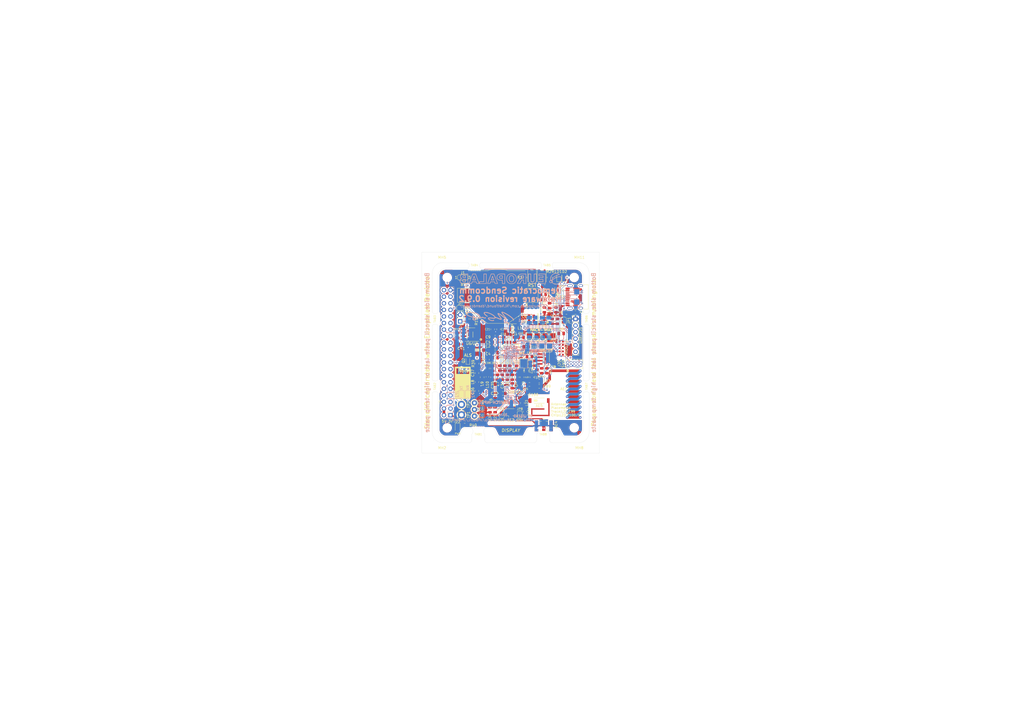
<source format=kicad_pcb>
(kicad_pcb (version 20171130) (host pcbnew 5.1.5+dfsg1-2build2)

  (general
    (thickness 1.6)
    (drawings 194)
    (tracks 1332)
    (zones 0)
    (modules 157)
    (nets 130)
  )

  (page A3)
  (title_block
    (title "Democratic Sendcomm")
    (date 2020-12-26)
    (rev 0.9.2)
    (company "Europalab Devices")
    (comment 1 "Copyright © 2020, Europalab Devices")
    (comment 2 "Fulfilling requirements of 20200210")
    (comment 3 "Pending quality assurance testing")
    (comment 4 "Release revision for manufacturing")
  )

  (layers
    (0 F.Cu signal)
    (1 In1.Cu power)
    (2 In2.Cu power)
    (31 B.Cu signal)
    (34 B.Paste user)
    (35 F.Paste user)
    (36 B.SilkS user)
    (37 F.SilkS user)
    (38 B.Mask user)
    (39 F.Mask user)
    (40 Dwgs.User user)
    (41 Cmts.User user)
    (44 Edge.Cuts user)
    (45 Margin user)
    (46 B.CrtYd user)
    (47 F.CrtYd user)
    (48 B.Fab user)
    (49 F.Fab user hide)
  )

  (setup
    (last_trace_width 0.4)
    (user_trace_width 0.1016)
    (user_trace_width 0.127)
    (user_trace_width 0.2)
    (user_trace_width 0.4)
    (user_trace_width 1.016)
    (trace_clearance 0.127)
    (zone_clearance 0.508)
    (zone_45_only no)
    (trace_min 0.09)
    (via_size 0.6)
    (via_drill 0.3)
    (via_min_size 0.356)
    (via_min_drill 0.2)
    (user_via 0.356 0.2)
    (user_via 0.45 0.2)
    (uvia_size 0.45)
    (uvia_drill 0.1)
    (uvias_allowed no)
    (uvia_min_size 0.45)
    (uvia_min_drill 0.1)
    (edge_width 0.05)
    (segment_width 0.1)
    (pcb_text_width 0.25)
    (pcb_text_size 1 1)
    (mod_edge_width 0.15)
    (mod_text_size 1 1)
    (mod_text_width 0.15)
    (pad_size 2 2)
    (pad_drill 0)
    (pad_to_mask_clearance 0)
    (aux_axis_origin 0 0)
    (visible_elements 7FFFFFFF)
    (pcbplotparams
      (layerselection 0x313fc_ffffffff)
      (usegerberextensions true)
      (usegerberattributes false)
      (usegerberadvancedattributes false)
      (creategerberjobfile false)
      (excludeedgelayer true)
      (linewidth 0.150000)
      (plotframeref false)
      (viasonmask false)
      (mode 1)
      (useauxorigin false)
      (hpglpennumber 1)
      (hpglpenspeed 20)
      (hpglpendiameter 15.000000)
      (psnegative false)
      (psa4output false)
      (plotreference true)
      (plotvalue true)
      (plotinvisibletext false)
      (padsonsilk false)
      (subtractmaskfromsilk false)
      (outputformat 1)
      (mirror false)
      (drillshape 0)
      (scaleselection 1)
      (outputdirectory "fabsingle"))
  )

  (net 0 "")
  (net 1 GND)
  (net 2 "Net-(AE1-Pad1)")
  (net 3 /Sheet5F53D5B4/RFSWPWR)
  (net 4 "Net-(C8-Pad1)")
  (net 5 /Sheet5F53D5B4/POWAMP)
  (net 6 "Net-(C13-Pad1)")
  (net 7 /Sheet5F53D5B4/HFOUT)
  (net 8 +3V3)
  (net 9 "Net-(C29-Pad1)")
  (net 10 /Sheet5F53D5B4/HPOUT)
  (net 11 /Sheet5F53D5B4/HFIN)
  (net 12 /Sheet5F53D5B4/BANDSEL)
  (net 13 "Net-(BT1-Pad1)")
  (net 14 /Sheet5F53D5B4/USB_BUS)
  (net 15 "Net-(C33-Pad1)")
  (net 16 "Net-(C34-Pad1)")
  (net 17 /Sheet5F53D5B4/CMDRST)
  (net 18 "Net-(D1-Pad2)")
  (net 19 "Net-(D1-Pad1)")
  (net 20 "Net-(D2-Pad1)")
  (net 21 "Net-(D2-Pad2)")
  (net 22 /Sheet5F53D5B4/USB_P)
  (net 23 /Sheet5F53D5B4/USB_N)
  (net 24 /Sheet60040980/ID_SD)
  (net 25 /Sheet60040980/ID_SC)
  (net 26 /Sheet5F53D5B4/SWDCLK)
  (net 27 "Net-(J3-Pad7)")
  (net 28 "Net-(J3-Pad8)")
  (net 29 "Net-(J4-Pad6)")
  (net 30 /Sheet5F53D5B4/CN_VBAT)
  (net 31 /Sheet5F53D5B4/XCEIV)
  (net 32 "Net-(AE5-Pad2)")
  (net 33 "Net-(C1-Pad1)")
  (net 34 "Net-(C7-Pad1)")
  (net 35 "Net-(C14-Pad1)")
  (net 36 "Net-(C17-Pad1)")
  (net 37 "Net-(C18-Pad2)")
  (net 38 "Net-(C19-Pad2)")
  (net 39 "Net-(C23-Pad2)")
  (net 40 "Net-(C23-Pad1)")
  (net 41 "Net-(C24-Pad1)")
  (net 42 "Net-(C24-Pad2)")
  (net 43 "Net-(C29-Pad2)")
  (net 44 "Net-(C33-Pad2)")
  (net 45 "Net-(C35-Pad2)")
  (net 46 "Net-(C40-Pad1)")
  (net 47 "Net-(J2-PadB5)")
  (net 48 "Net-(J2-PadA8)")
  (net 49 "Net-(J2-PadA5)")
  (net 50 "Net-(J2-PadB8)")
  (net 51 "Net-(J3-Pad2)")
  (net 52 "Net-(J3-Pad3)")
  (net 53 "Net-(J3-Pad5)")
  (net 54 "Net-(J3-Pad10)")
  (net 55 "Net-(J3-Pad11)")
  (net 56 "Net-(J3-Pad12)")
  (net 57 "Net-(J3-Pad13)")
  (net 58 "Net-(J3-Pad15)")
  (net 59 "Net-(J3-Pad16)")
  (net 60 "Net-(J3-Pad18)")
  (net 61 "Net-(J3-Pad19)")
  (net 62 "Net-(J3-Pad21)")
  (net 63 "Net-(J3-Pad22)")
  (net 64 "Net-(J3-Pad23)")
  (net 65 "Net-(J3-Pad24)")
  (net 66 "Net-(J3-Pad26)")
  (net 67 "Net-(J3-Pad29)")
  (net 68 "Net-(J3-Pad31)")
  (net 69 "Net-(J3-Pad32)")
  (net 70 "Net-(J3-Pad33)")
  (net 71 "Net-(J3-Pad35)")
  (net 72 "Net-(J3-Pad36)")
  (net 73 "Net-(J3-Pad38)")
  (net 74 "Net-(J3-Pad40)")
  (net 75 "Net-(J4-Pad7)")
  (net 76 "Net-(J4-Pad8)")
  (net 77 "Net-(J5-Pad2)")
  (net 78 "Net-(J5-Pad3)")
  (net 79 "Net-(J5-Pad6)")
  (net 80 "Net-(J6-Pad1)")
  (net 81 "Net-(L1-Pad2)")
  (net 82 "Net-(R3-Pad1)")
  (net 83 "Net-(R4-Pad1)")
  (net 84 "Net-(R4-Pad2)")
  (net 85 "Net-(U2-Pad5)")
  (net 86 "Net-(U3-PadG1)")
  (net 87 "Net-(U3-PadH1)")
  (net 88 "Net-(U3-PadE3)")
  (net 89 "Net-(U3-PadE4)")
  (net 90 "Net-(U3-PadF4)")
  (net 91 "Net-(U3-PadC7)")
  (net 92 "Net-(U3-PadD7)")
  (net 93 "Net-(U5-Pad3)")
  (net 94 "Net-(U5-Pad4)")
  (net 95 "Net-(U8-Pad7)")
  (net 96 "Net-(U8-Pad3)")
  (net 97 "Net-(U8-Pad2)")
  (net 98 "Net-(U8-Pad1)")
  (net 99 "Net-(U9-Pad1)")
  (net 100 "Net-(U9-Pad2)")
  (net 101 "Net-(U9-Pad3)")
  (net 102 "Net-(U9-Pad7)")
  (net 103 /Sheet5F53D5B4/SWDIO)
  (net 104 "Net-(AE2-Pad1)")
  (net 105 "Net-(AE4-Pad1)")
  (net 106 "Net-(AE5-Pad1)")
  (net 107 "Net-(J6-Pad2)")
  (net 108 "Net-(J6-Pad3)")
  (net 109 "Net-(J6-Pad4)")
  (net 110 "Net-(J7-Pad1)")
  (net 111 "Net-(C95-Pad1)")
  (net 112 /TP_SCL)
  (net 113 /TP_SDA)
  (net 114 "Net-(J20-Pad6)")
  (net 115 "Net-(J20-Pad7)")
  (net 116 "Net-(J20-Pad8)")
  (net 117 "Net-(Q2-Pad2)")
  (net 118 EXT_UART_TX)
  (net 119 EXT_UART_RX)
  (net 120 USB_TST)
  (net 121 "Net-(TP13-Pad1)")
  (net 122 "Net-(C94-Pad2)")
  (net 123 /Sheet5F53D5B4/CRY_XIN-RSVD)
  (net 124 /Sheet5F53D5B4/CRY_XOUT-RSVD)
  (net 125 "Net-(C97-Pad1)")
  (net 126 "Net-(C101-Pad1)")
  (net 127 "Net-(D3-Pad2)")
  (net 128 "Net-(JP4-Pad1)")
  (net 129 "Net-(U3-PadE5)")

  (net_class Default "This is the default net class."
    (clearance 0.127)
    (trace_width 0.127)
    (via_dia 0.6)
    (via_drill 0.3)
    (uvia_dia 0.45)
    (uvia_drill 0.1)
    (add_net +3V3)
    (add_net /Sheet5F53D5B4/BANDSEL)
    (add_net /Sheet5F53D5B4/CMDRST)
    (add_net /Sheet5F53D5B4/CN_VBAT)
    (add_net /Sheet5F53D5B4/CRY_XIN-RSVD)
    (add_net /Sheet5F53D5B4/CRY_XOUT-RSVD)
    (add_net /Sheet5F53D5B4/HFIN)
    (add_net /Sheet5F53D5B4/HFOUT)
    (add_net /Sheet5F53D5B4/HPOUT)
    (add_net /Sheet5F53D5B4/POWAMP)
    (add_net /Sheet5F53D5B4/RFSWPWR)
    (add_net /Sheet5F53D5B4/SWDCLK)
    (add_net /Sheet5F53D5B4/SWDIO)
    (add_net /Sheet5F53D5B4/USB_BUS)
    (add_net /Sheet5F53D5B4/USB_N)
    (add_net /Sheet5F53D5B4/USB_P)
    (add_net /Sheet5F53D5B4/XCEIV)
    (add_net /Sheet60040980/ID_SC)
    (add_net /Sheet60040980/ID_SD)
    (add_net /TP_SCL)
    (add_net /TP_SDA)
    (add_net EXT_UART_RX)
    (add_net EXT_UART_TX)
    (add_net GND)
    (add_net "Net-(AE1-Pad1)")
    (add_net "Net-(AE2-Pad1)")
    (add_net "Net-(AE4-Pad1)")
    (add_net "Net-(AE5-Pad1)")
    (add_net "Net-(AE5-Pad2)")
    (add_net "Net-(BT1-Pad1)")
    (add_net "Net-(C1-Pad1)")
    (add_net "Net-(C101-Pad1)")
    (add_net "Net-(C13-Pad1)")
    (add_net "Net-(C14-Pad1)")
    (add_net "Net-(C17-Pad1)")
    (add_net "Net-(C18-Pad2)")
    (add_net "Net-(C19-Pad2)")
    (add_net "Net-(C23-Pad1)")
    (add_net "Net-(C23-Pad2)")
    (add_net "Net-(C24-Pad1)")
    (add_net "Net-(C24-Pad2)")
    (add_net "Net-(C29-Pad1)")
    (add_net "Net-(C29-Pad2)")
    (add_net "Net-(C33-Pad1)")
    (add_net "Net-(C33-Pad2)")
    (add_net "Net-(C34-Pad1)")
    (add_net "Net-(C35-Pad2)")
    (add_net "Net-(C40-Pad1)")
    (add_net "Net-(C7-Pad1)")
    (add_net "Net-(C8-Pad1)")
    (add_net "Net-(C94-Pad2)")
    (add_net "Net-(C95-Pad1)")
    (add_net "Net-(C97-Pad1)")
    (add_net "Net-(D1-Pad1)")
    (add_net "Net-(D1-Pad2)")
    (add_net "Net-(D2-Pad1)")
    (add_net "Net-(D2-Pad2)")
    (add_net "Net-(D3-Pad2)")
    (add_net "Net-(J2-PadA5)")
    (add_net "Net-(J2-PadA8)")
    (add_net "Net-(J2-PadB5)")
    (add_net "Net-(J2-PadB8)")
    (add_net "Net-(J20-Pad6)")
    (add_net "Net-(J20-Pad7)")
    (add_net "Net-(J20-Pad8)")
    (add_net "Net-(J3-Pad10)")
    (add_net "Net-(J3-Pad11)")
    (add_net "Net-(J3-Pad12)")
    (add_net "Net-(J3-Pad13)")
    (add_net "Net-(J3-Pad15)")
    (add_net "Net-(J3-Pad16)")
    (add_net "Net-(J3-Pad18)")
    (add_net "Net-(J3-Pad19)")
    (add_net "Net-(J3-Pad2)")
    (add_net "Net-(J3-Pad21)")
    (add_net "Net-(J3-Pad22)")
    (add_net "Net-(J3-Pad23)")
    (add_net "Net-(J3-Pad24)")
    (add_net "Net-(J3-Pad26)")
    (add_net "Net-(J3-Pad29)")
    (add_net "Net-(J3-Pad3)")
    (add_net "Net-(J3-Pad31)")
    (add_net "Net-(J3-Pad32)")
    (add_net "Net-(J3-Pad33)")
    (add_net "Net-(J3-Pad35)")
    (add_net "Net-(J3-Pad36)")
    (add_net "Net-(J3-Pad38)")
    (add_net "Net-(J3-Pad40)")
    (add_net "Net-(J3-Pad5)")
    (add_net "Net-(J3-Pad7)")
    (add_net "Net-(J3-Pad8)")
    (add_net "Net-(J4-Pad6)")
    (add_net "Net-(J4-Pad7)")
    (add_net "Net-(J4-Pad8)")
    (add_net "Net-(J5-Pad2)")
    (add_net "Net-(J5-Pad3)")
    (add_net "Net-(J5-Pad6)")
    (add_net "Net-(J6-Pad1)")
    (add_net "Net-(J6-Pad2)")
    (add_net "Net-(J6-Pad3)")
    (add_net "Net-(J6-Pad4)")
    (add_net "Net-(J7-Pad1)")
    (add_net "Net-(JP4-Pad1)")
    (add_net "Net-(L1-Pad2)")
    (add_net "Net-(Q2-Pad2)")
    (add_net "Net-(R3-Pad1)")
    (add_net "Net-(R4-Pad1)")
    (add_net "Net-(R4-Pad2)")
    (add_net "Net-(TP13-Pad1)")
    (add_net "Net-(U2-Pad5)")
    (add_net "Net-(U3-PadC7)")
    (add_net "Net-(U3-PadD7)")
    (add_net "Net-(U3-PadE3)")
    (add_net "Net-(U3-PadE4)")
    (add_net "Net-(U3-PadE5)")
    (add_net "Net-(U3-PadF4)")
    (add_net "Net-(U3-PadG1)")
    (add_net "Net-(U3-PadH1)")
    (add_net "Net-(U5-Pad3)")
    (add_net "Net-(U5-Pad4)")
    (add_net "Net-(U8-Pad1)")
    (add_net "Net-(U8-Pad2)")
    (add_net "Net-(U8-Pad3)")
    (add_net "Net-(U8-Pad7)")
    (add_net "Net-(U9-Pad1)")
    (add_net "Net-(U9-Pad2)")
    (add_net "Net-(U9-Pad3)")
    (add_net "Net-(U9-Pad7)")
    (add_net USB_TST)
  )

  (net_class Power ""
    (clearance 0.2)
    (trace_width 0.5)
    (via_dia 1)
    (via_drill 0.7)
    (uvia_dia 0.5)
    (uvia_drill 0.1)
  )

  (module Capacitor_SMD:C_0805_2012Metric (layer F.Cu) (tedit 5B36C52B) (tstamp 5F6870D5)
    (at 202 170.0625 270)
    (descr "Capacitor SMD 0805 (2012 Metric), square (rectangular) end terminal, IPC_7351 nominal, (Body size source: https://docs.google.com/spreadsheets/d/1BsfQQcO9C6DZCsRaXUlFlo91Tg2WpOkGARC1WS5S8t0/edit?usp=sharing), generated with kicad-footprint-generator")
    (tags capacitor)
    (path /5F5C0728/5F5D6DA0)
    (attr smd)
    (fp_text reference C30 (at 2.9375 0 90) (layer F.SilkS)
      (effects (font (size 0.875 0.875) (thickness 0.125)))
    )
    (fp_text value 2,7pF (at 0 1.65 90) (layer F.Fab)
      (effects (font (size 1 1) (thickness 0.15)))
    )
    (fp_text user %R (at 0 0 90) (layer F.Fab)
      (effects (font (size 0.5 0.5) (thickness 0.08)))
    )
    (fp_line (start 1.68 0.95) (end -1.68 0.95) (layer F.CrtYd) (width 0.05))
    (fp_line (start 1.68 -0.95) (end 1.68 0.95) (layer F.CrtYd) (width 0.05))
    (fp_line (start -1.68 -0.95) (end 1.68 -0.95) (layer F.CrtYd) (width 0.05))
    (fp_line (start -1.68 0.95) (end -1.68 -0.95) (layer F.CrtYd) (width 0.05))
    (fp_line (start -0.258578 0.71) (end 0.258578 0.71) (layer F.SilkS) (width 0.12))
    (fp_line (start -0.258578 -0.71) (end 0.258578 -0.71) (layer F.SilkS) (width 0.12))
    (fp_line (start 1 0.6) (end -1 0.6) (layer F.Fab) (width 0.1))
    (fp_line (start 1 -0.6) (end 1 0.6) (layer F.Fab) (width 0.1))
    (fp_line (start -1 -0.6) (end 1 -0.6) (layer F.Fab) (width 0.1))
    (fp_line (start -1 0.6) (end -1 -0.6) (layer F.Fab) (width 0.1))
    (pad 2 smd roundrect (at 0.9375 0 270) (size 0.975 1.4) (layers F.Cu F.Paste F.Mask) (roundrect_rratio 0.25)
      (net 1 GND))
    (pad 1 smd roundrect (at -0.9375 0 270) (size 0.975 1.4) (layers F.Cu F.Paste F.Mask) (roundrect_rratio 0.25)
      (net 9 "Net-(C29-Pad1)"))
    (model ${KISYS3DMOD}/Capacitor_SMD.3dshapes/C_0805_2012Metric.wrl
      (at (xyz 0 0 0))
      (scale (xyz 1 1 1))
      (rotate (xyz 0 0 0))
    )
  )

  (module Connector_Coaxial:SMA_Samtec_SMA-J-P-X-ST-EM1_EdgeMount (layer F.Cu) (tedit 5FE90BFC) (tstamp 5F686FA8)
    (at 222.75 176.25)
    (descr "Connector SMA, 0Hz to 20GHz, 50Ohm, Edge Mount (http://suddendocs.samtec.com/prints/sma-j-p-x-st-em1-mkt.pdf)")
    (tags "SMA Straight Samtec Edge Mount")
    (path /5F5C0728/6000659E)
    (attr smd)
    (fp_text reference AE4 (at 4.75 -0.5 90 unlocked) (layer F.SilkS)
      (effects (font (size 1 1) (thickness 0.15)))
    )
    (fp_text value Antenna_Shield (at 0 13) (layer F.Fab)
      (effects (font (size 1 1) (thickness 0.15)))
    )
    (fp_text user "Board Thickness: 1.57mm" (at 0 -5.45) (layer Cmts.User)
      (effects (font (size 1 1) (thickness 0.15)))
    )
    (fp_line (start 0.84 -1.71) (end 1.95 -1.71) (layer F.SilkS) (width 0.12))
    (fp_line (start -1.95 -1.71) (end -0.84 -1.71) (layer F.SilkS) (width 0.12))
    (fp_line (start 0.84 2) (end 1.95 2) (layer F.SilkS) (width 0.12))
    (fp_line (start -1.95 2) (end -0.84 2) (layer F.SilkS) (width 0.12))
    (fp_line (start 3.68 2.6) (end 3.68 12.12) (layer B.CrtYd) (width 0.05))
    (fp_line (start 4 2.6) (end 3.68 2.6) (layer B.CrtYd) (width 0.05))
    (fp_line (start -3.68 12.12) (end -3.68 2.6) (layer B.CrtYd) (width 0.05))
    (fp_line (start -3.68 2.6) (end -4 2.6) (layer B.CrtYd) (width 0.05))
    (fp_line (start 3.68 2.6) (end 3.68 12.12) (layer F.CrtYd) (width 0.05))
    (fp_line (start 3.68 2.6) (end 4 2.6) (layer F.CrtYd) (width 0.05))
    (fp_line (start -3.68 12.12) (end -3.68 2.6) (layer F.CrtYd) (width 0.05))
    (fp_line (start -3.68 2.6) (end -4 2.6) (layer F.CrtYd) (width 0.05))
    (fp_text user "PCB Edge" (at 0 2.6) (layer Dwgs.User)
      (effects (font (size 0.5 0.5) (thickness 0.1)))
    )
    (fp_line (start 4.1 2.1) (end -4.1 2.1) (layer Dwgs.User) (width 0.1))
    (fp_line (start -3.175 -1.71) (end -3.175 11.62) (layer F.Fab) (width 0.1))
    (fp_line (start -2.365 -1.71) (end -3.175 -1.71) (layer F.Fab) (width 0.1))
    (fp_line (start -2.365 2.1) (end -2.365 -1.71) (layer F.Fab) (width 0.1))
    (fp_line (start 2.365 2.1) (end -2.365 2.1) (layer F.Fab) (width 0.1))
    (fp_line (start 2.365 -1.71) (end 2.365 2.1) (layer F.Fab) (width 0.1))
    (fp_line (start 3.175 -1.71) (end 2.365 -1.71) (layer F.Fab) (width 0.1))
    (fp_line (start 3.175 -1.71) (end 3.175 11.62) (layer F.Fab) (width 0.1))
    (fp_line (start 3.165 11.62) (end -3.165 11.62) (layer F.Fab) (width 0.1))
    (fp_line (start -4 -2.6) (end 4 -2.6) (layer B.CrtYd) (width 0.05))
    (fp_line (start -4 2.6) (end -4 -2.6) (layer B.CrtYd) (width 0.05))
    (fp_line (start 3.68 12.12) (end -3.68 12.12) (layer B.CrtYd) (width 0.05))
    (fp_line (start 4 2.6) (end 4 -2.6) (layer B.CrtYd) (width 0.05))
    (fp_line (start -4 -2.6) (end 4 -2.6) (layer F.CrtYd) (width 0.05))
    (fp_line (start -4 2.6) (end -4 -2.6) (layer F.CrtYd) (width 0.05))
    (fp_line (start 3.68 12.12) (end -3.68 12.12) (layer F.CrtYd) (width 0.05))
    (fp_line (start 4 2.6) (end 4 -2.6) (layer F.CrtYd) (width 0.05))
    (fp_text user %R (at 0 4.29 180) (layer F.Fab)
      (effects (font (size 1 1) (thickness 0.15)))
    )
    (fp_line (start 0.64 2.1) (end 0 3.1) (layer F.Fab) (width 0.1))
    (fp_line (start 0 3.1) (end -0.64 2.1) (layer F.Fab) (width 0.1))
    (fp_line (start 0 -2.26) (end 0.25 -2.76) (layer F.SilkS) (width 0.12))
    (fp_line (start 0.25 -2.76) (end -0.25 -2.76) (layer F.SilkS) (width 0.12))
    (fp_line (start -0.25 -2.76) (end 0 -2.26) (layer F.SilkS) (width 0.12))
    (pad 1 smd rect (at 0 0.2) (size 1.27 3.6) (layers F.Cu F.Mask)
      (net 105 "Net-(AE4-Pad1)"))
    (pad 2 smd rect (at 2.825 0) (size 1.35 4.2) (layers F.Cu F.Mask)
      (net 1 GND))
    (pad 2 smd rect (at -2.825 0) (size 1.35 4.2) (layers F.Cu F.Mask)
      (net 1 GND))
    (pad 2 smd rect (at 2.825 0) (size 1.35 4.2) (layers B.Cu B.Mask)
      (net 1 GND))
    (pad 2 smd rect (at -2.825 0) (size 1.35 4.2) (layers B.Cu B.Mask)
      (net 1 GND))
    (model ${KISYS3DMOD}/Connector_Coaxial.3dshapes/SMA_Samtec_SMA-J-P-X-ST-EM1_EdgeMount.wrl
      (at (xyz 0 0 0))
      (scale (xyz 1 1 1))
      (rotate (xyz 0 0 0))
    )
    (model ${KIPRJMOD}/modules/packages3d/RF_Antenna.3dshapes/SMA-J-P-H-ST-EM1.wrl
      (offset (xyz 0 -4 0.5))
      (scale (xyz 0.4 0.4 0.4))
      (rotate (xyz 180 -90 0))
    )
  )

  (module Connector_PinHeader_2.54mm:PinHeader_1x06_P2.54mm_Vertical (layer F.Cu) (tedit 59FED5CC) (tstamp 5FF83409)
    (at 235 135)
    (descr "Through hole straight pin header, 1x06, 2.54mm pitch, single row")
    (tags "Through hole pin header THT 1x06 2.54mm single row")
    (path /60040981/6006812D)
    (fp_text reference J5 (at 2 5 90) (layer F.SilkS)
      (effects (font (size 1 1) (thickness 0.15)) (justify left))
    )
    (fp_text value Conn_01x06_Male (at 4.385 14.97) (layer F.Fab)
      (effects (font (size 1 1) (thickness 0.15)))
    )
    (fp_text user %R (at 2.77 6.35 90) (layer F.Fab)
      (effects (font (size 1 1) (thickness 0.15)))
    )
    (fp_line (start 1.8 -1.8) (end -1.8 -1.8) (layer F.CrtYd) (width 0.05))
    (fp_line (start 1.8 14.5) (end 1.8 -1.8) (layer F.CrtYd) (width 0.05))
    (fp_line (start -1.8 14.5) (end 1.8 14.5) (layer F.CrtYd) (width 0.05))
    (fp_line (start -1.8 -1.8) (end -1.8 14.5) (layer F.CrtYd) (width 0.05))
    (fp_line (start -1.33 -1.33) (end 0 -1.33) (layer F.SilkS) (width 0.12))
    (fp_line (start -1.33 0) (end -1.33 -1.33) (layer F.SilkS) (width 0.12))
    (fp_line (start -1.33 1.27) (end 1.33 1.27) (layer F.SilkS) (width 0.12))
    (fp_line (start 1.33 1.27) (end 1.33 14.03) (layer F.SilkS) (width 0.12))
    (fp_line (start -1.33 1.27) (end -1.33 14.03) (layer F.SilkS) (width 0.12))
    (fp_line (start -1.33 14.03) (end 1.33 14.03) (layer F.SilkS) (width 0.12))
    (fp_line (start -1.27 -0.635) (end -0.635 -1.27) (layer F.Fab) (width 0.1))
    (fp_line (start -1.27 13.97) (end -1.27 -0.635) (layer F.Fab) (width 0.1))
    (fp_line (start 1.27 13.97) (end -1.27 13.97) (layer F.Fab) (width 0.1))
    (fp_line (start 1.27 -1.27) (end 1.27 13.97) (layer F.Fab) (width 0.1))
    (fp_line (start -0.635 -1.27) (end 1.27 -1.27) (layer F.Fab) (width 0.1))
    (pad 6 thru_hole oval (at 0 12.7) (size 1.7 1.7) (drill 1) (layers *.Cu *.Mask)
      (net 79 "Net-(J5-Pad6)"))
    (pad 5 thru_hole oval (at 0 10.16) (size 1.7 1.7) (drill 1) (layers *.Cu *.Mask)
      (net 118 EXT_UART_TX))
    (pad 4 thru_hole oval (at 0 7.62) (size 1.7 1.7) (drill 1) (layers *.Cu *.Mask)
      (net 119 EXT_UART_RX))
    (pad 3 thru_hole oval (at 0 5.08) (size 1.7 1.7) (drill 1) (layers *.Cu *.Mask)
      (net 78 "Net-(J5-Pad3)"))
    (pad 2 thru_hole oval (at 0 2.54) (size 1.7 1.7) (drill 1) (layers *.Cu *.Mask)
      (net 77 "Net-(J5-Pad2)"))
    (pad 1 thru_hole rect (at 0 0) (size 1.7 1.7) (drill 1) (layers *.Cu *.Mask)
      (net 1 GND))
    (model ${KISYS3DMOD}/Connector_PinHeader_2.54mm.3dshapes/PinHeader_1x06_P2.54mm_Vertical.wrl
      (at (xyz 0 0 0))
      (scale (xyz 1 1 1))
      (rotate (xyz 0 0 0))
    )
  )

  (module RF_Antenna:Texas_SWRA416_868MHz_915MHz (layer F.Cu) (tedit 5CF40AFD) (tstamp 5F686F31)
    (at 231 164 270)
    (descr http://www.ti.com/lit/an/swra416/swra416.pdf)
    (tags "PCB antenna")
    (path /5F5C0728/60008187)
    (attr smd)
    (fp_text reference AE1 (at -2 0.5 180) (layer F.SilkS)
      (effects (font (size 1 1) (thickness 0.15)))
    )
    (fp_text value Antenna (at 0.1 -7.6 90) (layer F.Fab)
      (effects (font (size 1 1) (thickness 0.15)))
    )
    (fp_line (start 9.7 2.1) (end 6.2 5.7) (layer Dwgs.User) (width 0.12))
    (fp_line (start 9.7 0.1) (end 4.3 5.7) (layer Dwgs.User) (width 0.12))
    (fp_line (start 9.7 -1.9) (end 2.3 5.7) (layer Dwgs.User) (width 0.12))
    (fp_line (start 9.7 -3.9) (end 0.2 5.7) (layer Dwgs.User) (width 0.12))
    (fp_line (start 9.7 -5.9) (end -1.8 5.7) (layer Dwgs.User) (width 0.12))
    (fp_line (start 8.3 -6.5) (end -3.8 5.7) (layer Dwgs.User) (width 0.12))
    (fp_line (start 6.3 -6.5) (end -5.8 5.7) (layer Dwgs.User) (width 0.12))
    (fp_line (start 4.3 -6.5) (end -7.8 5.7) (layer Dwgs.User) (width 0.12))
    (fp_line (start -9.7 5.5) (end 2.3 -6.5) (layer Dwgs.User) (width 0.12))
    (fp_line (start -9.7 3.5) (end 0.3 -6.5) (layer Dwgs.User) (width 0.12))
    (fp_line (start -9.7 1.5) (end -1.7 -6.5) (layer Dwgs.User) (width 0.12))
    (fp_line (start -9.7 -0.5) (end -3.7 -6.5) (layer Dwgs.User) (width 0.12))
    (fp_line (start -9.7 -2.5) (end -5.7 -6.5) (layer Dwgs.User) (width 0.12))
    (fp_line (start -9.7 -4.5) (end -7.7 -6.5) (layer Dwgs.User) (width 0.12))
    (fp_line (start 9.7 -6.5) (end -9.7 -6.5) (layer Dwgs.User) (width 0.15))
    (fp_line (start 9.7 5.7) (end 9.7 -6.5) (layer Dwgs.User) (width 0.15))
    (fp_line (start -9.7 5.7) (end 9.7 5.7) (layer Dwgs.User) (width 0.15))
    (fp_line (start -9.7 -6.5) (end -9.7 5.7) (layer Dwgs.User) (width 0.15))
    (fp_line (start 7 -5.8) (end 8 -4.8) (layer B.Cu) (width 1))
    (fp_line (start 8 -1.8) (end 9 -0.8) (layer B.Cu) (width 1))
    (fp_line (start 8 -4.8) (end 8 -1.8) (layer B.Cu) (width 1))
    (fp_line (start 9 -5.8) (end 9 -0.8) (layer F.Cu) (width 1))
    (fp_line (start 5 -5.8) (end 6 -4.8) (layer B.Cu) (width 1))
    (fp_line (start 6 -1.8) (end 7 -0.8) (layer B.Cu) (width 1))
    (fp_line (start 6 -4.8) (end 6 -1.8) (layer B.Cu) (width 1))
    (fp_line (start 7 -5.8) (end 7 -0.8) (layer F.Cu) (width 1))
    (fp_line (start 3 -5.8) (end 4 -4.8) (layer B.Cu) (width 1))
    (fp_line (start 4 -1.8) (end 5 -0.8) (layer B.Cu) (width 1))
    (fp_line (start 4 -4.8) (end 4 -1.8) (layer B.Cu) (width 1))
    (fp_line (start 5 -5.8) (end 5 -0.8) (layer F.Cu) (width 1))
    (fp_line (start 1 -5.8) (end 2 -4.8) (layer B.Cu) (width 1))
    (fp_line (start 2 -1.8) (end 3 -0.8) (layer B.Cu) (width 1))
    (fp_line (start 2 -4.8) (end 2 -1.8) (layer B.Cu) (width 1))
    (fp_line (start 3 -5.8) (end 3 -0.8) (layer F.Cu) (width 1))
    (fp_line (start -1 -5.8) (end 0 -4.8) (layer B.Cu) (width 1))
    (fp_line (start 0 -1.8) (end 1 -0.8) (layer B.Cu) (width 1))
    (fp_line (start 0 -4.8) (end 0 -1.8) (layer B.Cu) (width 1))
    (fp_line (start 1 -5.8) (end 1 -0.8) (layer F.Cu) (width 1))
    (fp_line (start -3 -5.8) (end -2 -4.8) (layer B.Cu) (width 1))
    (fp_line (start -2 -1.8) (end -1 -0.8) (layer B.Cu) (width 1))
    (fp_line (start -2 -4.8) (end -2 -1.8) (layer B.Cu) (width 1))
    (fp_line (start -1 -5.8) (end -1 -0.8) (layer F.Cu) (width 1))
    (fp_line (start -4 -4.8) (end -4 -1.8) (layer B.Cu) (width 1))
    (fp_line (start -5 -5.8) (end -4 -4.8) (layer B.Cu) (width 1))
    (fp_line (start -4 -1.8) (end -3 -0.8) (layer B.Cu) (width 1))
    (fp_line (start -3 -5.8) (end -3 -0.8) (layer F.Cu) (width 1))
    (fp_line (start -6 -4.8) (end -6 -1.8) (layer B.Cu) (width 1))
    (fp_line (start -7 -5.8) (end -6 -4.8) (layer B.Cu) (width 1))
    (fp_line (start -6 -1.8) (end -5 -0.8) (layer B.Cu) (width 1))
    (fp_line (start -5 -5.8) (end -5 -0.8) (layer F.Cu) (width 1))
    (fp_line (start -7 -5.8) (end -7 -0.8) (layer F.Cu) (width 1))
    (fp_line (start -9 5.2) (end -9 -5.8) (layer F.Cu) (width 1))
    (fp_line (start -9 -5.8) (end -8 -4.8) (layer B.Cu) (width 1))
    (fp_line (start -8 -4.8) (end -8 -1.8) (layer B.Cu) (width 1))
    (fp_line (start -8 -1.8) (end -7 -0.8) (layer B.Cu) (width 1))
    (fp_line (start 9.7 4.1) (end 8.2 5.7) (layer Dwgs.User) (width 0.12))
    (fp_line (start -9.9 -6.7) (end -9.9 5.9) (layer F.CrtYd) (width 0.05))
    (fp_line (start -9.9 5.9) (end 9.9 5.9) (layer F.CrtYd) (width 0.05))
    (fp_line (start 9.9 5.9) (end 9.9 -6.7) (layer F.CrtYd) (width 0.05))
    (fp_line (start 9.9 -6.7) (end -9.9 -6.7) (layer F.CrtYd) (width 0.05))
    (fp_line (start 9.9 -6.7) (end -9.9 -6.7) (layer B.CrtYd) (width 0.05))
    (fp_line (start 9.9 5.9) (end 9.9 -6.7) (layer B.CrtYd) (width 0.05))
    (fp_line (start -9.9 -6.7) (end -9.9 5.9) (layer B.CrtYd) (width 0.05))
    (fp_line (start -9.9 5.9) (end 9.9 5.9) (layer B.CrtYd) (width 0.05))
    (fp_text user "KEEP-OUT ZONE" (at 1 -2.8 90) (layer Cmts.User)
      (effects (font (size 1 1) (thickness 0.15)))
    )
    (fp_text user "No metal, traces or " (at 1 0.2 90) (layer Cmts.User)
      (effects (font (size 1 1) (thickness 0.15)))
    )
    (fp_text user "any components on" (at 1 2.2 90) (layer Cmts.User)
      (effects (font (size 1 1) (thickness 0.15)))
    )
    (fp_text user " any PCB layer." (at 1 4.2 90) (layer Cmts.User)
      (effects (font (size 1 1) (thickness 0.15)))
    )
    (fp_text user %R (at -0.4 6.6 90) (layer F.Fab)
      (effects (font (size 1 1) (thickness 0.15)))
    )
    (pad "" thru_hole circle (at 9 -0.8 90) (size 1 1) (drill 0.4) (layers *.Cu))
    (pad "" thru_hole circle (at 9 -5.8 90) (size 1 1) (drill 0.4) (layers *.Cu))
    (pad "" thru_hole circle (at 7 -5.8 90) (size 1 1) (drill 0.4) (layers *.Cu))
    (pad "" thru_hole circle (at 7 -0.8 90) (size 1 1) (drill 0.4) (layers *.Cu))
    (pad "" thru_hole circle (at 5 -0.8 90) (size 1 1) (drill 0.4) (layers *.Cu))
    (pad "" thru_hole circle (at 5 -5.8 90) (size 1 1) (drill 0.4) (layers *.Cu))
    (pad "" thru_hole circle (at 3 -0.8 90) (size 1 1) (drill 0.4) (layers *.Cu))
    (pad "" thru_hole circle (at 3 -5.8 90) (size 1 1) (drill 0.4) (layers *.Cu))
    (pad "" thru_hole circle (at 1 -5.8 90) (size 1 1) (drill 0.4) (layers *.Cu))
    (pad "" thru_hole circle (at 1 -0.8 90) (size 1 1) (drill 0.4) (layers *.Cu))
    (pad "" thru_hole circle (at -1 -0.8 90) (size 1 1) (drill 0.4) (layers *.Cu))
    (pad "" thru_hole circle (at -1 -5.8 90) (size 1 1) (drill 0.4) (layers *.Cu))
    (pad "" thru_hole circle (at -3 -5.8 90) (size 1 1) (drill 0.4) (layers *.Cu))
    (pad "" thru_hole circle (at -3 -0.8 90) (size 1 1) (drill 0.4) (layers *.Cu))
    (pad "" thru_hole circle (at -5 -0.8 90) (size 1 1) (drill 0.4) (layers *.Cu))
    (pad "" thru_hole circle (at -5 -5.8 90) (size 1 1) (drill 0.4) (layers *.Cu))
    (pad "" thru_hole circle (at -7 -5.8 90) (size 1 1) (drill 0.4) (layers *.Cu))
    (pad "" thru_hole circle (at -7 -0.8 90) (size 1 1) (drill 0.4) (layers *.Cu))
    (pad "" thru_hole circle (at -9 -5.8 90) (size 1 1) (drill 0.4) (layers *.Cu))
    (pad 1 smd trapezoid (at -9 5.9 90) (size 0.4 0.8) (rect_delta 0 0.3 ) (layers F.Cu)
      (net 2 "Net-(AE1-Pad1)"))
  )

  (module Elabdev:Panel_Mousetab_25mm_Single (layer F.Cu) (tedit 5CD9E502) (tstamp 60039779)
    (at 222.5 178.5 90)
    (path /5CD9EB0D)
    (fp_text reference TAB8 (at -1 0) (layer F.SilkS)
      (effects (font (size 0.8 0.8) (thickness 0.13)))
    )
    (fp_text value Pantab (at -3.25 0 180) (layer F.Fab)
      (effects (font (size 1 1) (thickness 0.15)))
    )
    (fp_line (start 1.25 -2.2) (end 1.25 2.2) (layer F.Fab) (width 0.15))
    (fp_line (start -1.25 -2.2) (end -1.25 2.2) (layer F.Fab) (width 0.15))
    (fp_line (start 2.1 -2.6) (end 2.1 2.6) (layer F.CrtYd) (width 0.15))
    (fp_line (start 2.1 2.6) (end -2.1 2.6) (layer F.CrtYd) (width 0.15))
    (fp_line (start -2.1 2.6) (end -2.1 -2.6) (layer F.CrtYd) (width 0.15))
    (fp_line (start -2.1 -2.6) (end 2.1 -2.6) (layer F.CrtYd) (width 0.15))
    (pad "" np_thru_hole circle (at 1.35 2 90) (size 0.5 0.5) (drill 0.5) (layers *.Cu))
    (pad "" np_thru_hole circle (at 1.35 1.2 90) (size 0.5 0.5) (drill 0.5) (layers *.Cu))
    (pad "" np_thru_hole circle (at 1.35 0.4 90) (size 0.5 0.5) (drill 0.5) (layers *.Cu))
    (pad "" np_thru_hole circle (at 1.35 -0.4 90) (size 0.5 0.5) (drill 0.5) (layers *.Cu))
    (pad "" np_thru_hole circle (at 1.35 -1.2 90) (size 0.5 0.5) (drill 0.5) (layers *.Cu))
    (pad "" np_thru_hole circle (at 1.35 -2 90) (size 0.5 0.5) (drill 0.5) (layers *.Cu))
  )

  (module Capacitor_SMD:C_0805_2012Metric (layer F.Cu) (tedit 5B36C52B) (tstamp 5FEB8111)
    (at 211.5 143.0625 270)
    (descr "Capacitor SMD 0805 (2012 Metric), square (rectangular) end terminal, IPC_7351 nominal, (Body size source: https://docs.google.com/spreadsheets/d/1BsfQQcO9C6DZCsRaXUlFlo91Tg2WpOkGARC1WS5S8t0/edit?usp=sharing), generated with kicad-footprint-generator")
    (tags capacitor)
    (path /5F53D5B5/5F609CF5)
    (attr smd)
    (fp_text reference C19 (at -2.0625 0 180) (layer F.SilkS)
      (effects (font (size 0.7 0.7) (thickness 0.1)))
    )
    (fp_text value 18pF (at 0 1.65 90) (layer F.Fab)
      (effects (font (size 1 1) (thickness 0.15)))
    )
    (fp_line (start -1 0.6) (end -1 -0.6) (layer F.Fab) (width 0.1))
    (fp_line (start -1 -0.6) (end 1 -0.6) (layer F.Fab) (width 0.1))
    (fp_line (start 1 -0.6) (end 1 0.6) (layer F.Fab) (width 0.1))
    (fp_line (start 1 0.6) (end -1 0.6) (layer F.Fab) (width 0.1))
    (fp_line (start -0.258578 -0.71) (end 0.258578 -0.71) (layer F.SilkS) (width 0.12))
    (fp_line (start -0.258578 0.71) (end 0.258578 0.71) (layer F.SilkS) (width 0.12))
    (fp_line (start -1.68 0.95) (end -1.68 -0.95) (layer F.CrtYd) (width 0.05))
    (fp_line (start -1.68 -0.95) (end 1.68 -0.95) (layer F.CrtYd) (width 0.05))
    (fp_line (start 1.68 -0.95) (end 1.68 0.95) (layer F.CrtYd) (width 0.05))
    (fp_line (start 1.68 0.95) (end -1.68 0.95) (layer F.CrtYd) (width 0.05))
    (fp_text user %R (at 0 0 90) (layer F.Fab)
      (effects (font (size 0.5 0.5) (thickness 0.08)))
    )
    (pad 1 smd roundrect (at -0.9375 0 270) (size 0.975 1.4) (layers F.Cu F.Paste F.Mask) (roundrect_rratio 0.25)
      (net 1 GND))
    (pad 2 smd roundrect (at 0.9375 0 270) (size 0.975 1.4) (layers F.Cu F.Paste F.Mask) (roundrect_rratio 0.25)
      (net 38 "Net-(C19-Pad2)"))
    (model ${KISYS3DMOD}/Capacitor_SMD.3dshapes/C_0805_2012Metric.wrl
      (at (xyz 0 0 0))
      (scale (xyz 1 1 1))
      (rotate (xyz 0 0 0))
    )
  )

  (module Elabdev:Meinkuerz_sign_480dpi (layer B.Cu) (tedit 0) (tstamp 5FBE809B)
    (at 202 134 180)
    (fp_text reference G1 (at 0 0) (layer B.SilkS) hide
      (effects (font (size 1.524 1.524) (thickness 0.3)) (justify mirror))
    )
    (fp_text value Meinkuerzel_signature (at 0.75 0) (layer B.SilkS) hide
      (effects (font (size 1.524 1.524) (thickness 0.3)) (justify mirror))
    )
    (fp_poly (pts (xy 7.849084 1.675651) (xy 8.303148 1.632827) (xy 8.685942 1.550363) (xy 8.876057 1.481326)
      (xy 9.07938 1.34976) (xy 9.204465 1.178624) (xy 9.241225 0.986809) (xy 9.210768 0.854557)
      (xy 9.078684 0.643748) (xy 8.864557 0.429964) (xy 8.589687 0.233059) (xy 8.471807 0.165759)
      (xy 8.232808 0.053863) (xy 7.923436 -0.068816) (xy 7.576824 -0.190996) (xy 7.226108 -0.301392)
      (xy 6.904421 -0.388723) (xy 6.731621 -0.426811) (xy 6.398868 -0.490816) (xy 6.556265 -0.586535)
      (xy 6.736632 -0.743549) (xy 6.819572 -0.938245) (xy 6.82625 -1.022915) (xy 6.780462 -1.15416)
      (xy 6.660466 -1.295963) (xy 6.49231 -1.424979) (xy 6.30204 -1.517866) (xy 6.258842 -1.531402)
      (xy 6.0446 -1.569955) (xy 5.805186 -1.581627) (xy 5.582286 -1.566858) (xy 5.417587 -1.526091)
      (xy 5.409578 -1.522402) (xy 5.285381 -1.409276) (xy 5.232727 -1.237525) (xy 5.243042 -1.133742)
      (xy 5.545646 -1.133742) (xy 5.569322 -1.243922) (xy 5.599007 -1.270742) (xy 5.725804 -1.30367)
      (xy 5.911501 -1.301091) (xy 6.117136 -1.267785) (xy 6.303743 -1.20853) (xy 6.368163 -1.176419)
      (xy 6.483421 -1.090411) (xy 6.547775 -1.006994) (xy 6.550669 -0.996984) (xy 6.519163 -0.903747)
      (xy 6.404517 -0.814537) (xy 6.229026 -0.742568) (xy 6.060328 -0.706358) (xy 5.903418 -0.693399)
      (xy 5.806355 -0.717484) (xy 5.726223 -0.79035) (xy 5.718194 -0.79992) (xy 5.596762 -0.979847)
      (xy 5.545646 -1.133742) (xy 5.243042 -1.133742) (xy 5.253531 -1.028227) (xy 5.344918 -0.810631)
      (xy 5.442538 -0.642303) (xy 5.295353 -0.646487) (xy 5.12125 -0.625399) (xy 5.035885 -0.550663)
      (xy 5.027083 -0.501447) (xy 5.075804 -0.410776) (xy 5.222941 -0.351671) (xy 5.469958 -0.32355)
      (xy 5.476875 -0.323261) (xy 5.599677 -0.314345) (xy 5.697993 -0.289875) (xy 5.794712 -0.235966)
      (xy 5.912725 -0.138734) (xy 6.074923 0.015705) (xy 6.138333 0.077935) (xy 6.357426 0.284825)
      (xy 6.520758 0.415811) (xy 6.63982 0.476704) (xy 6.726105 0.473318) (xy 6.791106 0.411464)
      (xy 6.792772 0.408883) (xy 6.813029 0.349999) (xy 6.787897 0.281807) (xy 6.704882 0.184844)
      (xy 6.561666 0.048946) (xy 6.270625 -0.217166) (xy 6.532899 -0.183078) (xy 6.900304 -0.115245)
      (xy 7.289474 -0.008645) (xy 7.678243 0.127507) (xy 8.044445 0.283994) (xy 8.365914 0.451601)
      (xy 8.620483 0.621112) (xy 8.749193 0.738377) (xy 8.856936 0.865956) (xy 8.92727 0.965202)
      (xy 8.942916 1.001728) (xy 8.895983 1.084773) (xy 8.773369 1.176095) (xy 8.602358 1.259484)
      (xy 8.410231 1.318727) (xy 8.408998 1.318992) (xy 8.149682 1.354937) (xy 7.8128 1.371973)
      (xy 7.424917 1.370093) (xy 7.012599 1.349291) (xy 6.686734 1.319437) (xy 6.066773 1.222977)
      (xy 5.517194 1.081213) (xy 5.043989 0.897075) (xy 4.653152 0.673494) (xy 4.350673 0.413401)
      (xy 4.142546 0.119727) (xy 4.114637 0.061443) (xy 4.047094 -0.15251) (xy 4.06025 -0.336634)
      (xy 4.160207 -0.518581) (xy 4.270456 -0.644496) (xy 4.390411 -0.79173) (xy 4.431252 -0.900383)
      (xy 4.427296 -0.922309) (xy 4.357272 -0.99719) (xy 4.242023 -0.977517) (xy 4.082983 -0.863726)
      (xy 4.010682 -0.795217) (xy 3.879838 -0.680755) (xy 3.765594 -0.608691) (xy 3.712637 -0.594925)
      (xy 3.6215 -0.594723) (xy 3.455888 -0.585507) (xy 3.246599 -0.569127) (xy 3.175 -0.562633)
      (xy 2.951086 -0.544014) (xy 2.793821 -0.54282) (xy 2.664643 -0.565021) (xy 2.524987 -0.61659)
      (xy 2.371034 -0.687127) (xy 2.100169 -0.795663) (xy 1.89262 -0.837972) (xy 1.841867 -0.837015)
      (xy 1.72083 -0.812158) (xy 1.663036 -0.745697) (xy 1.637803 -0.635) (xy 1.623821 -0.491701)
      (xy 1.628566 -0.389706) (xy 1.630235 -0.383646) (xy 1.692219 -0.322789) (xy 1.789679 -0.330876)
      (xy 1.885465 -0.399867) (xy 1.916539 -0.445597) (xy 1.984375 -0.573694) (xy 2.371569 -0.384068)
      (xy 2.758764 -0.194442) (xy 3.165319 -0.256321) (xy 3.413597 -0.293214) (xy 3.576071 -0.310583)
      (xy 3.67165 -0.304292) (xy 3.719238 -0.270208) (xy 3.737742 -0.204195) (xy 3.744012 -0.129767)
      (xy 3.817818 0.177969) (xy 3.989413 0.470621) (xy 4.251219 0.74303) (xy 4.595656 0.99004)
      (xy 5.015149 1.206492) (xy 5.502117 1.387229) (xy 6.048984 1.527094) (xy 6.228561 1.561184)
      (xy 6.794861 1.64034) (xy 7.340678 1.678326) (xy 7.849084 1.675651)) (layer B.SilkS) (width 0.01))
    (fp_poly (pts (xy -4.580024 1.756567) (xy -4.544854 1.74305) (xy -4.466016 1.67622) (xy -4.437143 1.580417)
      (xy -4.461964 1.447967) (xy -4.544204 1.271201) (xy -4.68759 1.042447) (xy -4.895848 0.754033)
      (xy -5.172705 0.39829) (xy -5.237349 0.3175) (xy -5.411926 0.098408) (xy -5.577817 -0.112809)
      (xy -5.714811 -0.290245) (xy -5.794689 -0.396875) (xy -5.948296 -0.608542) (xy -5.791961 -0.468507)
      (xy -5.700695 -0.392772) (xy -5.541009 -0.266466) (xy -5.329307 -0.10231) (xy -5.081994 0.086977)
      (xy -4.815472 0.288675) (xy -4.815417 0.288716) (xy -4.345432 0.631252) (xy -3.946225 0.897872)
      (xy -3.615767 1.089474) (xy -3.352032 1.206955) (xy -3.152989 1.251211) (xy -3.016612 1.223138)
      (xy -2.940872 1.123633) (xy -2.939055 1.118116) (xy -2.92791 1.023519) (xy -2.955738 0.908417)
      (xy -3.029742 0.759005) (xy -3.157121 0.561475) (xy -3.345079 0.302021) (xy -3.409058 0.217037)
      (xy -3.654587 -0.113597) (xy -3.860834 -0.404313) (xy -4.022275 -0.646491) (xy -4.133388 -0.831509)
      (xy -4.188652 -0.950744) (xy -4.185335 -0.994958) (xy -4.120655 -0.981486) (xy -3.976478 -0.932768)
      (xy -3.770527 -0.855371) (xy -3.520529 -0.755864) (xy -3.349225 -0.685128) (xy -3.06462 -0.570045)
      (xy -2.797019 -0.469163) (xy -2.569108 -0.390505) (xy -2.403576 -0.342097) (xy -2.349431 -0.331513)
      (xy -2.183877 -0.291941) (xy -2.07811 -0.206425) (xy -2.041672 -0.151915) (xy -1.850086 0.096101)
      (xy -1.567603 0.354844) (xy -1.207453 0.616123) (xy -0.78287 0.87175) (xy -0.307084 1.113536)
      (xy 0.206672 1.333293) (xy 0.574448 1.467145) (xy 0.853452 1.556991) (xy 1.074831 1.61415)
      (xy 1.278935 1.645957) (xy 1.506112 1.659747) (xy 1.647661 1.662241) (xy 1.89537 1.661355)
      (xy 2.061526 1.650821) (xy 2.170245 1.626908) (xy 2.245641 1.585888) (xy 2.269431 1.566069)
      (xy 2.364656 1.413892) (xy 2.378536 1.21834) (xy 2.31231 1.002224) (xy 2.231511 0.867835)
      (xy 2.055394 0.653788) (xy 1.846452 0.444397) (xy 1.622129 0.252501) (xy 1.399873 0.090942)
      (xy 1.19713 -0.02744) (xy 1.031346 -0.089804) (xy 0.931657 -0.088852) (xy 0.853749 -0.025156)
      (xy 0.874571 0.06423) (xy 0.991583 0.174246) (xy 1.09802 0.242886) (xy 1.314624 0.387246)
      (xy 1.527802 0.560014) (xy 1.72429 0.746283) (xy 1.890825 0.931146) (xy 2.014146 1.099697)
      (xy 2.080988 1.237027) (xy 2.078088 1.32823) (xy 2.071165 1.336667) (xy 1.954541 1.387475)
      (xy 1.756832 1.400928) (xy 1.494763 1.380087) (xy 1.185063 1.328013) (xy 0.844457 1.247766)
      (xy 0.489674 1.142406) (xy 0.137439 1.014995) (xy -0.00172 0.957368) (xy -0.385109 0.777304)
      (xy -0.74297 0.581237) (xy -1.065571 0.377182) (xy -1.343179 0.173152) (xy -1.566062 -0.022838)
      (xy -1.724487 -0.202776) (xy -1.808722 -0.358647) (xy -1.809035 -0.482438) (xy -1.789329 -0.514562)
      (xy -1.69188 -0.558953) (xy -1.49842 -0.578536) (xy -1.2158 -0.573404) (xy -0.850872 -0.543648)
      (xy -0.464887 -0.496867) (xy -0.056607 -0.452123) (xy 0.260382 -0.442712) (xy 0.494773 -0.469264)
      (xy 0.655256 -0.532408) (xy 0.714552 -0.58228) (xy 0.776217 -0.725165) (xy 0.746162 -0.908878)
      (xy 0.632079 -1.115352) (xy 0.45893 -1.290216) (xy 0.2117 -1.450188) (xy -0.085638 -1.588107)
      (xy -0.409112 -1.696809) (xy -0.734748 -1.769134) (xy -1.038572 -1.797919) (xy -1.296612 -1.776003)
      (xy -1.42875 -1.731015) (xy -1.546706 -1.617759) (xy -1.577815 -1.519827) (xy -1.560687 -1.389395)
      (xy -1.486335 -1.336349) (xy -1.378138 -1.369493) (xy -1.317893 -1.421952) (xy -1.19986 -1.505637)
      (xy -1.092449 -1.534584) (xy -0.859949 -1.513387) (xy -0.579373 -1.457345) (xy -0.297878 -1.377776)
      (xy -0.068589 -1.288836) (xy 0.116249 -1.181832) (xy 0.284174 -1.050661) (xy 0.411262 -0.917533)
      (xy 0.473586 -0.804658) (xy 0.47625 -0.783054) (xy 0.425256 -0.757675) (xy 0.277287 -0.748743)
      (xy 0.039858 -0.755912) (xy -0.279513 -0.778835) (xy -0.673311 -0.817167) (xy -0.956033 -0.849048)
      (xy -1.308534 -0.882196) (xy -1.57585 -0.8857) (xy -1.774982 -0.85746) (xy -1.922933 -0.795374)
      (xy -2.017888 -0.717835) (xy -2.096716 -0.653738) (xy -2.190635 -0.62131) (xy -2.313833 -0.623423)
      (xy -2.480498 -0.662945) (xy -2.704818 -0.742748) (xy -3.00098 -0.865702) (xy -3.216817 -0.960383)
      (xy -3.585839 -1.11854) (xy -3.874386 -1.227749) (xy -4.094462 -1.290524) (xy -4.258069 -1.309381)
      (xy -4.377212 -1.286836) (xy -4.463891 -1.225404) (xy -4.466704 -1.222337) (xy -4.518051 -1.14061)
      (xy -4.530831 -1.040781) (xy -4.500098 -0.912213) (xy -4.420902 -0.744269) (xy -4.288295 -0.526313)
      (xy -4.097327 -0.247708) (xy -3.863138 0.07498) (xy -3.679345 0.325213) (xy -3.519393 0.545064)
      (xy -3.393108 0.720859) (xy -3.310313 0.838921) (xy -3.280834 0.885525) (xy -3.323557 0.888476)
      (xy -3.399896 0.869711) (xy -3.542096 0.805036) (xy -3.750284 0.678102) (xy -4.027571 0.486762)
      (xy -4.377062 0.228867) (xy -4.801868 -0.097732) (xy -4.81991 -0.111817) (xy -5.187034 -0.396401)
      (xy -5.482932 -0.620081) (xy -5.717862 -0.789492) (xy -5.902078 -0.911266) (xy -6.045837 -0.99204)
      (xy -6.159396 -1.038447) (xy -6.25301 -1.057121) (xy -6.283148 -1.058333) (xy -6.40378 -1.045849)
      (xy -6.450441 -0.994435) (xy -6.455563 -0.939271) (xy -6.445942 -0.865735) (xy -6.412644 -0.776476)
      (xy -6.348546 -0.66103) (xy -6.24652 -0.508935) (xy -6.099443 -0.309727) (xy -5.90019 -0.052942)
      (xy -5.641635 0.271882) (xy -5.570553 0.360397) (xy -5.363566 0.620769) (xy -5.174974 0.863504)
      (xy -5.016826 1.072659) (xy -4.901172 1.23229) (xy -4.84006 1.326453) (xy -4.839117 1.328251)
      (xy -4.786636 1.436383) (xy -4.790145 1.473528) (xy -4.856494 1.462433) (xy -4.877731 1.456477)
      (xy -4.973599 1.420322) (xy -5.140081 1.348706) (xy -5.352621 1.252468) (xy -5.55625 1.156974)
      (xy -6.094525 0.881508) (xy -6.644499 0.565345) (xy -7.182748 0.223911) (xy -7.685848 -0.12737)
      (xy -8.130378 -0.473072) (xy -8.424687 -0.732038) (xy -8.650145 -0.95487) (xy -8.800069 -1.131002)
      (xy -8.884377 -1.276175) (xy -8.912984 -1.406131) (xy -8.905425 -1.495188) (xy -8.906488 -1.61853)
      (xy -8.964006 -1.672137) (xy -9.075823 -1.672519) (xy -9.156792 -1.593028) (xy -9.200558 -1.456755)
      (xy -9.200763 -1.286789) (xy -9.151052 -1.106218) (xy -9.131299 -1.06447) (xy -9.024915 -0.913844)
      (xy -8.843627 -0.718433) (xy -8.601654 -0.490528) (xy -8.313213 -0.242422) (xy -7.992524 0.013592)
      (xy -7.653804 0.265222) (xy -7.3545 0.471681) (xy -6.896098 0.764541) (xy -6.449337 1.028776)
      (xy -6.024338 1.259805) (xy -5.631223 1.453048) (xy -5.280112 1.603926) (xy -4.981128 1.707858)
      (xy -4.744392 1.760265) (xy -4.580024 1.756567)) (layer B.SilkS) (width 0.01))
  )

  (module Elabdev:Panel_Mousetab_25mm_Single (layer F.Cu) (tedit 5CD9E59A) (tstamp 5FBE7343)
    (at 224 114.25 270)
    (path /5CD5C3A7)
    (fp_text reference TAB5 (at 0 0 180) (layer F.SilkS)
      (effects (font (size 0.8 0.8) (thickness 0.13)))
    )
    (fp_text value Pantab (at 0 -3.5 270) (layer F.Fab)
      (effects (font (size 1 1) (thickness 0.15)))
    )
    (fp_line (start -2.1 -2.6) (end 2.1 -2.6) (layer F.CrtYd) (width 0.15))
    (fp_line (start -2.1 2.6) (end -2.1 -2.6) (layer F.CrtYd) (width 0.15))
    (fp_line (start 2.1 2.6) (end -2.1 2.6) (layer F.CrtYd) (width 0.15))
    (fp_line (start 2.1 -2.6) (end 2.1 2.6) (layer F.CrtYd) (width 0.15))
    (fp_line (start -1.25 -2.2) (end -1.25 2.2) (layer F.Fab) (width 0.15))
    (fp_line (start 1.25 -2.2) (end 1.25 2.2) (layer F.Fab) (width 0.15))
    (pad "" np_thru_hole circle (at 1.35 -2 270) (size 0.5 0.5) (drill 0.5) (layers *.Cu))
    (pad "" np_thru_hole circle (at 1.35 -1.2 270) (size 0.5 0.5) (drill 0.5) (layers *.Cu))
    (pad "" np_thru_hole circle (at 1.35 -0.4 270) (size 0.5 0.5) (drill 0.5) (layers *.Cu))
    (pad "" np_thru_hole circle (at 1.35 0.4 270) (size 0.5 0.5) (drill 0.5) (layers *.Cu))
    (pad "" np_thru_hole circle (at 1.35 1.2 270) (size 0.5 0.5) (drill 0.5) (layers *.Cu))
    (pad "" np_thru_hole circle (at 1.35 2 270) (size 0.5 0.5) (drill 0.5) (layers *.Cu))
  )

  (module Elabdev:Elablogoslk-Gfx (layer B.Cu) (tedit 0) (tstamp 5FBDF7AF)
    (at 210 119.5 180)
    (fp_text reference G** (at 0 0) (layer B.SilkS) hide
      (effects (font (size 1.524 1.524) (thickness 0.3)) (justify mirror))
    )
    (fp_text value Elablogoslk (at 0.75 0) (layer B.SilkS) hide
      (effects (font (size 1.524 1.524) (thickness 0.3)) (justify mirror))
    )
    (fp_poly (pts (xy -15.405836 -0.675184) (xy -15.287483 -0.702055) (xy -15.188143 -0.754619) (xy -15.108772 -0.827765)
      (xy -15.050327 -0.916382) (xy -15.013763 -1.015359) (xy -15.000037 -1.119584) (xy -15.010104 -1.223945)
      (xy -15.04492 -1.323332) (xy -15.105441 -1.412633) (xy -15.192623 -1.486737) (xy -15.24833 -1.517344)
      (xy -15.356716 -1.550357) (xy -15.476625 -1.557984) (xy -15.592872 -1.539403) (xy -15.602283 -1.53653)
      (xy -15.678123 -1.497127) (xy -15.752493 -1.432517) (xy -15.815972 -1.352895) (xy -15.859141 -1.268459)
      (xy -15.864155 -1.2531) (xy -15.88425 -1.176683) (xy -15.891257 -1.117668) (xy -15.885212 -1.059627)
      (xy -15.866149 -0.986134) (xy -15.864727 -0.981328) (xy -15.815988 -0.8777) (xy -15.739972 -0.790432)
      (xy -15.643773 -0.72426) (xy -15.534487 -0.683915) (xy -15.419207 -0.674131) (xy -15.405836 -0.675184)) (layer B.Mask) (width 0.01))
    (fp_poly (pts (xy 17.476107 1.827609) (xy 17.687258 1.825899) (xy 17.865618 1.824237) (xy 18.014678 1.822477)
      (xy 18.137934 1.82047) (xy 18.238879 1.818068) (xy 18.321005 1.815122) (xy 18.387806 1.811484)
      (xy 18.442776 1.807007) (xy 18.489407 1.801541) (xy 18.531194 1.794939) (xy 18.57163 1.787052)
      (xy 18.6055 1.779685) (xy 18.771822 1.733432) (xy 18.923911 1.673315) (xy 19.054677 1.602656)
      (xy 19.157033 1.524776) (xy 19.164226 1.5179) (xy 19.246251 1.417951) (xy 19.315464 1.294688)
      (xy 19.365371 1.16053) (xy 19.377923 1.109275) (xy 19.39052 1.010407) (xy 19.393203 0.893754)
      (xy 19.386762 0.771789) (xy 19.371983 0.656983) (xy 19.349655 0.561808) (xy 19.341939 0.539811)
      (xy 19.283862 0.430962) (xy 19.19941 0.326298) (xy 19.097976 0.236127) (xy 19.019624 0.185927)
      (xy 18.914298 0.12941) (xy 18.968542 0.109123) (xy 19.093064 0.054672) (xy 19.194891 -0.009335)
      (xy 19.285933 -0.089714) (xy 19.390804 -0.214403) (xy 19.467199 -0.350129) (xy 19.516977 -0.501894)
      (xy 19.541997 -0.674698) (xy 19.545898 -0.789214) (xy 19.53245 -0.987132) (xy 19.491752 -1.163006)
      (xy 19.423278 -1.317328) (xy 19.326496 -1.450588) (xy 19.200879 -1.563277) (xy 19.045898 -1.655885)
      (xy 18.861023 -1.728905) (xy 18.645726 -1.782826) (xy 18.442214 -1.81358) (xy 18.390712 -1.817354)
      (xy 18.307346 -1.820878) (xy 18.196536 -1.82407) (xy 18.062704 -1.826851) (xy 17.910272 -1.829142)
      (xy 17.743659 -1.830864) (xy 17.567287 -1.831936) (xy 17.403536 -1.83228) (xy 16.528143 -1.832429)
      (xy 16.528143 -1.197429) (xy 17.471571 -1.197429) (xy 17.812474 -1.197429) (xy 17.960507 -1.19621)
      (xy 18.077011 -1.192363) (xy 18.166668 -1.185602) (xy 18.234157 -1.175639) (xy 18.257984 -1.170182)
      (xy 18.384709 -1.1231) (xy 18.482481 -1.054854) (xy 18.552639 -0.964254) (xy 18.589417 -0.8761)
      (xy 18.611394 -0.756961) (xy 18.608994 -0.636283) (xy 18.583832 -0.523232) (xy 18.537525 -0.426977)
      (xy 18.502598 -0.383459) (xy 18.44707 -0.333771) (xy 18.385424 -0.294593) (xy 18.312843 -0.264829)
      (xy 18.22451 -0.243381) (xy 18.115607 -0.229153) (xy 17.981316 -0.221046) (xy 17.816821 -0.217964)
      (xy 17.775464 -0.217851) (xy 17.471571 -0.217714) (xy 17.471571 -1.197429) (xy 16.528143 -1.197429)
      (xy 16.528143 1.197428) (xy 17.471571 1.197428) (xy 17.471571 0.417286) (xy 17.804933 0.417286)
      (xy 17.937918 0.418126) (xy 18.040036 0.420891) (xy 18.116671 0.425945) (xy 18.173209 0.433651)
      (xy 18.215035 0.444376) (xy 18.217426 0.445205) (xy 18.319056 0.498467) (xy 18.395331 0.575146)
      (xy 18.444205 0.67085) (xy 18.463631 0.781188) (xy 18.451564 0.901769) (xy 18.443884 0.931299)
      (xy 18.396902 1.030842) (xy 18.322562 1.110813) (xy 18.227195 1.165118) (xy 18.18819 1.177399)
      (xy 18.143627 1.184049) (xy 18.070672 1.189765) (xy 17.977218 1.19415) (xy 17.871155 1.196808)
      (xy 17.790109 1.197428) (xy 17.471571 1.197428) (xy 16.528143 1.197428) (xy 16.528143 1.835008)
      (xy 17.476107 1.827609)) (layer B.Mask) (width 0.01))
    (fp_poly (pts (xy 14.119941 1.828149) (xy 14.684369 1.823357) (xy 15.359475 0) (xy 16.034582 -1.823357)
      (xy 15.571079 -1.828205) (xy 15.445094 -1.82918) (xy 15.331429 -1.829406) (xy 15.235013 -1.828925)
      (xy 15.160777 -1.827781) (xy 15.11365 -1.826018) (xy 15.098562 -1.824039) (xy 15.090052 -1.80483)
      (xy 15.071782 -1.756797) (xy 15.045759 -1.68544) (xy 15.013987 -1.59626) (xy 14.978473 -1.494759)
      (xy 14.977731 -1.49262) (xy 14.865914 -1.170214) (xy 14.120645 -1.165479) (xy 13.375375 -1.160744)
      (xy 13.306737 -1.355979) (xy 13.272699 -1.452448) (xy 13.236904 -1.553325) (xy 13.204622 -1.643779)
      (xy 13.188986 -1.687286) (xy 13.139873 -1.823357) (xy 12.664678 -1.828197) (xy 12.53823 -1.828961)
      (xy 12.425118 -1.828639) (xy 12.329969 -1.827326) (xy 12.257408 -1.825117) (xy 12.212064 -1.822108)
      (xy 12.19843 -1.818559) (xy 12.205849 -1.799875) (xy 12.225002 -1.749455) (xy 12.255032 -1.669593)
      (xy 12.295087 -1.562586) (xy 12.34431 -1.430729) (xy 12.401847 -1.276318) (xy 12.466842 -1.101648)
      (xy 12.538441 -0.909015) (xy 12.615789 -0.700714) (xy 12.69803 -0.479041) (xy 12.702348 -0.467391)
      (xy 13.614056 -0.467391) (xy 13.61958 -0.47467) (xy 13.636172 -0.480187) (xy 13.66764 -0.484184)
      (xy 13.717795 -0.486904) (xy 13.790447 -0.488587) (xy 13.889405 -0.489478) (xy 14.01848 -0.489817)
      (xy 14.115143 -0.489857) (xy 14.270607 -0.489531) (xy 14.392961 -0.488457) (xy 14.485375 -0.486493)
      (xy 14.551022 -0.483496) (xy 14.59307 -0.479323) (xy 14.614692 -0.473831) (xy 14.619171 -0.467179)
      (xy 14.611769 -0.445613) (xy 14.593892 -0.393441) (xy 14.566814 -0.314385) (xy 14.53181 -0.212168)
      (xy 14.490155 -0.090515) (xy 14.443125 0.046852) (xy 14.391994 0.196209) (xy 14.367839 0.266773)
      (xy 14.315439 0.418794) (xy 14.266379 0.559098) (xy 14.221933 0.684192) (xy 14.183374 0.790582)
      (xy 14.151976 0.874778) (xy 14.129011 0.933285) (xy 14.115754 0.96261) (xy 14.11319 0.965273)
      (xy 14.105039 0.945854) (xy 14.08648 0.895813) (xy 14.058824 0.818867) (xy 14.023386 0.718735)
      (xy 13.981478 0.599134) (xy 13.934414 0.463783) (xy 13.883507 0.316398) (xy 13.865167 0.263071)
      (xy 13.813057 0.111504) (xy 13.764295 -0.030104) (xy 13.720215 -0.157901) (xy 13.682146 -0.268036)
      (xy 13.651421 -0.356659) (xy 13.629372 -0.419918) (xy 13.617329 -0.453964) (xy 13.615787 -0.458107)
      (xy 13.614056 -0.467391) (xy 12.702348 -0.467391) (xy 12.784311 -0.246291) (xy 12.842155 -0.090148)
      (xy 12.931409 0.150825) (xy 13.017702 0.38378) (xy 13.100126 0.606258) (xy 13.177768 0.815802)
      (xy 13.249717 1.009954) (xy 13.315063 1.186256) (xy 13.372895 1.34225) (xy 13.422301 1.47548)
      (xy 13.462371 1.583486) (xy 13.492193 1.663811) (xy 13.510857 1.713998) (xy 13.516223 1.728364)
      (xy 13.555513 1.832942) (xy 14.119941 1.828149)) (layer B.Mask) (width 0.01))
    (fp_poly (pts (xy 10.359571 -1.124857) (xy 12.028714 -1.124857) (xy 12.028714 -1.832429) (xy 9.416143 -1.832429)
      (xy 9.416143 1.832429) (xy 10.359571 1.832429) (xy 10.359571 -1.124857)) (layer B.Mask) (width 0.01))
    (fp_poly (pts (xy 8.199353 0.127) (xy 8.288425 -0.113439) (xy 8.374711 -0.34635) (xy 8.457277 -0.569212)
      (xy 8.535188 -0.7795) (xy 8.607508 -0.974691) (xy 8.673302 -1.152261) (xy 8.731636 -1.309687)
      (xy 8.781574 -1.444447) (xy 8.822182 -1.554015) (xy 8.852524 -1.63587) (xy 8.871666 -1.687486)
      (xy 8.876754 -1.701194) (xy 8.925739 -1.83303) (xy 8.45225 -1.828194) (xy 7.97876 -1.823357)
      (xy 7.866169 -1.496786) (xy 7.753577 -1.170214) (xy 6.263113 -1.160744) (xy 6.215979 -1.292479)
      (xy 6.18957 -1.366538) (xy 6.156119 -1.460694) (xy 6.120643 -1.560816) (xy 6.098384 -1.623786)
      (xy 6.027922 -1.823357) (xy 5.555303 -1.828192) (xy 5.082684 -1.833026) (xy 5.109 -1.764692)
      (xy 5.118841 -1.738485) (xy 5.140399 -1.680606) (xy 5.172801 -1.59341) (xy 5.215173 -1.479255)
      (xy 5.26664 -1.3405) (xy 5.32633 -1.1795) (xy 5.393368 -0.998613) (xy 5.46688 -0.800198)
      (xy 5.545992 -0.586611) (xy 5.590624 -0.466084) (xy 6.500383 -0.466084) (xy 6.503747 -0.473226)
      (xy 6.522197 -0.478851) (xy 6.559117 -0.48312) (xy 6.617891 -0.486194) (xy 6.701902 -0.488231)
      (xy 6.814535 -0.489393) (xy 6.959172 -0.489839) (xy 7.003143 -0.489857) (xy 7.158575 -0.489532)
      (xy 7.280898 -0.488459) (xy 7.373282 -0.486498) (xy 7.438898 -0.483504) (xy 7.480918 -0.479336)
      (xy 7.502511 -0.47385) (xy 7.506956 -0.467179) (xy 7.499509 -0.445611) (xy 7.481591 -0.393437)
      (xy 7.454479 -0.31438) (xy 7.419449 -0.212163) (xy 7.377777 -0.090513) (xy 7.33074 0.046847)
      (xy 7.279613 0.196192) (xy 7.255551 0.266494) (xy 7.203171 0.418497) (xy 7.154136 0.558793)
      (xy 7.109719 0.683886) (xy 7.071192 0.790281) (xy 7.039829 0.874483) (xy 7.016902 0.932996)
      (xy 7.003686 0.962326) (xy 7.001147 0.964994) (xy 6.993017 0.945656) (xy 6.974441 0.89568)
      (xy 6.946726 0.818758) (xy 6.911178 0.718582) (xy 6.869105 0.598844) (xy 6.821814 0.463236)
      (xy 6.770613 0.31545) (xy 6.749793 0.255094) (xy 6.697385 0.103053) (xy 6.648476 -0.038716)
      (xy 6.604368 -0.166446) (xy 6.566363 -0.276369) (xy 6.535764 -0.364717) (xy 6.513876 -0.427723)
      (xy 6.502 -0.461619) (xy 6.500383 -0.466084) (xy 5.590624 -0.466084) (xy 5.629831 -0.36021)
      (xy 5.717523 -0.123352) (xy 5.786688 0.0635) (xy 6.438059 1.823357) (xy 7.570937 1.823357)
      (xy 8.199353 0.127)) (layer B.Mask) (width 0.01))
    (fp_poly (pts (xy 3.261178 1.827277) (xy 3.480979 1.825468) (xy 3.667644 1.823588) (xy 3.824324 1.821528)
      (xy 3.954168 1.819181) (xy 4.060326 1.81644) (xy 4.145949 1.813196) (xy 4.214186 1.809344)
      (xy 4.268189 1.804775) (xy 4.311106 1.799382) (xy 4.346087 1.793058) (xy 4.360384 1.789806)
      (xy 4.57993 1.722356) (xy 4.770202 1.633466) (xy 4.931207 1.523128) (xy 5.062949 1.391336)
      (xy 5.165434 1.238084) (xy 5.238668 1.063365) (xy 5.282655 0.867172) (xy 5.297401 0.6495)
      (xy 5.297399 0.645705) (xy 5.288217 0.449129) (xy 5.259944 0.278882) (xy 5.210498 0.129241)
      (xy 5.137794 -0.005519) (xy 5.039749 -0.131121) (xy 4.999026 -0.174012) (xy 4.895224 -0.267312)
      (xy 4.781879 -0.345945) (xy 4.655594 -0.410816) (xy 4.512975 -0.462831) (xy 4.350626 -0.502892)
      (xy 4.165152 -0.531906) (xy 3.953157 -0.550777) (xy 3.711246 -0.56041) (xy 3.542393 -0.562141)
      (xy 3.229428 -0.562429) (xy 3.229428 -1.832429) (xy 2.286 -1.832429) (xy 2.286 1.161143)
      (xy 3.229428 1.161143) (xy 3.229428 0.124325) (xy 3.596821 0.130257) (xy 3.723136 0.132565)
      (xy 3.819164 0.135281) (xy 3.890902 0.139038) (xy 3.944349 0.144469) (xy 3.985502 0.152208)
      (xy 4.020359 0.16289) (xy 4.054919 0.177147) (xy 4.059313 0.17912) (xy 4.169998 0.247064)
      (xy 4.252769 0.337754) (xy 4.306977 0.449997) (xy 4.331976 0.582598) (xy 4.332071 0.68209)
      (xy 4.311044 0.815987) (xy 4.265746 0.924961) (xy 4.194448 1.012525) (xy 4.152688 1.046406)
      (xy 4.091383 1.0851) (xy 4.025279 1.114474) (xy 3.948479 1.135638) (xy 3.855086 1.149702)
      (xy 3.739205 1.157776) (xy 3.594939 1.16097) (xy 3.543117 1.161143) (xy 3.229428 1.161143)
      (xy 2.286 1.161143) (xy 2.286 1.834702) (xy 3.261178 1.827277)) (layer B.Mask) (width 0.01))
    (fp_poly (pts (xy -5.021036 1.832322) (xy -4.790545 1.831953) (xy -4.592718 1.830742) (xy -4.423936 1.828439)
      (xy -4.280582 1.824796) (xy -4.15904 1.819563) (xy -4.05569 1.812491) (xy -3.966916 1.80333)
      (xy -3.8891 1.791831) (xy -3.818625 1.777744) (xy -3.751873 1.760821) (xy -3.685226 1.740812)
      (xy -3.683 1.7401) (xy -3.505143 1.668202) (xy -3.35675 1.57546) (xy -3.237033 1.461065)
      (xy -3.145204 1.32421) (xy -3.080473 1.164086) (xy -3.065095 1.106714) (xy -3.052126 1.024859)
      (xy -3.044784 0.920167) (xy -3.043076 0.805447) (xy -3.04701 0.693506) (xy -3.056593 0.597152)
      (xy -3.064765 0.553367) (xy -3.122067 0.387982) (xy -3.210124 0.241735) (xy -3.328674 0.114934)
      (xy -3.477456 0.007885) (xy -3.57383 -0.043297) (xy -3.737708 -0.121173) (xy -3.668326 -0.14196)
      (xy -3.581385 -0.180968) (xy -3.486689 -0.24535) (xy -3.393008 -0.328178) (xy -3.309114 -0.42252)
      (xy -3.302741 -0.430815) (xy -3.267184 -0.483895) (xy -3.217707 -0.567269) (xy -3.155723 -0.678343)
      (xy -3.082645 -0.814521) (xy -2.999885 -0.973211) (xy -2.908856 -1.151818) (xy -2.893023 -1.183254)
      (xy -2.82288 -1.322987) (xy -2.758127 -1.452445) (xy -2.700522 -1.56808) (xy -2.651821 -1.666341)
      (xy -2.613784 -1.743682) (xy -2.588166 -1.796552) (xy -2.576727 -1.821403) (xy -2.576286 -1.822789)
      (xy -2.593653 -1.825316) (xy -2.642652 -1.827593) (xy -2.718631 -1.829528) (xy -2.816936 -1.831032)
      (xy -2.932915 -1.832014) (xy -3.061914 -1.832384) (xy -3.070679 -1.832385) (xy -3.565072 -1.832341)
      (xy -3.841286 -1.280998) (xy -3.935266 -1.094993) (xy -4.016708 -0.93913) (xy -4.088439 -0.810677)
      (xy -4.153287 -0.706904) (xy -4.214078 -0.625078) (xy -4.27364 -0.562471) (xy -4.334799 -0.51635)
      (xy -4.400382 -0.483984) (xy -4.473218 -0.462643) (xy -4.556132 -0.449597) (xy -4.651953 -0.442113)
      (xy -4.712607 -0.439322) (xy -4.934857 -0.43053) (xy -4.934857 -1.832429) (xy -5.878286 -1.832429)
      (xy -5.878286 0.194859) (xy -4.934857 0.194859) (xy -4.640036 0.20436) (xy -4.485926 0.211499)
      (xy -4.366408 0.22194) (xy -4.279926 0.23584) (xy -4.249825 0.243746) (xy -4.144318 0.293932)
      (xy -4.063726 0.369853) (xy -4.008771 0.470198) (xy -3.980174 0.593659) (xy -3.978435 0.736049)
      (xy -3.99804 0.857385) (xy -4.035625 0.958384) (xy -4.088688 1.032538) (xy -4.094482 1.037986)
      (xy -4.130735 1.063292) (xy -4.185257 1.093514) (xy -4.218877 1.109665) (xy -4.256325 1.124906)
      (xy -4.295556 1.136159) (xy -4.3433 1.144228) (xy -4.406282 1.149916) (xy -4.491232 1.154025)
      (xy -4.604875 1.15736) (xy -4.621893 1.157773) (xy -4.934857 1.165259) (xy -4.934857 0.194859)
      (xy -5.878286 0.194859) (xy -5.878286 1.832429) (xy -5.021036 1.832322)) (layer B.Mask) (width 0.01))
    (fp_poly (pts (xy -10.867571 1.124857) (xy -12.482286 1.124857) (xy -12.482286 0.435429) (xy -10.976429 0.435429)
      (xy -10.976429 -0.272143) (xy -12.482286 -0.272143) (xy -12.482286 -1.124857) (xy -10.813143 -1.124857)
      (xy -10.813143 -1.832429) (xy -13.425714 -1.832429) (xy -13.425714 1.832429) (xy -10.867571 1.832429)
      (xy -10.867571 1.124857)) (layer B.Mask) (width 0.01))
    (fp_poly (pts (xy -0.228978 1.89448) (xy -0.078724 1.888371) (xy 0.055719 1.876762) (xy 0.151065 1.86234)
      (xy 0.390616 1.801445) (xy 0.605048 1.717288) (xy 0.798897 1.607509) (xy 0.976703 1.469751)
      (xy 1.061357 1.38929) (xy 1.213795 1.212223) (xy 1.337717 1.01768) (xy 1.433707 0.804035)
      (xy 1.502349 0.569664) (xy 1.544225 0.31294) (xy 1.559919 0.032239) (xy 1.560072 0)
      (xy 1.5472 -0.283492) (xy 1.5082 -0.542822) (xy 1.442499 -0.779588) (xy 1.349522 -0.99539)
      (xy 1.228695 -1.191828) (xy 1.079444 -1.370501) (xy 1.061357 -1.389048) (xy 0.896512 -1.53709)
      (xy 0.720815 -1.65755) (xy 0.53061 -1.751843) (xy 0.322238 -1.821386) (xy 0.092042 -1.867598)
      (xy -0.163636 -1.891894) (xy -0.244929 -1.895095) (xy -0.344247 -1.897272) (xy -0.433738 -1.898118)
      (xy -0.505666 -1.897644) (xy -0.552295 -1.895858) (xy -0.562429 -1.894726) (xy -0.602523 -1.888187)
      (xy -0.665462 -1.878473) (xy -0.738175 -1.867598) (xy -0.743857 -1.866762) (xy -0.987164 -1.813977)
      (xy -1.214974 -1.730312) (xy -1.424808 -1.617574) (xy -1.614186 -1.477568) (xy -1.78063 -1.3121)
      (xy -1.92166 -1.122975) (xy -2.025001 -0.933616) (xy -2.105385 -0.721719) (xy -2.162321 -0.489395)
      (xy -2.195876 -0.243481) (xy -2.205744 0) (xy -1.222288 0) (xy -1.221796 -0.128993)
      (xy -1.219948 -0.228802) (xy -1.216185 -0.306517) (xy -1.20995 -0.369231) (xy -1.200684 -0.424036)
      (xy -1.187828 -0.478023) (xy -1.183354 -0.494518) (xy -1.114887 -0.688703) (xy -1.025572 -0.853973)
      (xy -0.916566 -0.989615) (xy -0.789032 -1.09492) (xy -0.644127 -1.169176) (xy -0.483013 -1.211671)
      (xy -0.306849 -1.221694) (xy -0.116795 -1.198534) (xy -0.057367 -1.18504) (xy 0.084118 -1.131346)
      (xy 0.213032 -1.045953) (xy 0.326853 -0.932026) (xy 0.423063 -0.79273) (xy 0.499138 -0.631233)
      (xy 0.55256 -0.450698) (xy 0.56112 -0.408214) (xy 0.584828 -0.229692) (xy 0.593933 -0.038244)
      (xy 0.588859 0.15539) (xy 0.57003 0.340473) (xy 0.537873 0.506266) (xy 0.522796 0.560199)
      (xy 0.450801 0.743853) (xy 0.357363 0.898533) (xy 0.243303 1.023688) (xy 0.109438 1.118771)
      (xy -0.043412 1.183232) (xy -0.214428 1.216521) (xy -0.402793 1.218089) (xy -0.451366 1.213587)
      (xy -0.615554 1.178187) (xy -0.763149 1.110952) (xy -0.893253 1.012766) (xy -1.004968 0.884509)
      (xy -1.097397 0.727063) (xy -1.169644 0.541309) (xy -1.183354 0.494518) (xy -1.197354 0.439443)
      (xy -1.207603 0.385605) (xy -1.214658 0.325911) (xy -1.21908 0.25327) (xy -1.221425 0.160591)
      (xy -1.222252 0.04078) (xy -1.222288 0) (xy -2.205744 0) (xy -2.206117 0.009184)
      (xy -2.193113 0.261761) (xy -2.156929 0.507413) (xy -2.097634 0.739303) (xy -2.015294 0.95059)
      (xy -2.006273 0.969348) (xy -1.884663 1.178429) (xy -1.737221 1.362156) (xy -1.564379 1.520214)
      (xy -1.366569 1.652289) (xy -1.144222 1.758066) (xy -0.897769 1.837229) (xy -0.781432 1.863623)
      (xy -0.671269 1.87966) (xy -0.535583 1.890138) (xy -0.384709 1.895074) (xy -0.228978 1.89448)) (layer B.Mask) (width 0.01))
    (fp_poly (pts (xy -6.826317 0.53975) (xy -6.827566 0.291846) (xy -6.828746 0.077441) (xy -6.829948 -0.106249)
      (xy -6.831263 -0.262012) (xy -6.83278 -0.392631) (xy -6.834591 -0.500893) (xy -6.836785 -0.589584)
      (xy -6.839454 -0.661489) (xy -6.842688 -0.719394) (xy -6.846576 -0.766085) (xy -6.85121 -0.804347)
      (xy -6.856681 -0.836965) (xy -6.863077 -0.866726) (xy -6.870491 -0.896416) (xy -6.8733 -0.907143)
      (xy -6.945951 -1.121606) (xy -7.044066 -1.310445) (xy -7.167245 -1.473259) (xy -7.315092 -1.609643)
      (xy -7.487208 -1.719196) (xy -7.683195 -1.801513) (xy -7.78606 -1.831342) (xy -7.99491 -1.872121)
      (xy -8.223254 -1.895786) (xy -8.458202 -1.901599) (xy -8.686866 -1.888819) (xy -8.721534 -1.885054)
      (xy -8.963638 -1.84308) (xy -9.179163 -1.776508) (xy -9.368393 -1.685132) (xy -9.531612 -1.568747)
      (xy -9.669105 -1.427148) (xy -9.781154 -1.260129) (xy -9.868045 -1.067486) (xy -9.873312 -1.052694)
      (xy -9.89064 -1.002703) (xy -9.90567 -0.956653) (xy -9.918583 -0.911642) (xy -9.929558 -0.86477)
      (xy -9.938774 -0.813136) (xy -9.94641 -0.75384) (xy -9.952646 -0.68398) (xy -9.957661 -0.600657)
      (xy -9.961634 -0.500969) (xy -9.964745 -0.382017) (xy -9.967173 -0.240898) (xy -9.969097 -0.074714)
      (xy -9.970696 0.119438) (xy -9.972151 0.344458) (xy -9.973434 0.566964) (xy -9.980598 1.832428)
      (xy -9.50787 1.832428) (xy -9.035143 1.832429) (xy -9.035006 0.639536) (xy -9.034686 0.395346)
      (xy -9.033808 0.170485) (xy -9.032401 -0.032809) (xy -9.030499 -0.2123) (xy -9.028133 -0.365749)
      (xy -9.025336 -0.490919) (xy -9.022138 -0.585571) (xy -9.018573 -0.647469) (xy -9.01636 -0.667414)
      (xy -8.977519 -0.830688) (xy -8.918726 -0.963883) (xy -8.839697 -1.067414) (xy -8.740148 -1.141696)
      (xy -8.670648 -1.172329) (xy -8.573978 -1.195565) (xy -8.459225 -1.207176) (xy -8.338386 -1.207365)
      (xy -8.223459 -1.196337) (xy -8.126439 -1.174296) (xy -8.095567 -1.162546) (xy -7.993559 -1.101899)
      (xy -7.911492 -1.018493) (xy -7.848023 -0.909845) (xy -7.801809 -0.773475) (xy -7.771504 -0.606899)
      (xy -7.765546 -0.553072) (xy -7.762345 -0.501945) (xy -7.759316 -0.41837) (xy -7.756513 -0.306182)
      (xy -7.75399 -0.169219) (xy -7.7518 -0.011318) (xy -7.749999 0.163684) (xy -7.748639 0.351952)
      (xy -7.747776 0.549647) (xy -7.747468 0.73025) (xy -7.747 1.832429) (xy -6.819926 1.832429)
      (xy -6.826317 0.53975)) (layer B.Mask) (width 0.01))
    (fp_poly (pts (xy -17.270857 2.058311) (xy -17.102743 2.039596) (xy -16.954974 2.011439) (xy -16.938388 2.007237)
      (xy -16.682976 1.922338) (xy -16.444847 1.807365) (xy -16.225908 1.664916) (xy -16.028068 1.497588)
      (xy -15.853234 1.30798) (xy -15.703315 1.098689) (xy -15.580218 0.872311) (xy -15.48585 0.631446)
      (xy -15.422121 0.37869) (xy -15.390938 0.116641) (xy -15.390801 -0.099786) (xy -15.397211 -0.193957)
      (xy -15.406041 -0.286438) (xy -15.415923 -0.364098) (xy -15.4221 -0.39964) (xy -15.442959 -0.499923)
      (xy -15.566749 -0.492929) (xy -15.69629 -0.496243) (xy -15.806108 -0.524692) (xy -15.905682 -0.581873)
      (xy -15.985309 -0.651692) (xy -16.069093 -0.751088) (xy -16.120703 -0.853346) (xy -16.143679 -0.967732)
      (xy -16.144231 -1.067409) (xy -16.120321 -1.203444) (xy -16.066076 -1.323863) (xy -16.008031 -1.399469)
      (xy -15.962886 -1.447295) (xy -16.094134 -1.560257) (xy -16.310437 -1.72361) (xy -16.545788 -1.859063)
      (xy -16.794158 -1.963425) (xy -16.940397 -2.008082) (xy -17.019918 -2.027472) (xy -17.094181 -2.041279)
      (xy -17.17315 -2.05063) (xy -17.266789 -2.056652) (xy -17.385063 -2.060472) (xy -17.408072 -2.060978)
      (xy -17.582144 -2.061629) (xy -17.721649 -2.055588) (xy -17.826043 -2.042881) (xy -17.828434 -2.042434)
      (xy -18.09035 -1.975071) (xy -18.339379 -1.875706) (xy -18.57251 -1.74658) (xy -18.786736 -1.589936)
      (xy -18.979046 -1.408016) (xy -19.14643 -1.203063) (xy -19.285879 -0.977319) (xy -19.303382 -0.943429)
      (xy -19.40388 -0.716746) (xy -19.473153 -0.493719) (xy -19.513584 -0.264321) (xy -19.527555 -0.018526)
      (xy -19.527603 0) (xy -19.523937 0.15642) (xy -19.511711 0.292381) (xy -19.488713 0.423151)
      (xy -19.452732 0.563998) (xy -19.439294 0.609771) (xy -19.395104 0.7569) (xy -19.299659 0.768363)
      (xy -19.217327 0.774864) (xy -19.109125 0.778584) (xy -18.985357 0.77962) (xy -18.856324 0.778069)
      (xy -18.73233 0.774028) (xy -18.623675 0.767594) (xy -18.559667 0.761405) (xy -18.346158 0.726115)
      (xy -18.114459 0.671283) (xy -17.874767 0.599973) (xy -17.637277 0.515246) (xy -17.412186 0.420167)
      (xy -17.391389 0.410506) (xy -17.192189 0.309102) (xy -16.979233 0.186332) (xy -16.762202 0.04853)
      (xy -16.550777 -0.09797) (xy -16.354639 -0.246832) (xy -16.234754 -0.346335) (xy -16.182789 -0.389353)
      (xy -16.140243 -0.420967) (xy -16.115285 -0.435171) (xy -16.113595 -0.435429) (xy -16.098753 -0.418839)
      (xy -16.08788 -0.374973) (xy -16.081591 -0.312682) (xy -16.080498 -0.240821) (xy -16.085215 -0.168243)
      (xy -16.09198 -0.123374) (xy -16.144244 0.049757) (xy -16.231957 0.220297) (xy -16.354341 0.387676)
      (xy -16.510616 0.551322) (xy -16.700002 0.710665) (xy -16.92172 0.865135) (xy -17.17499 1.014159)
      (xy -17.459033 1.157168) (xy -17.773069 1.293591) (xy -18.116318 1.422856) (xy -18.278929 1.47815)
      (xy -18.388878 1.514177) (xy -18.490967 1.547257) (xy -18.578701 1.575313) (xy -18.645583 1.596269)
      (xy -18.68512 1.608052) (xy -18.687143 1.608599) (xy -18.750643 1.625466) (xy -18.659929 1.691696)
      (xy -18.496644 1.795397) (xy -18.30896 1.88838) (xy -18.108236 1.966085) (xy -17.905832 2.023954)
      (xy -17.765054 2.050834) (xy -17.615233 2.064627) (xy -17.446094 2.066887) (xy -17.270857 2.058311)) (layer B.Mask) (width 0.01))
    (fp_poly (pts (xy 17.917836 1.28629) (xy 18.054785 1.279804) (xy 18.165087 1.267294) (xy 18.253486 1.247368)
      (xy 18.324731 1.218633) (xy 18.383566 1.179699) (xy 18.434739 1.129175) (xy 18.476528 1.07498)
      (xy 18.504025 1.031532) (xy 18.521261 0.989192) (xy 18.531376 0.93622) (xy 18.537511 0.86088)
      (xy 18.538464 0.84349) (xy 18.537958 0.720191) (xy 18.520204 0.622334) (xy 18.482677 0.542196)
      (xy 18.422848 0.472055) (xy 18.414344 0.464209) (xy 18.370632 0.426221) (xy 18.330198 0.396654)
      (xy 18.287703 0.374358) (xy 18.237806 0.358182) (xy 18.175166 0.346978) (xy 18.094443 0.339595)
      (xy 17.990296 0.334883) (xy 17.857385 0.331693) (xy 17.793607 0.330563) (xy 17.380857 0.323601)
      (xy 17.380857 0.729383) (xy 17.56512 0.729383) (xy 17.565212 0.64451) (xy 17.566495 0.578701)
      (xy 17.568875 0.538977) (xy 17.570281 0.531476) (xy 17.592055 0.520343) (xy 17.642672 0.512548)
      (xy 17.714852 0.507986) (xy 17.801316 0.506549) (xy 17.894785 0.50813) (xy 17.98798 0.512623)
      (xy 18.073622 0.519919) (xy 18.14443 0.529914) (xy 18.187794 0.540544) (xy 18.272117 0.582877)
      (xy 18.327185 0.643869) (xy 18.355424 0.727116) (xy 18.360543 0.796433) (xy 18.348404 0.904009)
      (xy 18.311217 0.986622) (xy 18.247726 1.046703) (xy 18.2245 1.060112) (xy 18.193142 1.074475)
      (xy 18.159093 1.084668) (xy 18.115636 1.091387) (xy 18.056053 1.095326) (xy 17.973626 1.097179)
      (xy 17.861643 1.097643) (xy 17.571357 1.097643) (xy 17.566315 0.826297) (xy 17.56512 0.729383)
      (xy 17.380857 0.729383) (xy 17.380857 1.288143) (xy 17.749493 1.288143) (xy 17.917836 1.28629)) (layer B.SilkS) (width 0.01))
    (fp_poly (pts (xy 17.68475 -0.127322) (xy 17.877097 -0.129458) (xy 18.03749 -0.136052) (xy 18.170089 -0.14805)
      (xy 18.279056 -0.166399) (xy 18.36855 -0.192045) (xy 18.442734 -0.225937) (xy 18.505768 -0.269019)
      (xy 18.561812 -0.322239) (xy 18.567122 -0.328076) (xy 18.630512 -0.413985) (xy 18.670957 -0.50888)
      (xy 18.691232 -0.621399) (xy 18.694842 -0.725714) (xy 18.677935 -0.871409) (xy 18.630791 -0.9974)
      (xy 18.554075 -1.102703) (xy 18.448456 -1.186334) (xy 18.350027 -1.234497) (xy 18.313242 -1.247952)
      (xy 18.276743 -1.258357) (xy 18.235037 -1.266222) (xy 18.182629 -1.272051) (xy 18.114025 -1.276354)
      (xy 18.023731 -1.279637) (xy 17.906251 -1.282407) (xy 17.81175 -1.284191) (xy 17.380857 -1.291917)
      (xy 17.380857 -0.704548) (xy 17.562286 -0.704548) (xy 17.562912 -0.818333) (xy 17.564662 -0.919775)
      (xy 17.56734 -1.003282) (xy 17.570755 -1.063261) (xy 17.57471 -1.09412) (xy 17.575893 -1.096785)
      (xy 17.599123 -1.10204) (xy 17.651483 -1.104745) (xy 17.725926 -1.10518) (xy 17.815407 -1.103622)
      (xy 17.912878 -1.100348) (xy 18.011294 -1.095636) (xy 18.103609 -1.089763) (xy 18.182776 -1.083008)
      (xy 18.24175 -1.075649) (xy 18.269857 -1.069441) (xy 18.372131 -1.019227) (xy 18.445362 -0.949066)
      (xy 18.490921 -0.856888) (xy 18.510181 -0.740622) (xy 18.51105 -0.705457) (xy 18.497542 -0.583062)
      (xy 18.456802 -0.484556) (xy 18.388504 -0.409483) (xy 18.292323 -0.357388) (xy 18.253848 -0.345005)
      (xy 18.213991 -0.338923) (xy 18.14545 -0.333689) (xy 18.055824 -0.329671) (xy 17.952712 -0.327237)
      (xy 17.87525 -0.326673) (xy 17.562286 -0.326572) (xy 17.562286 -0.704548) (xy 17.380857 -0.704548)
      (xy 17.380857 -0.127) (xy 17.68475 -0.127322)) (layer B.SilkS) (width 0.01))
    (fp_poly (pts (xy 14.121277 1.222939) (xy 14.139569 1.177499) (xy 14.167285 1.103946) (xy 14.203299 1.005403)
      (xy 14.246485 0.884992) (xy 14.29572 0.745835) (xy 14.349877 0.591055) (xy 14.407831 0.423773)
      (xy 14.432643 0.351674) (xy 14.491932 0.179065) (xy 14.547704 0.016714) (xy 14.598838 -0.132122)
      (xy 14.644217 -0.264186) (xy 14.68272 -0.376222) (xy 14.713228 -0.464971) (xy 14.734623 -0.527178)
      (xy 14.745784 -0.559586) (xy 14.747119 -0.563436) (xy 14.731103 -0.568092) (xy 14.681055 -0.572105)
      (xy 14.599223 -0.575414) (xy 14.487856 -0.577957) (xy 14.349204 -0.579674) (xy 14.185514 -0.580502)
      (xy 14.117417 -0.580571) (xy 13.481668 -0.580571) (xy 13.550179 -0.382995) (xy 13.752286 -0.382995)
      (xy 13.769527 -0.387914) (xy 13.817649 -0.392225) (xy 13.891247 -0.39569) (xy 13.984918 -0.398066)
      (xy 14.093258 -0.399114) (xy 14.115143 -0.399143) (xy 14.245154 -0.398608) (xy 14.342499 -0.396854)
      (xy 14.410781 -0.393655) (xy 14.453605 -0.388786) (xy 14.474576 -0.382022) (xy 14.478196 -0.376464)
      (xy 14.472592 -0.350253) (xy 14.456769 -0.296749) (xy 14.432498 -0.220971) (xy 14.401551 -0.127939)
      (xy 14.365696 -0.022673) (xy 14.326704 0.089808) (xy 14.286347 0.204483) (xy 14.246393 0.316334)
      (xy 14.208614 0.42034) (xy 14.174779 0.511481) (xy 14.14666 0.584739) (xy 14.126026 0.635093)
      (xy 14.114648 0.657524) (xy 14.11333 0.658087) (xy 14.104503 0.638312) (xy 14.085886 0.589371)
      (xy 14.059288 0.516479) (xy 14.02652 0.424854) (xy 13.989388 0.31971) (xy 13.949703 0.206264)
      (xy 13.909273 0.089732) (xy 13.869907 -0.02467) (xy 13.833414 -0.131725) (xy 13.801604 -0.226219)
      (xy 13.776283 -0.302935) (xy 13.759263 -0.356657) (xy 13.752351 -0.382169) (xy 13.752286 -0.382995)
      (xy 13.550179 -0.382995) (xy 13.596483 -0.249464) (xy 13.632184 -0.146279) (xy 13.676964 -0.016496)
      (xy 13.72816 0.132149) (xy 13.78311 0.29192) (xy 13.839153 0.455081) (xy 13.893627 0.613895)
      (xy 13.907075 0.653143) (xy 13.954158 0.790045) (xy 13.997809 0.915927) (xy 14.036575 1.026684)
      (xy 14.069005 1.118214) (xy 14.09365 1.186412) (xy 14.109057 1.227174) (xy 14.113533 1.237145)
      (xy 14.121277 1.222939)) (layer B.SilkS) (width 0.01))
    (fp_poly (pts (xy 7.009104 1.222935) (xy 7.027411 1.177482) (xy 7.055126 1.103908) (xy 7.091127 1.005334)
      (xy 7.134289 0.884879) (xy 7.183489 0.745666) (xy 7.237604 0.590814) (xy 7.29551 0.423444)
      (xy 7.320643 0.350304) (xy 7.379884 0.177599) (xy 7.435614 0.015195) (xy 7.486717 -0.133657)
      (xy 7.532076 -0.265709) (xy 7.570575 -0.377713) (xy 7.601097 -0.46642) (xy 7.622526 -0.528581)
      (xy 7.633746 -0.560946) (xy 7.635119 -0.564806) (xy 7.619103 -0.568506) (xy 7.570757 -0.571889)
      (xy 7.494034 -0.574854) (xy 7.392888 -0.577303) (xy 7.271274 -0.579136) (xy 7.133146 -0.580256)
      (xy 7.005309 -0.580571) (xy 6.369451 -0.580571) (xy 6.437761 -0.382739) (xy 6.640286 -0.382739)
      (xy 6.657585 -0.387871) (xy 6.706114 -0.392305) (xy 6.780819 -0.395812) (xy 6.876647 -0.398163)
      (xy 6.988546 -0.399131) (xy 7.003143 -0.399143) (xy 7.133127 -0.398609) (xy 7.230445 -0.396857)
      (xy 7.298702 -0.393662) (xy 7.341504 -0.388798) (xy 7.362457 -0.38204) (xy 7.366067 -0.376464)
      (xy 7.360381 -0.350266) (xy 7.344441 -0.296776) (xy 7.320027 -0.221016) (xy 7.288918 -0.128009)
      (xy 7.252894 -0.022775) (xy 7.213731 0.089663) (xy 7.173211 0.204285) (xy 7.133111 0.316067)
      (xy 7.09521 0.419989) (xy 7.061287 0.511028) (xy 7.033121 0.584164) (xy 7.012492 0.634373)
      (xy 7.001177 0.656636) (xy 6.999915 0.657173) (xy 6.991125 0.637536) (xy 6.972575 0.588723)
      (xy 6.94607 0.515949) (xy 6.913413 0.424431) (xy 6.876408 0.319386) (xy 6.83686 0.206031)
      (xy 6.796572 0.089582) (xy 6.757349 -0.024744) (xy 6.720994 -0.13173) (xy 6.689313 -0.22616)
      (xy 6.664108 -0.302817) (xy 6.647184 -0.356485) (xy 6.640345 -0.381947) (xy 6.640286 -0.382739)
      (xy 6.437761 -0.382739) (xy 6.515103 -0.15875) (xy 6.56389 -0.017316) (xy 6.620546 0.147163)
      (xy 6.681187 0.3234) (xy 6.741931 0.500109) (xy 6.798896 0.666004) (xy 6.825601 0.743857)
      (xy 6.868787 0.869149) (xy 6.908519 0.98316) (xy 6.943194 1.081393) (xy 6.971211 1.159348)
      (xy 6.990966 1.212526) (xy 7.000856 1.236427) (xy 7.001331 1.237146) (xy 7.009104 1.222935)) (layer B.SilkS) (width 0.01))
    (fp_poly (pts (xy 3.469821 1.25172) (xy 3.639453 1.249943) (xy 3.777717 1.244388) (xy 3.889387 1.234487)
      (xy 3.97924 1.219671) (xy 4.05205 1.199373) (xy 4.107012 1.175919) (xy 4.20351 1.119377)
      (xy 4.274558 1.057688) (xy 4.330625 0.980547) (xy 4.358698 0.928143) (xy 4.386927 0.867671)
      (xy 4.404373 0.817864) (xy 4.413558 0.766132) (xy 4.417003 0.699888) (xy 4.417343 0.635381)
      (xy 4.415033 0.54058) (xy 4.40758 0.470903) (xy 4.393344 0.415356) (xy 4.379391 0.381)
      (xy 4.30689 0.260497) (xy 4.21178 0.167276) (xy 4.160013 0.132901) (xy 4.101562 0.102304)
      (xy 4.03976 0.07869) (xy 3.969016 0.061238) (xy 3.883741 0.049123) (xy 3.778344 0.041522)
      (xy 3.647235 0.037612) (xy 3.506107 0.036569) (xy 3.138714 0.036286) (xy 3.138714 0.217714)
      (xy 3.319474 0.217714) (xy 3.588658 0.217714) (xy 3.724055 0.219535) (xy 3.828565 0.225268)
      (xy 3.907418 0.235318) (xy 3.952931 0.245952) (xy 4.064296 0.295777) (xy 4.149888 0.369752)
      (xy 4.207908 0.464789) (xy 4.236555 0.577799) (xy 4.23403 0.705695) (xy 4.231259 0.7236)
      (xy 4.196708 0.839804) (xy 4.13642 0.930844) (xy 4.049545 0.997964) (xy 4.040041 1.003057)
      (xy 3.966856 1.029431) (xy 3.864473 1.049521) (xy 3.739561 1.062525) (xy 3.598793 1.067643)
      (xy 3.510643 1.066628) (xy 3.329214 1.061357) (xy 3.324344 0.639536) (xy 3.319474 0.217714)
      (xy 3.138714 0.217714) (xy 3.138714 1.251857) (xy 3.469821 1.25172)) (layer B.SilkS) (width 0.01))
    (fp_poly (pts (xy -4.748893 1.25172) (xy -4.559352 1.248116) (xy -4.401825 1.236609) (xy -4.272639 1.215848)
      (xy -4.168118 1.184484) (xy -4.08459 1.141166) (xy -4.018379 1.084545) (xy -3.965811 1.013271)
      (xy -3.934517 0.9525) (xy -3.912616 0.894379) (xy -3.899826 0.832542) (xy -3.894092 0.754357)
      (xy -3.893196 0.6985) (xy -3.901781 0.551017) (xy -3.929914 0.430791) (xy -3.97935 0.33346)
      (xy -4.051842 0.254657) (xy -4.080489 0.23243) (xy -4.134998 0.197795) (xy -4.193639 0.171348)
      (xy -4.262099 0.152095) (xy -4.346064 0.139043) (xy -4.451222 0.131199) (xy -4.583258 0.12757)
      (xy -4.68415 0.127) (xy -5.025572 0.127) (xy -5.025572 0.308429) (xy -4.844879 0.308429)
      (xy -4.611947 0.308429) (xy -4.463964 0.311908) (xy -4.351524 0.32235) (xy -4.286369 0.335941)
      (xy -4.200675 0.373113) (xy -4.138882 0.428683) (xy -4.098966 0.506327) (xy -4.078909 0.609718)
      (xy -4.075915 0.718603) (xy -4.09141 0.834003) (xy -4.132387 0.923963) (xy -4.199746 0.989733)
      (xy -4.294387 1.03256) (xy -4.303907 1.035233) (xy -4.350131 1.04304) (xy -4.422652 1.049937)
      (xy -4.511483 1.055172) (xy -4.605431 1.057973) (xy -4.835072 1.061357) (xy -4.839975 0.684893)
      (xy -4.844879 0.308429) (xy -5.025572 0.308429) (xy -5.025572 1.251857) (xy -4.748893 1.25172)) (layer B.SilkS) (width 0.01))
    (fp_poly (pts (xy -0.142398 1.293463) (xy 0.024867 1.254036) (xy 0.172149 1.186568) (xy 0.302524 1.089623)
      (xy 0.41907 0.961765) (xy 0.426631 0.951832) (xy 0.519148 0.804754) (xy 0.58968 0.63735)
      (xy 0.63892 0.446978) (xy 0.667562 0.230994) (xy 0.676323 0) (xy 0.673196 -0.168269)
      (xy 0.662767 -0.310503) (xy 0.643462 -0.436496) (xy 0.613709 -0.556043) (xy 0.571936 -0.67894)
      (xy 0.563982 -0.699699) (xy 0.481161 -0.86925) (xy 0.375 -1.014254) (xy 0.247987 -1.13247)
      (xy 0.102613 -1.221656) (xy -0.058636 -1.279569) (xy -0.087072 -1.286064) (xy -0.181882 -1.299098)
      (xy -0.295056 -1.304288) (xy -0.412669 -1.301865) (xy -0.520799 -1.29206) (xy -0.596816 -1.277574)
      (xy -0.758614 -1.215966) (xy -0.902124 -1.123795) (xy -1.026333 -1.002409) (xy -1.13023 -0.853154)
      (xy -1.212801 -0.677376) (xy -1.273035 -0.476423) (xy -1.297973 -0.344714) (xy -1.317523 -0.157129)
      (xy -1.321776 0.03894) (xy -1.319088 0.089237) (xy -1.138305 0.089237) (xy -1.137369 -0.126739)
      (xy -1.114624 -0.332425) (xy -1.070915 -0.522167) (xy -1.007084 -0.690309) (xy -0.952748 -0.789214)
      (xy -0.856844 -0.910573) (xy -0.740847 -1.00905) (xy -0.611589 -1.079515) (xy -0.53096 -1.106099)
      (xy -0.446071 -1.118252) (xy -0.339824 -1.120426) (xy -0.225476 -1.113529) (xy -0.116285 -1.098471)
      (xy -0.025507 -1.07616) (xy -0.009205 -1.070323) (xy 0.108861 -1.006051) (xy 0.216671 -0.910803)
      (xy 0.310638 -0.789269) (xy 0.387179 -0.646139) (xy 0.442709 -0.486103) (xy 0.445453 -0.475435)
      (xy 0.469064 -0.352468) (xy 0.485322 -0.206355) (xy 0.493409 -0.049644) (xy 0.492509 0.105118)
      (xy 0.48822 0.180613) (xy 0.461955 0.388456) (xy 0.416876 0.567864) (xy 0.351698 0.72217)
      (xy 0.265138 0.85471) (xy 0.200713 0.926871) (xy 0.117737 1.001173) (xy 0.034832 1.054148)
      (xy -0.056426 1.088811) (xy -0.16446 1.108173) (xy -0.297696 1.115247) (xy -0.326571 1.115451)
      (xy -0.420698 1.114782) (xy -0.488437 1.111445) (xy -0.539668 1.103929) (xy -0.584269 1.090725)
      (xy -0.63212 1.070321) (xy -0.637177 1.067961) (xy -0.775729 0.984032) (xy -0.891719 0.872529)
      (xy -0.985388 0.733071) (xy -1.05698 0.565273) (xy -1.106737 0.368752) (xy -1.11659 0.309848)
      (xy -1.138305 0.089237) (xy -1.319088 0.089237) (xy -1.311373 0.233595) (xy -1.286953 0.416943)
      (xy -1.249159 0.579086) (xy -1.2354 0.621852) (xy -1.154666 0.810239) (xy -1.053645 0.96897)
      (xy -0.932844 1.097662) (xy -0.792773 1.195926) (xy -0.633939 1.263379) (xy -0.456853 1.299633)
      (xy -0.332724 1.306286) (xy -0.142398 1.293463)) (layer B.SilkS) (width 0.01))
    (fp_poly (pts (xy 17.376321 1.936112) (xy 17.575843 1.93377) (xy 17.763562 1.930852) (xy 17.935943 1.927453)
      (xy 18.089453 1.923672) (xy 18.220558 1.919605) (xy 18.325725 1.915347) (xy 18.401419 1.910997)
      (xy 18.442214 1.906961) (xy 18.670522 1.862132) (xy 18.866845 1.803284) (xy 19.033238 1.728967)
      (xy 19.171756 1.637729) (xy 19.284455 1.52812) (xy 19.37339 1.398687) (xy 19.440615 1.24798)
      (xy 19.459863 1.188357) (xy 19.480984 1.083762) (xy 19.491611 0.958021) (xy 19.491764 0.824715)
      (xy 19.481464 0.697427) (xy 19.460729 0.58974) (xy 19.458962 0.583541) (xy 19.418042 0.476828)
      (xy 19.360429 0.370567) (xy 19.293466 0.276554) (xy 19.224493 0.206584) (xy 19.224207 0.206356)
      (xy 19.185345 0.173472) (xy 19.161942 0.150046) (xy 19.158858 0.144704) (xy 19.172423 0.130162)
      (xy 19.208156 0.10075) (xy 19.25861 0.062563) (xy 19.263795 0.058775) (xy 19.39463 -0.05863)
      (xy 19.499534 -0.201191) (xy 19.578146 -0.368319) (xy 19.624026 -0.529259) (xy 19.639187 -0.638775)
      (xy 19.644323 -0.767829) (xy 19.639906 -0.902915) (xy 19.626408 -1.030522) (xy 19.6043 -1.137144)
      (xy 19.602584 -1.143) (xy 19.532238 -1.318415) (xy 19.433044 -1.471932) (xy 19.305321 -1.603238)
      (xy 19.149388 -1.71202) (xy 18.965565 -1.797967) (xy 18.915968 -1.81562) (xy 18.848076 -1.837521)
      (xy 18.782367 -1.856262) (xy 18.715456 -1.872085) (xy 18.643952 -1.885232) (xy 18.564469 -1.895946)
      (xy 18.473618 -1.904467) (xy 18.368011 -1.911039) (xy 18.244261 -1.915902) (xy 18.09898 -1.9193)
      (xy 17.92878 -1.921473) (xy 17.730272 -1.922664) (xy 17.500068 -1.923115) (xy 17.410279 -1.923143)
      (xy 16.437429 -1.923143) (xy 16.437429 -1.744294) (xy 16.618857 -1.744294) (xy 17.566821 -1.736325)
      (xy 17.824538 -1.73372) (xy 18.046591 -1.730539) (xy 18.232874 -1.726785) (xy 18.383283 -1.722461)
      (xy 18.497712 -1.71757) (xy 18.576056 -1.712115) (xy 18.614571 -1.706958) (xy 18.808199 -1.65522)
      (xy 18.978908 -1.588644) (xy 19.122995 -1.509047) (xy 19.236758 -1.418246) (xy 19.265852 -1.387464)
      (xy 19.350709 -1.264489) (xy 19.412342 -1.119965) (xy 19.450079 -0.960769) (xy 19.463245 -0.79378)
      (xy 19.451169 -0.625877) (xy 19.413176 -0.463938) (xy 19.367336 -0.350672) (xy 19.299338 -0.235825)
      (xy 19.215789 -0.140697) (xy 19.111879 -0.061808) (xy 18.982799 0.004323) (xy 18.823736 0.061175)
      (xy 18.780629 0.073808) (xy 18.718223 0.091052) (xy 18.676877 0.103954) (xy 18.658558 0.115602)
      (xy 18.665235 0.129083) (xy 18.698876 0.147485) (xy 18.761447 0.173895) (xy 18.854919 0.211401)
      (xy 18.87296 0.218673) (xy 19.012121 0.289833) (xy 19.126957 0.379746) (xy 19.213055 0.484642)
      (xy 19.239234 0.531538) (xy 19.287613 0.669318) (xy 19.309412 0.822107) (xy 19.30552 0.9812)
      (xy 19.276823 1.137895) (xy 19.224209 1.283489) (xy 19.149919 1.40751) (xy 19.084229 1.473537)
      (xy 18.991644 1.538818) (xy 18.881229 1.597746) (xy 18.771379 1.641635) (xy 18.702495 1.663597)
      (xy 18.634955 1.682139) (xy 18.565031 1.697543) (xy 18.489 1.710091) (xy 18.403135 1.720064)
      (xy 18.30371 1.727744) (xy 18.187 1.733412) (xy 18.049278 1.73735) (xy 17.886821 1.73984)
      (xy 17.695901 1.741163) (xy 17.472793 1.741601) (xy 17.448893 1.741607) (xy 16.618857 1.741714)
      (xy 16.618857 -1.744294) (xy 16.437429 -1.744294) (xy 16.437429 1.945407) (xy 17.376321 1.936112)) (layer B.SilkS) (width 0.01))
    (fp_poly (pts (xy 10.454715 0.458107) (xy 10.459357 -1.025071) (xy 11.289393 -1.02979) (xy 12.119428 -1.034509)
      (xy 12.12071 -1.383576) (xy 12.121228 -1.503872) (xy 12.12207 -1.591663) (xy 12.123689 -1.650731)
      (xy 12.126534 -1.684855) (xy 12.131057 -1.697816) (xy 12.13771 -1.693396) (xy 12.146943 -1.675374)
      (xy 12.153705 -1.660071) (xy 12.164282 -1.633274) (xy 12.186537 -1.574796) (xy 12.219591 -1.487001)
      (xy 12.262565 -1.37225) (xy 12.314579 -1.232908) (xy 12.374755 -1.071336) (xy 12.442212 -0.889897)
      (xy 12.516072 -0.690955) (xy 12.595455 -0.476873) (xy 12.679481 -0.250012) (xy 12.767271 -0.012736)
      (xy 12.837317 0.176754) (xy 13.489214 1.941008) (xy 14.116691 1.941147) (xy 14.744167 1.941286)
      (xy 15.454739 0.022679) (xy 15.548293 -0.230044) (xy 15.638246 -0.473272) (xy 15.723803 -0.70484)
      (xy 15.804167 -0.922583) (xy 15.878542 -1.124338) (xy 15.946132 -1.307939) (xy 16.006142 -1.471221)
      (xy 16.057775 -1.612021) (xy 16.100234 -1.728172) (xy 16.132725 -1.817512) (xy 16.154451 -1.877875)
      (xy 16.164616 -1.907096) (xy 16.165298 -1.909536) (xy 16.147875 -1.912871) (xy 16.098501 -1.915909)
      (xy 16.021512 -1.918549) (xy 15.921242 -1.920684) (xy 15.802026 -1.922213) (xy 15.6682 -1.923032)
      (xy 15.595626 -1.923143) (xy 15.025967 -1.923143) (xy 14.978944 -1.791607) (xy 14.952683 -1.717525)
      (xy 14.9196 -1.623298) (xy 14.884658 -1.523097) (xy 14.862962 -1.4605) (xy 14.794004 -1.260929)
      (xy 13.447698 -1.251419) (xy 13.400558 -1.383174) (xy 13.374144 -1.457242) (xy 13.340689 -1.551404)
      (xy 13.305208 -1.651531) (xy 13.282947 -1.7145) (xy 13.212477 -1.914072) (xy 11.268953 -1.918689)
      (xy 9.325428 -1.923306) (xy 9.325428 1.741714) (xy 9.506857 1.741714) (xy 9.506857 -1.741714)
      (xy 11.938 -1.741714) (xy 12.332911 -1.741714) (xy 13.077053 -1.741714) (xy 13.14562 -1.546679)
      (xy 13.17965 -1.450233) (xy 13.215443 -1.349365) (xy 13.247723 -1.258924) (xy 13.263305 -1.215571)
      (xy 13.312424 -1.0795) (xy 14.11893 -1.07478) (xy 14.925436 -1.070059) (xy 15.040853 -1.405887)
      (xy 15.156269 -1.741714) (xy 15.909676 -1.741714) (xy 15.885285 -1.673679) (xy 15.87531 -1.646414)
      (xy 15.853944 -1.588431) (xy 15.822241 -1.502571) (xy 15.78125 -1.391673) (xy 15.732026 -1.258578)
      (xy 15.67562 -1.106126) (xy 15.613084 -0.937156) (xy 15.54547 -0.75451) (xy 15.473831 -0.561026)
      (xy 15.399218 -0.359546) (xy 15.322684 -0.15291) (xy 15.245281 0.056043) (xy 15.168061 0.264473)
      (xy 15.092076 0.469538) (xy 15.018378 0.668399) (xy 14.94802 0.858216) (xy 14.882053 1.036149)
      (xy 14.82153 1.199357) (xy 14.767504 1.345001) (xy 14.721025 1.47024) (xy 14.683146 1.572234)
      (xy 14.654919 1.648143) (xy 14.637397 1.695127) (xy 14.6318 1.709964) (xy 14.625672 1.719356)
      (xy 14.612887 1.726701) (xy 14.589407 1.732247) (xy 14.551193 1.736242) (xy 14.494207 1.738937)
      (xy 14.414409 1.740578) (xy 14.30776 1.741417) (xy 14.170223 1.7417) (xy 14.116367 1.741714)
      (xy 13.613473 1.741714) (xy 12.98366 0.040031) (xy 12.895445 -0.198432) (xy 12.810696 -0.42775)
      (xy 12.730277 -0.645574) (xy 12.655051 -0.849555) (xy 12.585882 -1.037343) (xy 12.523634 -1.206589)
      (xy 12.469169 -1.354944) (xy 12.423353 -1.480059) (xy 12.387048 -1.579585) (xy 12.361118 -1.651173)
      (xy 12.346426 -1.692473) (xy 12.343379 -1.701683) (xy 12.332911 -1.741714) (xy 11.938 -1.741714)
      (xy 11.938 -1.215571) (xy 10.268857 -1.215571) (xy 10.268857 1.741714) (xy 9.506857 1.741714)
      (xy 9.325428 1.741714) (xy 9.325428 1.941286) (xy 10.450074 1.941286) (xy 10.454715 0.458107)) (layer B.SilkS) (width 0.01))
    (fp_poly (pts (xy 8.342452 0.021647) (xy 8.436013 -0.231131) (xy 8.525975 -0.474401) (xy 8.611541 -0.706002)
      (xy 8.691918 -0.92377) (xy 8.766308 -1.125542) (xy 8.833916 -1.309155) (xy 8.893946 -1.472446)
      (xy 8.945603 -1.613253) (xy 8.988092 -1.729411) (xy 9.020616 -1.818759) (xy 9.04238 -1.879132)
      (xy 9.052588 -1.908369) (xy 9.053286 -1.910822) (xy 9.035864 -1.913811) (xy 8.986479 -1.916255)
      (xy 8.90945 -1.918095) (xy 8.809096 -1.919271) (xy 8.689735 -1.91972) (xy 8.555688 -1.919384)
      (xy 8.479625 -1.918862) (xy 7.905965 -1.914072) (xy 7.794095 -1.5875) (xy 7.682226 -1.260929)
      (xy 6.335026 -1.251419) (xy 6.306359 -1.328745) (xy 6.289966 -1.373987) (xy 6.264728 -1.44487)
      (xy 6.233702 -1.532758) (xy 6.199945 -1.629015) (xy 6.189101 -1.660071) (xy 6.100509 -1.914072)
      (xy 5.524715 -1.918865) (xy 5.359581 -1.91997) (xy 5.22763 -1.920176) (xy 5.125771 -1.919385)
      (xy 5.050909 -1.917498) (xy 4.999952 -1.914416) (xy 4.969807 -1.910039) (xy 4.957381 -1.90427)
      (xy 4.956883 -1.900722) (xy 4.964112 -1.880991) (xy 4.983121 -1.829413) (xy 5.013103 -1.748173)
      (xy 5.015488 -1.741714) (xy 5.210541 -1.741714) (xy 5.964912 -1.741714) (xy 6.051638 -1.49225)
      (xy 6.085521 -1.395336) (xy 6.117973 -1.303485) (xy 6.145812 -1.225647) (xy 6.165851 -1.170771)
      (xy 6.169476 -1.161143) (xy 6.200588 -1.0795) (xy 7.813222 -1.07006) (xy 8.041564 -1.741714)
      (xy 8.798373 -1.741714) (xy 8.746266 -1.601107) (xy 8.732295 -1.56342) (xy 8.706701 -1.494393)
      (xy 8.670479 -1.396707) (xy 8.624623 -1.273045) (xy 8.570128 -1.126089) (xy 8.507988 -0.958519)
      (xy 8.439198 -0.773018) (xy 8.364751 -0.572267) (xy 8.285643 -0.358948) (xy 8.202868 -0.135743)
      (xy 8.118886 0.090714) (xy 8.034396 0.318552) (xy 7.953255 0.537389) (xy 7.876384 0.744738)
      (xy 7.804705 0.938109) (xy 7.73914 1.115016) (xy 7.680611 1.272969) (xy 7.630039 1.409481)
      (xy 7.588348 1.522064) (xy 7.556458 1.608229) (xy 7.535292 1.665488) (xy 7.525772 1.691353)
      (xy 7.525603 1.691821) (xy 7.507593 1.741714) (xy 6.501027 1.741714) (xy 5.941841 0.231321)
      (xy 5.856713 0.001399) (xy 5.773565 -0.223154) (xy 5.693483 -0.4394) (xy 5.617556 -0.644403)
      (xy 5.546871 -0.835226) (xy 5.482518 -1.008933) (xy 5.425583 -1.162587) (xy 5.377155 -1.293252)
      (xy 5.338321 -1.39799) (xy 5.31017 -1.473865) (xy 5.296598 -1.510393) (xy 5.210541 -1.741714)
      (xy 5.015488 -1.741714) (xy 5.05325 -1.639457) (xy 5.102755 -1.505448) (xy 5.160811 -1.348333)
      (xy 5.226609 -1.170296) (xy 5.299343 -0.973523) (xy 5.378205 -0.760198) (xy 5.462387 -0.532508)
      (xy 5.551082 -0.292636) (xy 5.643482 -0.042768) (xy 5.67103 0.031723) (xy 6.377214 1.941231)
      (xy 7.004416 1.941258) (xy 7.631618 1.941286) (xy 8.342452 0.021647)) (layer B.SilkS) (width 0.01))
    (fp_poly (pts (xy 3.01625 1.940874) (xy 3.273532 1.940293) (xy 3.497801 1.93864) (xy 3.69232 1.935636)
      (xy 3.860351 1.931003) (xy 4.005159 1.924463) (xy 4.130006 1.915738) (xy 4.238156 1.904548)
      (xy 4.332872 1.890616) (xy 4.417418 1.873663) (xy 4.495056 1.853411) (xy 4.569051 1.829582)
      (xy 4.641912 1.802196) (xy 4.83296 1.707983) (xy 4.99948 1.588044) (xy 5.139894 1.444131)
      (xy 5.252628 1.277999) (xy 5.336106 1.091401) (xy 5.364595 0.997857) (xy 5.381743 0.903857)
      (xy 5.392195 0.785541) (xy 5.395952 0.654256) (xy 5.393017 0.521348) (xy 5.383393 0.398164)
      (xy 5.367082 0.29605) (xy 5.364449 0.284827) (xy 5.299106 0.089679) (xy 5.204644 -0.084037)
      (xy 5.081605 -0.235786) (xy 4.930534 -0.365033) (xy 4.751975 -0.471244) (xy 4.546471 -0.553883)
      (xy 4.495588 -0.56946) (xy 4.379476 -0.599033) (xy 4.257194 -0.621449) (xy 4.122218 -0.637368)
      (xy 3.968024 -0.647451) (xy 3.788088 -0.652357) (xy 3.669393 -0.653092) (xy 3.320143 -0.653143)
      (xy 3.320143 -1.923143) (xy 2.195286 -1.923143) (xy 2.195286 1.741714) (xy 2.376714 1.741714)
      (xy 2.376714 -1.741714) (xy 3.138714 -1.741714) (xy 3.138714 -0.471714) (xy 3.551464 -0.471565)
      (xy 3.750681 -0.470056) (xy 3.919196 -0.465375) (xy 4.062495 -0.457059) (xy 4.18606 -0.444643)
      (xy 4.295375 -0.427666) (xy 4.395924 -0.405662) (xy 4.426857 -0.397561) (xy 4.588037 -0.344679)
      (xy 4.723943 -0.278599) (xy 4.844805 -0.193617) (xy 4.927176 -0.118598) (xy 5.035118 0.0047)
      (xy 5.115454 0.13495) (xy 5.170407 0.278089) (xy 5.202203 0.440055) (xy 5.213069 0.626783)
      (xy 5.213099 0.644071) (xy 5.201054 0.842512) (xy 5.1649 1.017155) (xy 5.103218 1.17252)
      (xy 5.014587 1.313128) (xy 4.995097 1.337915) (xy 4.915652 1.418759) (xy 4.811885 1.499503)
      (xy 4.694959 1.57246) (xy 4.576038 1.629948) (xy 4.563923 1.634761) (xy 4.502246 1.657776)
      (xy 4.442968 1.677258) (xy 4.382504 1.693498) (xy 4.31727 1.706785) (xy 4.243679 1.717411)
      (xy 4.158148 1.725667) (xy 4.057091 1.731843) (xy 3.936922 1.736231) (xy 3.794058 1.73912)
      (xy 3.624913 1.740802) (xy 3.425901 1.741567) (xy 3.245195 1.741714) (xy 2.376714 1.741714)
      (xy 2.195286 1.741714) (xy 2.195286 1.941286) (xy 3.01625 1.940874)) (layer B.SilkS) (width 0.01))
    (fp_poly (pts (xy -5.021036 1.935852) (xy -4.793119 1.933396) (xy -4.597931 1.93078) (xy -4.431914 1.92773)
      (xy -4.291511 1.923976) (xy -4.173166 1.919243) (xy -4.073321 1.913259) (xy -3.988418 1.905752)
      (xy -3.914902 1.896449) (xy -3.849214 1.885076) (xy -3.787798 1.871363) (xy -3.727097 1.855035)
      (xy -3.663553 1.83582) (xy -3.646714 1.830504) (xy -3.460903 1.755335) (xy -3.302861 1.656943)
      (xy -3.172953 1.535885) (xy -3.071538 1.392716) (xy -2.998981 1.227994) (xy -2.955642 1.042274)
      (xy -2.941883 0.836113) (xy -2.944535 0.751664) (xy -2.970788 0.549618) (xy -3.02521 0.369394)
      (xy -3.10744 0.211664) (xy -3.217114 0.077101) (xy -3.35387 -0.033624) (xy -3.375691 -0.047515)
      (xy -3.483201 -0.113874) (xy -3.366217 -0.221069) (xy -3.298153 -0.289678) (xy -3.228775 -0.369677)
      (xy -3.172279 -0.444616) (xy -3.168753 -0.449882) (xy -3.143002 -0.492801) (xy -3.103432 -0.564026)
      (xy -3.052268 -0.659315) (xy -2.991732 -0.774428) (xy -2.924049 -0.905124) (xy -2.851443 -1.047161)
      (xy -2.776138 -1.196299) (xy -2.750589 -1.247321) (xy -2.412905 -1.923143) (xy -3.025274 -1.92205)
      (xy -3.637643 -1.920956) (xy -3.900714 -1.383645) (xy -3.967594 -1.248649) (xy -4.033121 -1.119355)
      (xy -4.094697 -1.000671) (xy -4.149724 -0.897503) (xy -4.195605 -0.814757) (xy -4.229743 -0.75734)
      (xy -4.241768 -0.739427) (xy -4.311228 -0.65759) (xy -4.385523 -0.600761) (xy -4.472559 -0.565391)
      (xy -4.580244 -0.547934) (xy -4.676322 -0.544463) (xy -4.844143 -0.544286) (xy -4.844143 -1.923143)
      (xy -5.969 -1.923143) (xy -5.969 1.741714) (xy -5.787572 1.741714) (xy -5.787572 -1.741714)
      (xy -5.025572 -1.741714) (xy -5.025572 -0.339443) (xy -4.757964 -0.349293) (xy -4.615205 -0.356806)
      (xy -4.501654 -0.369184) (xy -4.41032 -0.388818) (xy -4.33421 -0.418097) (xy -4.266333 -0.459414)
      (xy -4.199696 -0.515158) (xy -4.160212 -0.553672) (xy -4.128038 -0.587342) (xy -4.098819 -0.621326)
      (xy -4.070192 -0.659671) (xy -4.039793 -0.706426) (xy -4.005259 -0.765639) (xy -3.964226 -0.84136)
      (xy -3.914332 -0.937635) (xy -3.853212 -1.058514) (xy -3.78022 -1.204601) (xy -3.512659 -1.741714)
      (xy -3.117044 -1.741714) (xy -3.001632 -1.741413) (xy -2.899484 -1.74057) (xy -2.815804 -1.739275)
      (xy -2.755791 -1.737619) (xy -2.724649 -1.735693) (xy -2.721429 -1.734814) (xy -2.729312 -1.714735)
      (xy -2.751416 -1.666979) (xy -2.785428 -1.596169) (xy -2.829029 -1.506927) (xy -2.879906 -1.403874)
      (xy -2.935743 -1.291632) (xy -2.994223 -1.174823) (xy -3.053031 -1.058069) (xy -3.109852 -0.945991)
      (xy -3.16237 -0.843212) (xy -3.20827 -0.754353) (xy -3.245234 -0.684036) (xy -3.270949 -0.636883)
      (xy -3.275267 -0.629395) (xy -3.328852 -0.547567) (xy -3.393496 -0.462195) (xy -3.456371 -0.390068)
      (xy -3.464272 -0.382014) (xy -3.52968 -0.322374) (xy -3.59628 -0.276035) (xy -3.672386 -0.239122)
      (xy -3.766312 -0.207756) (xy -3.88637 -0.178064) (xy -3.915147 -0.171793) (xy -3.981172 -0.15591)
      (xy -4.028904 -0.141053) (xy -4.05115 -0.129617) (xy -4.051219 -0.126459) (xy -4.029411 -0.116167)
      (xy -3.979986 -0.097286) (xy -3.909871 -0.07234) (xy -3.82599 -0.043852) (xy -3.809547 -0.038405)
      (xy -3.624817 0.032779) (xy -3.473046 0.114728) (xy -3.351849 0.209977) (xy -3.258843 0.321064)
      (xy -3.191644 0.450527) (xy -3.147871 0.600903) (xy -3.134627 0.680158) (xy -3.123922 0.86667)
      (xy -3.142164 1.040976) (xy -3.187999 1.19989) (xy -3.260074 1.340225) (xy -3.357033 1.458799)
      (xy -3.477523 1.552423) (xy -3.514224 1.573174) (xy -3.584489 1.608523) (xy -3.652391 1.638616)
      (xy -3.721475 1.663869) (xy -3.795287 1.684694) (xy -3.877373 1.701508) (xy -3.971278 1.714725)
      (xy -4.080549 1.724759) (xy -4.208732 1.732026) (xy -4.359372 1.73694) (xy -4.536016 1.739916)
      (xy -4.74221 1.741367) (xy -4.955377 1.741714) (xy -5.787572 1.741714) (xy -5.969 1.741714)
      (xy -5.969 1.94538) (xy -5.021036 1.935852)) (layer B.SilkS) (width 0.01))
    (fp_poly (pts (xy -10.776857 1.034143) (xy -12.391572 1.034143) (xy -12.391572 0.526143) (xy -10.867571 0.526143)
      (xy -10.867571 -0.362459) (xy -11.625036 -0.367194) (xy -12.3825 -0.371929) (xy -12.3825 -1.025071)
      (xy -11.552464 -1.02979) (xy -10.722429 -1.034509) (xy -10.722429 -1.923143) (xy -13.516429 -1.923143)
      (xy -13.516429 1.741714) (xy -13.335 1.741714) (xy -13.335 -1.741714) (xy -10.903857 -1.741714)
      (xy -10.903857 -1.215571) (xy -12.573 -1.215571) (xy -12.573 -0.181429) (xy -11.067143 -0.181429)
      (xy -11.067143 0.344714) (xy -12.573 0.344714) (xy -12.573 1.215571) (xy -10.958286 1.215571)
      (xy -10.958286 1.741714) (xy -13.335 1.741714) (xy -13.516429 1.741714) (xy -13.516429 1.941286)
      (xy -10.776857 1.941286) (xy -10.776857 1.034143)) (layer B.SilkS) (width 0.01))
    (fp_poly (pts (xy -0.046283 1.984082) (xy 0.206367 1.948594) (xy 0.438248 1.888182) (xy 0.653008 1.801885)
      (xy 0.854296 1.688741) (xy 0.863269 1.68289) (xy 1.060133 1.532969) (xy 1.229056 1.359949)
      (xy 1.369982 1.163952) (xy 1.482853 0.945099) (xy 1.567611 0.703512) (xy 1.624201 0.439313)
      (xy 1.652563 0.152623) (xy 1.656141 0) (xy 1.650921 -0.206425) (xy 1.634193 -0.389393)
      (xy 1.60436 -0.560355) (xy 1.559824 -0.730762) (xy 1.549429 -0.764462) (xy 1.457142 -0.999911)
      (xy 1.336272 -1.213596) (xy 1.188095 -1.40437) (xy 1.013888 -1.571083) (xy 0.81493 -1.712588)
      (xy 0.592497 -1.827734) (xy 0.347866 -1.915375) (xy 0.237793 -1.943941) (xy 0.138714 -1.961261)
      (xy 0.012862 -1.974747) (xy -0.130428 -1.984159) (xy -0.281823 -1.989257) (xy -0.431987 -1.989801)
      (xy -0.571587 -1.985551) (xy -0.691288 -1.976269) (xy -0.743857 -1.969163) (xy -1.007432 -1.90967)
      (xy -1.249849 -1.821488) (xy -1.470339 -1.705094) (xy -1.668133 -1.560968) (xy -1.842461 -1.389587)
      (xy -1.991658 -1.192804) (xy -2.102886 -0.99137) (xy -2.190391 -0.766757) (xy -2.253579 -0.523747)
      (xy -2.291856 -0.267119) (xy -2.304115 -0.012316) (xy -2.120384 -0.012316) (xy -2.10703 -0.264384)
      (xy -2.068583 -0.509321) (xy -2.005038 -0.74061) (xy -1.923837 -0.936898) (xy -1.804176 -1.139844)
      (xy -1.658886 -1.317388) (xy -1.488809 -1.468943) (xy -1.294788 -1.593923) (xy -1.077667 -1.691741)
      (xy -0.838287 -1.761812) (xy -0.700337 -1.787863) (xy -0.580115 -1.801343) (xy -0.43776 -1.809191)
      (xy -0.287005 -1.811256) (xy -0.141586 -1.807386) (xy -0.015238 -1.797433) (xy 0 -1.795564)
      (xy 0.255898 -1.746905) (xy 0.489644 -1.670102) (xy 0.70078 -1.565372) (xy 0.888852 -1.432931)
      (xy 1.016957 -1.312949) (xy 1.150303 -1.153665) (xy 1.258198 -0.982405) (xy 1.344639 -0.791805)
      (xy 1.409617 -0.589489) (xy 1.425642 -0.528394) (xy 1.437741 -0.475056) (xy 1.446463 -0.422873)
      (xy 1.452357 -0.365243) (xy 1.455973 -0.295562) (xy 1.45786 -0.20723) (xy 1.458566 -0.093645)
      (xy 1.458653 0) (xy 1.45843 0.134227) (xy 1.457396 0.238771) (xy 1.455001 0.320235)
      (xy 1.450695 0.38522) (xy 1.443931 0.440328) (xy 1.434158 0.492163) (xy 1.420828 0.547325)
      (xy 1.409617 0.589488) (xy 1.330888 0.824444) (xy 1.228367 1.033318) (xy 1.10063 1.218603)
      (xy 0.96659 1.363777) (xy 0.796652 1.50436) (xy 0.610401 1.617267) (xy 0.405269 1.703477)
      (xy 0.178686 1.763968) (xy -0.071918 1.799717) (xy -0.201375 1.808371) (xy -0.485139 1.807121)
      (xy -0.749468 1.777341) (xy -0.993452 1.719492) (xy -1.216179 1.634035) (xy -1.416738 1.521431)
      (xy -1.594219 1.382141) (xy -1.747709 1.216626) (xy -1.876299 1.025348) (xy -1.922927 0.936897)
      (xy -2.009916 0.721489) (xy -2.071824 0.487139) (xy -2.108647 0.240364) (xy -2.120384 -0.012316)
      (xy -2.304115 -0.012316) (xy -2.304629 -0.001654) (xy -2.291303 0.267869) (xy -2.251285 0.536669)
      (xy -2.222335 0.664371) (xy -2.143763 0.906369) (xy -2.03683 1.126522) (xy -1.902794 1.32395)
      (xy -1.742912 1.49777) (xy -1.558442 1.647103) (xy -1.35064 1.771065) (xy -1.120765 1.868776)
      (xy -0.870073 1.939355) (xy -0.599822 1.981919) (xy -0.323349 1.995607) (xy -0.046283 1.984082)) (layer B.SilkS) (width 0.01))
    (fp_poly (pts (xy -8.944429 0.736098) (xy -8.944112 0.469691) (xy -8.943175 0.22854) (xy -8.941642 0.014178)
      (xy -8.939534 -0.171866) (xy -8.936874 -0.32806) (xy -8.933683 -0.452872) (xy -8.929984 -0.544772)
      (xy -8.925799 -0.602229) (xy -8.9249 -0.609497) (xy -8.894127 -0.764874) (xy -8.848 -0.888581)
      (xy -8.784047 -0.982869) (xy -8.699797 -1.049988) (xy -8.592782 -1.09219) (xy -8.460531 -1.111725)
      (xy -8.3717 -1.113562) (xy -8.230369 -1.099565) (xy -8.114949 -1.061226) (xy -8.023084 -0.996955)
      (xy -7.95242 -0.905164) (xy -7.905397 -0.798877) (xy -7.897745 -0.775735) (xy -7.891118 -0.752839)
      (xy -7.885433 -0.727499) (xy -7.880603 -0.697025) (xy -7.876541 -0.658725) (xy -7.873164 -0.609909)
      (xy -7.870384 -0.547887) (xy -7.868116 -0.469968) (xy -7.866275 -0.373462) (xy -7.864774 -0.255677)
      (xy -7.863528 -0.113923) (xy -7.862452 0.05449) (xy -7.861459 0.252253) (xy -7.860463 0.482057)
      (xy -7.859853 0.630464) (xy -7.854505 1.941286) (xy -6.71032 1.941286) (xy -6.717671 0.630464)
      (xy -6.719101 0.380417) (xy -6.720449 0.163838) (xy -6.721804 -0.022093) (xy -6.723258 -0.180193)
      (xy -6.7249 -0.313281) (xy -6.726822 -0.424175) (xy -6.729113 -0.515692) (xy -6.731864 -0.590652)
      (xy -6.735166 -0.651872) (xy -6.739108 -0.702172) (xy -6.743782 -0.744368) (xy -6.749277 -0.781279)
      (xy -6.755685 -0.815723) (xy -6.763094 -0.850519) (xy -6.765534 -0.861484) (xy -6.831907 -1.092178)
      (xy -6.922 -1.295665) (xy -7.036305 -1.472392) (xy -7.175311 -1.622807) (xy -7.33951 -1.747357)
      (xy -7.529392 -1.846491) (xy -7.745446 -1.920656) (xy -7.978294 -1.968833) (xy -8.080355 -1.980171)
      (xy -8.205972 -1.987973) (xy -8.344559 -1.992153) (xy -8.485529 -1.992624) (xy -8.6183 -1.989298)
      (xy -8.732284 -1.982089) (xy -8.789849 -1.975491) (xy -8.998041 -1.933704) (xy -9.197776 -1.871663)
      (xy -9.343571 -1.809514) (xy -9.426175 -1.765523) (xy -9.497696 -1.718116) (xy -9.569306 -1.658969)
      (xy -9.652177 -1.579757) (xy -9.652888 -1.579047) (xy -9.763125 -1.459018) (xy -9.847845 -1.341565)
      (xy -9.914735 -1.214624) (xy -9.962166 -1.093566) (xy -9.979549 -1.04346) (xy -9.994677 -0.998219)
      (xy -10.007717 -0.955029) (xy -10.018841 -0.911078) (xy -10.028218 -0.863551) (xy -10.036019 -0.809638)
      (xy -10.042413 -0.746523) (xy -10.04757 -0.671395) (xy -10.051661 -0.58144) (xy -10.054855 -0.473846)
      (xy -10.057322 -0.345799) (xy -10.059233 -0.194487) (xy -10.060758 -0.017096) (xy -10.062066 0.189187)
      (xy -10.063328 0.427174) (xy -10.064173 0.594179) (xy -10.069997 1.741714) (xy -9.887857 1.741714)
      (xy -9.887498 0.594179) (xy -9.887252 0.330067) (xy -9.886506 0.099291) (xy -9.884988 -0.101098)
      (xy -9.882422 -0.274051) (xy -9.878534 -0.422515) (xy -9.87305 -0.549441) (xy -9.865696 -0.657778)
      (xy -9.856197 -0.750475) (xy -9.84428 -0.830481) (xy -9.829669 -0.900746) (xy -9.812091 -0.96422)
      (xy -9.791271 -1.02385) (xy -9.766935 -1.082587) (xy -9.738809 -1.14338) (xy -9.722857 -1.17625)
      (xy -9.622798 -1.340714) (xy -9.496 -1.480897) (xy -9.343029 -1.596417) (xy -9.16445 -1.68689)
      (xy -8.960829 -1.751935) (xy -8.834548 -1.77736) (xy -8.76535 -1.788773) (xy -8.708167 -1.798409)
      (xy -8.674236 -1.804371) (xy -8.672286 -1.804745) (xy -8.621839 -1.809934) (xy -8.543992 -1.812402)
      (xy -8.447511 -1.812375) (xy -8.341161 -1.810082) (xy -8.233709 -1.805752) (xy -8.133921 -1.799613)
      (xy -8.050561 -1.791894) (xy -8.019143 -1.787723) (xy -7.825211 -1.750306) (xy -7.659695 -1.700352)
      (xy -7.515997 -1.634843) (xy -7.387517 -1.550762) (xy -7.267657 -1.44509) (xy -7.265663 -1.443097)
      (xy -7.172119 -1.339238) (xy -7.097465 -1.231086) (xy -7.035893 -1.108541) (xy -6.981594 -0.961502)
      (xy -6.972832 -0.933869) (xy -6.922192 -0.771071) (xy -6.916499 0.485321) (xy -6.910807 1.741714)
      (xy -7.674429 1.741714) (xy -7.674429 0.570735) (xy -7.674536 0.328702) (xy -7.674898 0.120105)
      (xy -7.675579 -0.057905) (xy -7.67664 -0.208177) (xy -7.678144 -0.33356) (xy -7.680153 -0.436904)
      (xy -7.68273 -0.521057) (xy -7.685936 -0.588868) (xy -7.689834 -0.643187) (xy -7.694487 -0.686863)
      (xy -7.699957 -0.722745) (xy -7.703092 -0.739014) (xy -7.74847 -0.900361) (xy -7.812822 -1.031644)
      (xy -7.898198 -1.134895) (xy -8.006645 -1.212145) (xy -8.14021 -1.265426) (xy -8.259536 -1.291101)
      (xy -8.425952 -1.302754) (xy -8.581471 -1.286201) (xy -8.722266 -1.243122) (xy -8.844506 -1.175194)
      (xy -8.944364 -1.084096) (xy -9.01801 -0.971509) (xy -9.025519 -0.955246) (xy -9.042376 -0.916514)
      (xy -9.056941 -0.880311) (xy -9.069398 -0.843761) (xy -9.079932 -0.803987) (xy -9.088726 -0.758115)
      (xy -9.095964 -0.703267) (xy -9.101833 -0.636568) (xy -9.106515 -0.555142) (xy -9.110194 -0.456113)
      (xy -9.113057 -0.336606) (xy -9.115285 -0.193743) (xy -9.117065 -0.02465) (xy -9.11858 0.173549)
      (xy -9.120014 0.403732) (xy -9.120753 0.530679) (xy -9.127749 1.741714) (xy -9.887857 1.741714)
      (xy -10.069997 1.741714) (xy -10.07101 1.941286) (xy -8.944429 1.941286) (xy -8.944429 0.736098)) (layer B.SilkS) (width 0.01))
    (fp_poly (pts (xy -17.296013 2.160559) (xy -17.146955 2.147625) (xy -17.01788 2.127067) (xy -17.011837 2.125773)
      (xy -16.745147 2.049925) (xy -16.492279 1.942406) (xy -16.256146 1.805414) (xy -16.039659 1.641144)
      (xy -15.84573 1.451794) (xy -15.677272 1.23956) (xy -15.542936 1.0177) (xy -15.432149 0.7745)
      (xy -15.354991 0.53052) (xy -15.309681 0.278492) (xy -15.29444 0.01115) (xy -15.294429 0.003282)
      (xy -15.298471 -0.139348) (xy -15.3098 -0.280217) (xy -15.32722 -0.409001) (xy -15.349537 -0.515371)
      (xy -15.357739 -0.543688) (xy -15.355416 -0.564047) (xy -15.329992 -0.582366) (xy -15.275454 -0.602783)
      (xy -15.268804 -0.604899) (xy -15.162741 -0.655064) (xy -15.06468 -0.732155) (xy -14.984955 -0.826886)
      (xy -14.948096 -0.893002) (xy -14.915202 -1.001259) (xy -14.903988 -1.121411) (xy -14.914464 -1.239923)
      (xy -14.946639 -1.343257) (xy -14.947804 -1.345701) (xy -15.022979 -1.461189) (xy -15.124166 -1.554603)
      (xy -15.246006 -1.622102) (xy -15.38314 -1.659847) (xy -15.387074 -1.660428) (xy -15.491406 -1.659995)
      (xy -15.604795 -1.633404) (xy -15.715456 -1.5842) (xy -15.779665 -1.542285) (xy -15.870979 -1.473172)
      (xy -15.950097 -1.555302) (xy -16.081266 -1.674272) (xy -16.23939 -1.789717) (xy -16.415182 -1.896314)
      (xy -16.599354 -1.98874) (xy -16.78262 -2.061672) (xy -16.891 -2.094578) (xy -17.047658 -2.129727)
      (xy -17.209836 -2.155371) (xy -17.367777 -2.17058) (xy -17.511725 -2.174422) (xy -17.631925 -2.165967)
      (xy -17.634857 -2.165544) (xy -17.674946 -2.159671) (xy -17.737875 -2.150465) (xy -17.81058 -2.139838)
      (xy -17.816286 -2.139004) (xy -18.064866 -2.084852) (xy -18.308663 -1.997087) (xy -18.54328 -1.878379)
      (xy -18.764318 -1.7314) (xy -18.967378 -1.558819) (xy -19.148062 -1.363308) (xy -19.197318 -1.300487)
      (xy -19.279292 -1.179057) (xy -19.361727 -1.034591) (xy -19.438347 -0.879707) (xy -19.502877 -0.727026)
      (xy -19.546388 -0.598593) (xy -19.596363 -0.372839) (xy -19.622134 -0.135568) (xy -19.623294 0.015294)
      (xy -19.438684 0.015294) (xy -19.435462 -0.11985) (xy -19.426996 -0.248532) (xy -19.413417 -0.360178)
      (xy -19.406283 -0.399143) (xy -19.335194 -0.653214) (xy -19.23167 -0.893807) (xy -19.098013 -1.11793)
      (xy -18.936525 -1.322597) (xy -18.749507 -1.504818) (xy -18.53926 -1.661604) (xy -18.3515 -1.768912)
      (xy -18.102407 -1.87556) (xy -17.852172 -1.946261) (xy -17.598514 -1.981337) (xy -17.339147 -1.981111)
      (xy -17.0815 -1.94776) (xy -16.85852 -1.892837) (xy -16.65007 -1.81372) (xy -16.448808 -1.706971)
      (xy -16.24739 -1.569152) (xy -16.207859 -1.53867) (xy -16.096218 -1.451093) (xy -16.160605 -1.325598)
      (xy -16.213366 -1.187745) (xy -16.234458 -1.048571) (xy -16.052281 -1.048571) (xy -16.031838 -1.168768)
      (xy -16.00986 -1.224633) (xy -15.989545 -1.265059) (xy -15.97637 -1.286894) (xy -15.974808 -1.288143)
      (xy -15.9736 -1.271673) (xy -15.975278 -1.228665) (xy -15.9791 -1.17344) (xy -15.976769 -1.114912)
      (xy -15.798888 -1.114912) (xy -15.782507 -1.219803) (xy -15.733025 -1.319033) (xy -15.69601 -1.364734)
      (xy -15.609118 -1.433166) (xy -15.508967 -1.469377) (xy -15.40059 -1.472484) (xy -15.289022 -1.441604)
      (xy -15.280192 -1.437677) (xy -15.201936 -1.383432) (xy -15.139246 -1.304623) (xy -15.097557 -1.211528)
      (xy -15.082299 -1.114425) (xy -15.085859 -1.069994) (xy -15.119357 -0.965711) (xy -15.177402 -0.881608)
      (xy -15.254047 -0.819151) (xy -15.343345 -0.779808) (xy -15.439348 -0.765044) (xy -15.536107 -0.776325)
      (xy -15.627675 -0.815118) (xy -15.708105 -0.882888) (xy -15.7306 -0.911048) (xy -15.781731 -1.010086)
      (xy -15.798888 -1.114912) (xy -15.976769 -1.114912) (xy -15.973468 -1.032067) (xy -15.935024 -0.901205)
      (xy -15.866385 -0.785474) (xy -15.770167 -0.689499) (xy -15.670136 -0.62762) (xy -15.620299 -0.602204)
      (xy -15.600929 -0.587963) (xy -15.609046 -0.582006) (xy -15.622304 -0.581234) (xy -15.707408 -0.594049)
      (xy -15.799509 -0.630575) (xy -15.885003 -0.684656) (xy -15.921248 -0.716578) (xy -15.995745 -0.815363)
      (xy -16.039837 -0.928398) (xy -16.052281 -1.048571) (xy -16.234458 -1.048571) (xy -16.234934 -1.045431)
      (xy -16.225692 -0.905079) (xy -16.186024 -0.773113) (xy -16.120934 -0.66192) (xy -16.07517 -0.60192)
      (xy -16.197335 -0.494486) (xy -16.495715 -0.249344) (xy -16.806412 -0.026992) (xy -17.123796 0.168963)
      (xy -17.44224 0.334918) (xy -17.607894 0.408797) (xy -17.925188 0.527413) (xy -18.235479 0.613419)
      (xy -18.544775 0.668075) (xy -18.859088 0.692643) (xy -18.968731 0.694366) (xy -19.0705 0.693682)
      (xy -19.161697 0.691696) (xy -19.235145 0.688669) (xy -19.283667 0.684863) (xy -19.297591 0.682391)
      (xy -19.318647 0.668168) (xy -19.338512 0.636698) (xy -19.358733 0.583669) (xy -19.380857 0.504772)
      (xy -19.406432 0.395695) (xy -19.415582 0.353786) (xy -19.428875 0.262684) (xy -19.436532 0.146329)
      (xy -19.438684 0.015294) (xy -19.623294 0.015294) (xy -19.623985 0.105038) (xy -19.602197 0.340797)
      (xy -19.557055 0.563525) (xy -19.500205 0.737314) (xy -19.476014 0.795271) (xy -19.455127 0.828398)
      (xy -19.427735 0.8457) (xy -19.384028 0.856181) (xy -19.367489 0.859127) (xy -19.318903 0.8645)
      (xy -19.242269 0.869218) (xy -19.145823 0.872939) (xy -19.037803 0.875323) (xy -18.959286 0.876015)
      (xy -18.816862 0.875149) (xy -18.699029 0.871032) (xy -18.594173 0.862823) (xy -18.490677 0.849678)
      (xy -18.405929 0.835895) (xy -18.051516 0.756421) (xy -17.697254 0.64199) (xy -17.34584 0.493844)
      (xy -16.999974 0.313221) (xy -16.662353 0.101362) (xy -16.412386 -0.080203) (xy -16.345574 -0.131743)
      (xy -16.284702 -0.178695) (xy -16.23877 -0.214119) (xy -16.223508 -0.225886) (xy -16.177602 -0.261271)
      (xy -16.18817 -0.158877) (xy -16.220167 -0.017945) (xy -16.286538 0.12666) (xy -16.385758 0.273345)
      (xy -16.516299 0.420513) (xy -16.676635 0.56657) (xy -16.865239 0.709919) (xy -17.080585 0.848966)
      (xy -17.238136 0.938422) (xy -17.429229 1.035044) (xy -17.646671 1.133785) (xy -17.880988 1.230988)
      (xy -18.122704 1.322994) (xy -18.362346 1.406146) (xy -18.59044 1.476785) (xy -18.7325 1.515397)
      (xy -18.813249 1.536528) (xy -18.880746 1.555404) (xy -18.927359 1.569812) (xy -18.945054 1.577045)
      (xy -18.937656 1.592075) (xy -18.905115 1.622661) (xy -18.853973 1.663963) (xy -18.548229 1.663963)
      (xy -18.195864 1.542899) (xy -17.818042 1.404312) (xy -17.475922 1.260402) (xy -17.169295 1.111041)
      (xy -16.89795 0.956099) (xy -16.661679 0.795448) (xy -16.460271 0.628959) (xy -16.293516 0.456502)
      (xy -16.177146 0.30254) (xy -16.095717 0.157981) (xy -16.037163 0.007634) (xy -16.002429 -0.142528)
      (xy -15.992458 -0.28653) (xy -16.008192 -0.418399) (xy -16.04657 -0.52462) (xy -16.064244 -0.563339)
      (xy -16.062768 -0.577274) (xy -16.039718 -0.566483) (xy -15.992667 -0.531025) (xy -15.986472 -0.526063)
      (xy -15.893478 -0.468732) (xy -15.780852 -0.425622) (xy -15.664129 -0.402007) (xy -15.612728 -0.399143)
      (xy -15.554885 -0.397723) (xy -15.523059 -0.39047) (xy -15.507008 -0.372895) (xy -15.498881 -0.34925)
      (xy -15.494292 -0.314813) (xy -15.490482 -0.251324) (xy -15.48771 -0.166011) (xy -15.486234 -0.066104)
      (xy -15.486111 0.009071) (xy -15.487144 0.128679) (xy -15.489794 0.220872) (xy -15.494959 0.294516)
      (xy -15.503535 0.358476) (xy -15.516419 0.421616) (xy -15.534507 0.492801) (xy -15.53536 0.495975)
      (xy -15.620774 0.748075) (xy -15.734233 0.980107) (xy -15.873059 1.190961) (xy -16.034572 1.379529)
      (xy -16.216093 1.544699) (xy -16.414942 1.685361) (xy -16.62844 1.800407) (xy -16.853908 1.888725)
      (xy -17.088666 1.949206) (xy -17.330035 1.980741) (xy -17.575336 1.982218) (xy -17.821889 1.952528)
      (xy -18.067015 1.890561) (xy -18.308035 1.795208) (xy -18.468007 1.710853) (xy -18.548229 1.663963)
      (xy -18.853973 1.663963) (xy -18.852879 1.664846) (xy -18.7864 1.714674) (xy -18.711126 1.768191)
      (xy -18.632507 1.821439) (xy -18.555994 1.870464) (xy -18.487035 1.911309) (xy -18.476607 1.917072)
      (xy -18.332118 1.986283) (xy -18.164027 2.050685) (xy -17.985016 2.105739) (xy -17.870714 2.133941)
      (xy -17.752406 2.152558) (xy -17.609807 2.16313) (xy -17.453987 2.165762) (xy -17.296013 2.160559)) (layer B.SilkS) (width 0.01))
  )

  (module Elabdev:TFBGA-64_8x8_6.0x6.0mm_P0.65mm (layer F.Cu) (tedit 5F6BA77A) (tstamp 5F68786E)
    (at 210 148)
    (path /5F53D5B5/6052EF69)
    (solder_mask_margin 0.025)
    (clearance 0.0508)
    (attr smd)
    (fp_text reference U3 (at 4.25 0) (layer F.SilkS)
      (effects (font (size 1 1) (thickness 0.15)))
    )
    (fp_text value ATSAMR34 (at 0 4) (layer F.Fab)
      (effects (font (size 1 1) (thickness 0.15)))
    )
    (fp_line (start -2 -3) (end -3 -2) (layer F.Fab) (width 0.1))
    (fp_line (start -3 -2) (end -3 3) (layer F.Fab) (width 0.1))
    (fp_line (start -3 3) (end 3 3) (layer F.Fab) (width 0.1))
    (fp_line (start 3 3) (end 3 -3) (layer F.Fab) (width 0.1))
    (fp_line (start 3 -3) (end -2 -3) (layer F.Fab) (width 0.1))
    (fp_line (start 1.62 -3.12) (end 3.12 -3.12) (layer F.SilkS) (width 0.12))
    (fp_line (start 3.12 -3.12) (end 3.12 -1.62) (layer F.SilkS) (width 0.12))
    (fp_line (start 1.62 -3.12) (end 3.12 -3.12) (layer F.SilkS) (width 0.12))
    (fp_line (start 3.12 -3.12) (end 3.12 -1.62) (layer F.SilkS) (width 0.12))
    (fp_line (start 1.62 3.12) (end 3.12 3.12) (layer F.SilkS) (width 0.12))
    (fp_line (start 3.12 3.12) (end 3.12 1.62) (layer F.SilkS) (width 0.12))
    (fp_line (start 1.62 -3.12) (end 3.12 -3.12) (layer F.SilkS) (width 0.12))
    (fp_line (start 3.12 -3.12) (end 3.12 -1.62) (layer F.SilkS) (width 0.12))
    (fp_line (start -1.62 3.12) (end -3.12 3.12) (layer F.SilkS) (width 0.12))
    (fp_line (start -3.12 3.12) (end -3.12 1.62) (layer F.SilkS) (width 0.12))
    (fp_line (start -1.62 -3.12) (end -2 -3.12) (layer F.SilkS) (width 0.12))
    (fp_line (start -2 -3.12) (end -3.12 -2) (layer F.SilkS) (width 0.12))
    (fp_line (start -3.12 -2) (end -3.12 -1.62) (layer F.SilkS) (width 0.12))
    (fp_circle (center -3 -3) (end -3 -2.9) (layer F.SilkS) (width 0.2))
    (fp_line (start -4 -4) (end 4 -4) (layer F.CrtYd) (width 0.05))
    (fp_line (start 4 -4) (end 4 4) (layer F.CrtYd) (width 0.05))
    (fp_line (start 4 4) (end -4 4) (layer F.CrtYd) (width 0.05))
    (fp_line (start -4 4) (end -4 -4) (layer F.CrtYd) (width 0.05))
    (pad A1 smd circle (at -2.275 -2.275) (size 0.32 0.32) (layers F.Cu F.Paste F.Mask)
      (net 11 /Sheet5F53D5B4/HFIN))
    (pad B1 smd circle (at -2.275 -1.625) (size 0.32 0.32) (layers F.Cu F.Paste F.Mask)
      (net 7 /Sheet5F53D5B4/HFOUT))
    (pad C1 smd circle (at -2.275 -0.975) (size 0.32 0.32) (layers F.Cu F.Paste F.Mask)
      (net 33 "Net-(C1-Pad1)"))
    (pad D1 smd circle (at -2.275 -0.325) (size 0.32 0.32) (layers F.Cu F.Paste F.Mask)
      (net 5 /Sheet5F53D5B4/POWAMP))
    (pad E1 smd circle (at -2.275 0.325) (size 0.32 0.32) (layers F.Cu F.Paste F.Mask)
      (net 1 GND))
    (pad F1 smd circle (at -2.275 0.975) (size 0.32 0.32) (layers F.Cu F.Paste F.Mask)
      (net 10 /Sheet5F53D5B4/HPOUT))
    (pad G1 smd circle (at -2.275 1.625) (size 0.32 0.32) (layers F.Cu F.Paste F.Mask)
      (net 86 "Net-(U3-PadG1)"))
    (pad H1 smd circle (at -2.275 2.275) (size 0.32 0.32) (layers F.Cu F.Paste F.Mask)
      (net 87 "Net-(U3-PadH1)"))
    (pad A2 smd circle (at -1.625 -2.275) (size 0.32 0.32) (layers F.Cu F.Paste F.Mask)
      (net 1 GND))
    (pad B2 smd circle (at -1.625 -1.625) (size 0.32 0.32) (layers F.Cu F.Paste F.Mask)
      (net 1 GND))
    (pad C2 smd circle (at -1.625 -0.975) (size 0.32 0.32) (layers F.Cu F.Paste F.Mask)
      (net 33 "Net-(C1-Pad1)"))
    (pad D2 smd circle (at -1.625 -0.325) (size 0.32 0.32) (layers F.Cu F.Paste F.Mask)
      (net 31 /Sheet5F53D5B4/XCEIV))
    (pad E2 smd circle (at -1.625 0.325) (size 0.32 0.32) (layers F.Cu F.Paste F.Mask)
      (net 1 GND))
    (pad F2 smd circle (at -1.625 0.975) (size 0.32 0.32) (layers F.Cu F.Paste F.Mask)
      (net 1 GND))
    (pad G2 smd circle (at -1.625 1.625) (size 0.32 0.32) (layers F.Cu F.Paste F.Mask)
      (net 1 GND))
    (pad H2 smd circle (at -1.625 2.275) (size 0.32 0.32) (layers F.Cu F.Paste F.Mask)
      (net 35 "Net-(C14-Pad1)"))
    (pad A3 smd circle (at -0.975 -2.275) (size 0.32 0.32) (layers F.Cu F.Paste F.Mask)
      (net 37 "Net-(C18-Pad2)"))
    (pad B3 smd circle (at -0.975 -1.625) (size 0.32 0.32) (layers F.Cu F.Paste F.Mask)
      (net 1 GND))
    (pad C3 smd circle (at -0.975 -0.975) (size 0.32 0.32) (layers F.Cu F.Paste F.Mask)
      (net 30 /Sheet5F53D5B4/CN_VBAT))
    (pad D3 smd circle (at -0.975 -0.325) (size 0.32 0.32) (layers F.Cu F.Paste F.Mask)
      (net 118 EXT_UART_TX))
    (pad E3 smd circle (at -0.975 0.325) (size 0.32 0.32) (layers F.Cu F.Paste F.Mask)
      (net 88 "Net-(U3-PadE3)"))
    (pad F3 smd circle (at -0.975 0.975) (size 0.32 0.32) (layers F.Cu F.Paste F.Mask)
      (net 120 USB_TST))
    (pad G3 smd circle (at -0.975 1.625) (size 0.32 0.32) (layers F.Cu F.Paste F.Mask)
      (net 1 GND))
    (pad H3 smd circle (at -0.975 2.275) (size 0.32 0.32) (layers F.Cu F.Paste F.Mask)
      (net 33 "Net-(C1-Pad1)"))
    (pad A4 smd circle (at -0.325 -2.275) (size 0.32 0.32) (layers F.Cu F.Paste F.Mask)
      (net 38 "Net-(C19-Pad2)"))
    (pad B4 smd circle (at -0.325 -1.625) (size 0.32 0.32) (layers F.Cu F.Paste F.Mask)
      (net 117 "Net-(Q2-Pad2)"))
    (pad C4 smd circle (at -0.325 -0.975) (size 0.32 0.32) (layers F.Cu F.Paste F.Mask)
      (net 119 EXT_UART_RX))
    (pad D4 smd circle (at -0.325 -0.325) (size 0.32 0.32) (layers F.Cu F.Paste F.Mask)
      (net 1 GND))
    (pad E4 smd circle (at -0.325 0.325) (size 0.32 0.32) (layers F.Cu F.Paste F.Mask)
      (net 89 "Net-(U3-PadE4)"))
    (pad F4 smd circle (at -0.325 0.975) (size 0.32 0.32) (layers F.Cu F.Paste F.Mask)
      (net 90 "Net-(U3-PadF4)"))
    (pad G4 smd circle (at -0.325 1.625) (size 0.32 0.32) (layers F.Cu F.Paste F.Mask)
      (net 8 +3V3))
    (pad H4 smd circle (at -0.325 2.275) (size 0.32 0.32) (layers F.Cu F.Paste F.Mask)
      (net 6 "Net-(C13-Pad1)"))
    (pad A5 smd circle (at 0.325 -2.275) (size 0.32 0.32) (layers F.Cu F.Paste F.Mask)
      (net 36 "Net-(C17-Pad1)"))
    (pad B5 smd circle (at 0.325 -1.625) (size 0.32 0.32) (layers F.Cu F.Paste F.Mask)
      (net 1 GND))
    (pad C5 smd circle (at 0.325 -0.975) (size 0.32 0.32) (layers F.Cu F.Paste F.Mask)
      (net 26 /Sheet5F53D5B4/SWDCLK))
    (pad D5 smd circle (at 0.325 -0.325) (size 0.32 0.32) (layers F.Cu F.Paste F.Mask)
      (net 103 /Sheet5F53D5B4/SWDIO))
    (pad E5 smd circle (at 0.325 0.325) (size 0.32 0.32) (layers F.Cu F.Paste F.Mask)
      (net 129 "Net-(U3-PadE5)"))
    (pad F5 smd circle (at 0.325 0.975) (size 0.32 0.32) (layers F.Cu F.Paste F.Mask)
      (net 3 /Sheet5F53D5B4/RFSWPWR))
    (pad G5 smd circle (at 0.325 1.625) (size 0.32 0.32) (layers F.Cu F.Paste F.Mask)
      (net 1 GND))
    (pad H5 smd circle (at 0.325 2.275) (size 0.32 0.32) (layers F.Cu F.Paste F.Mask)
      (net 1 GND))
    (pad A6 smd circle (at 0.975 -2.275) (size 0.32 0.32) (layers F.Cu F.Paste F.Mask)
      (net 81 "Net-(L1-Pad2)"))
    (pad B6 smd circle (at 0.975 -1.625) (size 0.32 0.32) (layers F.Cu F.Paste F.Mask)
      (net 17 /Sheet5F53D5B4/CMDRST))
    (pad C6 smd circle (at 0.975 -0.975) (size 0.32 0.32) (layers F.Cu F.Paste F.Mask)
      (net 83 "Net-(R4-Pad1)"))
    (pad D6 smd circle (at 0.975 -0.325) (size 0.32 0.32) (layers F.Cu F.Paste F.Mask)
      (net 1 GND))
    (pad E6 smd circle (at 0.975 0.325) (size 0.32 0.32) (layers F.Cu F.Paste F.Mask)
      (net 112 /TP_SCL))
    (pad F6 smd circle (at 0.975 0.975) (size 0.32 0.32) (layers F.Cu F.Paste F.Mask)
      (net 12 /Sheet5F53D5B4/BANDSEL))
    (pad G6 smd circle (at 0.975 1.625) (size 0.32 0.32) (layers F.Cu F.Paste F.Mask)
      (net 1 GND))
    (pad H6 smd circle (at 0.975 2.275) (size 0.32 0.32) (layers F.Cu F.Paste F.Mask)
      (net 122 "Net-(C94-Pad2)"))
    (pad A7 smd circle (at 1.625 -2.275) (size 0.32 0.32) (layers F.Cu F.Paste F.Mask)
      (net 8 +3V3))
    (pad B7 smd circle (at 1.625 -1.625) (size 0.32 0.32) (layers F.Cu F.Paste F.Mask)
      (net 1 GND))
    (pad C7 smd circle (at 1.625 -0.975) (size 0.32 0.32) (layers F.Cu F.Paste F.Mask)
      (net 91 "Net-(U3-PadC7)"))
    (pad D7 smd circle (at 1.625 -0.325) (size 0.32 0.32) (layers F.Cu F.Paste F.Mask)
      (net 92 "Net-(U3-PadD7)"))
    (pad E7 smd circle (at 1.625 0.325) (size 0.32 0.32) (layers F.Cu F.Paste F.Mask)
      (net 19 "Net-(D1-Pad1)"))
    (pad F7 smd circle (at 1.625 0.975) (size 0.32 0.32) (layers F.Cu F.Paste F.Mask)
      (net 113 /TP_SDA))
    (pad G7 smd circle (at 1.625 1.625) (size 0.32 0.32) (layers F.Cu F.Paste F.Mask)
      (net 1 GND))
    (pad H7 smd circle (at 1.625 2.275) (size 0.32 0.32) (layers F.Cu F.Paste F.Mask)
      (net 111 "Net-(C95-Pad1)"))
    (pad A8 smd circle (at 2.275 -2.275) (size 0.32 0.32) (layers F.Cu F.Paste F.Mask)
      (net 8 +3V3))
    (pad B8 smd circle (at 2.275 -1.625) (size 0.32 0.32) (layers F.Cu F.Paste F.Mask)
      (net 23 /Sheet5F53D5B4/USB_N))
    (pad C8 smd circle (at 2.275 -0.975) (size 0.32 0.32) (layers F.Cu F.Paste F.Mask)
      (net 22 /Sheet5F53D5B4/USB_P))
    (pad D8 smd circle (at 2.275 -0.325) (size 0.32 0.32) (layers F.Cu F.Paste F.Mask)
      (net 121 "Net-(TP13-Pad1)"))
    (pad E8 smd circle (at 2.275 0.325) (size 0.32 0.32) (layers F.Cu F.Paste F.Mask)
      (net 20 "Net-(D2-Pad1)"))
    (pad F8 smd circle (at 2.275 0.975) (size 0.32 0.32) (layers F.Cu F.Paste F.Mask)
      (net 123 /Sheet5F53D5B4/CRY_XIN-RSVD))
    (pad G8 smd circle (at 2.275 1.625) (size 0.32 0.32) (layers F.Cu F.Paste F.Mask)
      (net 124 /Sheet5F53D5B4/CRY_XOUT-RSVD))
    (pad H8 smd circle (at 2.275 2.275) (size 0.32 0.32) (layers F.Cu F.Paste F.Mask)
      (net 8 +3V3))
    (model ${KISYS3DMOD}/Package_BGA.3dshapes/TFBGA-64_5x5mm_Layout8x8_P0.5mm.wrl
      (at (xyz 0 0 0))
      (scale (xyz 1.2 1.2 1.2))
      (rotate (xyz 0 0 0))
    )
  )

  (module TestPoint:TestPoint_THTPad_D2.0mm_Drill1.0mm (layer F.Cu) (tedit 5A0F774F) (tstamp 5FBA0BE2)
    (at 196 172.5)
    (descr "THT pad as test Point, diameter 2.0mm, hole diameter 1.0mm")
    (tags "test point THT pad")
    (path /5F97637F)
    (attr virtual)
    (fp_text reference TP5 (at 2 0 90) (layer F.SilkS)
      (effects (font (size 0.7 0.7) (thickness 0.1)))
    )
    (fp_text value Probe (at 0 2.25) (layer F.Fab)
      (effects (font (size 1 1) (thickness 0.15)))
    )
    (fp_circle (center 0 0) (end 0 1.2) (layer F.SilkS) (width 0.12))
    (fp_circle (center 0 0) (end 1.5 0) (layer F.CrtYd) (width 0.05))
    (fp_text user %R (at 0 -2.15) (layer F.Fab)
      (effects (font (size 1 1) (thickness 0.15)))
    )
    (pad 1 thru_hole circle (at 0 0) (size 2 2) (drill 1) (layers *.Cu *.Mask)
      (net 112 /TP_SCL))
  )

  (module TestPoint:TestPoint_THTPad_D2.0mm_Drill1.0mm (layer F.Cu) (tedit 5A0F774F) (tstamp 5FBA0BEA)
    (at 196 169.96)
    (descr "THT pad as test Point, diameter 2.0mm, hole diameter 1.0mm")
    (tags "test point THT pad")
    (path /5F97786E)
    (attr virtual)
    (fp_text reference TP6 (at 2 0.04 90) (layer F.SilkS)
      (effects (font (size 0.7 0.7) (thickness 0.1)))
    )
    (fp_text value Probe (at 0 2.25) (layer F.Fab)
      (effects (font (size 1 1) (thickness 0.15)))
    )
    (fp_circle (center 0 0) (end 0 1.2) (layer F.SilkS) (width 0.12))
    (fp_circle (center 0 0) (end 1.5 0) (layer F.CrtYd) (width 0.05))
    (fp_text user %R (at 0 -2.15) (layer F.Fab)
      (effects (font (size 1 1) (thickness 0.15)))
    )
    (pad 1 thru_hole circle (at 0 0) (size 2 2) (drill 1) (layers *.Cu *.Mask)
      (net 113 /TP_SDA))
  )

  (module Inductor_SMD:L_0603_1608Metric (layer F.Cu) (tedit 5B301BBE) (tstamp 5F687507)
    (at 201 157.35 270)
    (descr "Inductor SMD 0603 (1608 Metric), square (rectangular) end terminal, IPC_7351 nominal, (Body size source: http://www.tortai-tech.com/upload/download/2011102023233369053.pdf), generated with kicad-footprint-generator")
    (tags inductor)
    (path /5F5C0728/5F5D6DC7)
    (attr smd)
    (fp_text reference L10 (at 3 0 90) (layer F.SilkS)
      (effects (font (size 1 1) (thickness 0.15)))
    )
    (fp_text value 11nH (at 0 1.65 90) (layer F.Fab)
      (effects (font (size 1 1) (thickness 0.15)))
    )
    (fp_text user %R (at 0 0 90) (layer F.Fab)
      (effects (font (size 0.5 0.5) (thickness 0.08)))
    )
    (fp_line (start 1.48 0.73) (end -1.48 0.73) (layer F.CrtYd) (width 0.05))
    (fp_line (start 1.48 -0.73) (end 1.48 0.73) (layer F.CrtYd) (width 0.05))
    (fp_line (start -1.48 -0.73) (end 1.48 -0.73) (layer F.CrtYd) (width 0.05))
    (fp_line (start -1.48 0.73) (end -1.48 -0.73) (layer F.CrtYd) (width 0.05))
    (fp_line (start -0.162779 0.51) (end 0.162779 0.51) (layer F.SilkS) (width 0.12))
    (fp_line (start -0.162779 -0.51) (end 0.162779 -0.51) (layer F.SilkS) (width 0.12))
    (fp_line (start 0.8 0.4) (end -0.8 0.4) (layer F.Fab) (width 0.1))
    (fp_line (start 0.8 -0.4) (end 0.8 0.4) (layer F.Fab) (width 0.1))
    (fp_line (start -0.8 -0.4) (end 0.8 -0.4) (layer F.Fab) (width 0.1))
    (fp_line (start -0.8 0.4) (end -0.8 -0.4) (layer F.Fab) (width 0.1))
    (pad 2 smd roundrect (at 0.7875 0 270) (size 0.875 0.95) (layers F.Cu F.Paste F.Mask) (roundrect_rratio 0.25)
      (net 45 "Net-(C35-Pad2)"))
    (pad 1 smd roundrect (at -0.7875 0 270) (size 0.875 0.95) (layers F.Cu F.Paste F.Mask) (roundrect_rratio 0.25)
      (net 16 "Net-(C34-Pad1)"))
    (model ${KISYS3DMOD}/Inductor_SMD.3dshapes/L_0603_1608Metric.wrl
      (at (xyz 0 0 0))
      (scale (xyz 1 1 1))
      (rotate (xyz 0 0 0))
    )
  )

  (module Elabdev:L_Murata_LQH3NPN (layer F.Cu) (tedit 5FE7612F) (tstamp 5F68751C)
    (at 210.75 138.5)
    (descr https://www.murata.com/~/media/webrenewal/products/inductor/chip/tokoproducts/wirewoundferritetypeforpl/m_dem3518c.ashx)
    (tags "Inductor SMD DEM35xxC")
    (path /5F53D5B5/5F643B51)
    (attr smd)
    (fp_text reference L1 (at 2.75 0) (layer F.SilkS)
      (effects (font (size 1 1) (thickness 0.15)))
    )
    (fp_text value LQH3NPN100MJRL (at 0 3.024) (layer F.Fab)
      (effects (font (size 1 1) (thickness 0.15)))
    )
    (fp_line (start -1.75 -1.6) (end -1.75 1.6) (layer F.CrtYd) (width 0.05))
    (fp_line (start -1.75 1.6) (end 1.75 1.6) (layer F.CrtYd) (width 0.05))
    (fp_line (start 1.75 1.6) (end 1.75 -1.6) (layer F.CrtYd) (width 0.05))
    (fp_line (start 1.75 -1.6) (end -1.75 -1.6) (layer F.CrtYd) (width 0.05))
    (fp_line (start -1.5 -1.35) (end 1.5 -1.35) (layer F.Fab) (width 0.1))
    (fp_line (start 1.5 -1.35) (end 1.5 1.35) (layer F.Fab) (width 0.1))
    (fp_line (start 1.5 1.35) (end -1.5 1.35) (layer F.Fab) (width 0.1))
    (fp_line (start -1.5 1.35) (end -1.5 -1.35) (layer F.Fab) (width 0.1))
    (fp_line (start -1.5 -1.6) (end 1.5 -1.6) (layer F.SilkS) (width 0.12))
    (fp_line (start -1.5 1.6) (end 1.5 1.6) (layer F.SilkS) (width 0.12))
    (fp_text user %R (at 0 0) (layer F.Fab)
      (effects (font (size 0.7 0.7) (thickness 0.105)))
    )
    (pad 1 smd rect (at -1.1 0) (size 0.8 2.7) (layers F.Cu F.Mask)
      (net 36 "Net-(C17-Pad1)"))
    (pad 2 smd rect (at 1.1 0) (size 0.8 2.7) (layers F.Cu F.Mask)
      (net 81 "Net-(L1-Pad2)"))
    (model ${KISYS3DMOD}/Inductor_SMD.3dshapes/L_Murata_DEM35xxC.wrl
      (at (xyz 0 0 0))
      (scale (xyz 1 1 1))
      (rotate (xyz 0 0 0))
    )
  )

  (module Elabdev:Panel_Mousetab_25mm_Single (layer F.Cu) (tedit 5CD9E59A) (tstamp 5F4C0A71)
    (at 196 114.25 270)
    (path /5CD5C3A7)
    (fp_text reference TAB4 (at 0 0 180) (layer F.SilkS)
      (effects (font (size 0.8 0.8) (thickness 0.13)))
    )
    (fp_text value Pantab (at 0 -3.5 270) (layer F.Fab)
      (effects (font (size 1 1) (thickness 0.15)))
    )
    (fp_line (start 1.25 -2.2) (end 1.25 2.2) (layer F.Fab) (width 0.15))
    (fp_line (start -1.25 -2.2) (end -1.25 2.2) (layer F.Fab) (width 0.15))
    (fp_line (start 2.1 -2.6) (end 2.1 2.6) (layer F.CrtYd) (width 0.15))
    (fp_line (start 2.1 2.6) (end -2.1 2.6) (layer F.CrtYd) (width 0.15))
    (fp_line (start -2.1 2.6) (end -2.1 -2.6) (layer F.CrtYd) (width 0.15))
    (fp_line (start -2.1 -2.6) (end 2.1 -2.6) (layer F.CrtYd) (width 0.15))
    (pad "" np_thru_hole circle (at 1.35 2 270) (size 0.5 0.5) (drill 0.5) (layers *.Cu))
    (pad "" np_thru_hole circle (at 1.35 1.2 270) (size 0.5 0.5) (drill 0.5) (layers *.Cu))
    (pad "" np_thru_hole circle (at 1.35 0.4 270) (size 0.5 0.5) (drill 0.5) (layers *.Cu))
    (pad "" np_thru_hole circle (at 1.35 -0.4 270) (size 0.5 0.5) (drill 0.5) (layers *.Cu))
    (pad "" np_thru_hole circle (at 1.35 -1.2 270) (size 0.5 0.5) (drill 0.5) (layers *.Cu))
    (pad "" np_thru_hole circle (at 1.35 -2 270) (size 0.5 0.5) (drill 0.5) (layers *.Cu))
  )

  (module Elabdev:Panel_Mousetab_25mm_Single (layer F.Cu) (tedit 5CD9E502) (tstamp 5CE1C45C)
    (at 197.5 178.5 90)
    (path /5CD9EB0D)
    (fp_text reference TAB1 (at -1 0) (layer F.SilkS)
      (effects (font (size 0.8 0.8) (thickness 0.13)))
    )
    (fp_text value Pantab (at -3.25 0 180) (layer F.Fab)
      (effects (font (size 1 1) (thickness 0.15)))
    )
    (fp_line (start 1.25 -2.2) (end 1.25 2.2) (layer F.Fab) (width 0.15))
    (fp_line (start -1.25 -2.2) (end -1.25 2.2) (layer F.Fab) (width 0.15))
    (fp_line (start 2.1 -2.6) (end 2.1 2.6) (layer F.CrtYd) (width 0.15))
    (fp_line (start 2.1 2.6) (end -2.1 2.6) (layer F.CrtYd) (width 0.15))
    (fp_line (start -2.1 2.6) (end -2.1 -2.6) (layer F.CrtYd) (width 0.15))
    (fp_line (start -2.1 -2.6) (end 2.1 -2.6) (layer F.CrtYd) (width 0.15))
    (pad "" np_thru_hole circle (at 1.35 2 90) (size 0.5 0.5) (drill 0.5) (layers *.Cu))
    (pad "" np_thru_hole circle (at 1.35 1.2 90) (size 0.5 0.5) (drill 0.5) (layers *.Cu))
    (pad "" np_thru_hole circle (at 1.35 0.4 90) (size 0.5 0.5) (drill 0.5) (layers *.Cu))
    (pad "" np_thru_hole circle (at 1.35 -0.4 90) (size 0.5 0.5) (drill 0.5) (layers *.Cu))
    (pad "" np_thru_hole circle (at 1.35 -1.2 90) (size 0.5 0.5) (drill 0.5) (layers *.Cu))
    (pad "" np_thru_hole circle (at 1.35 -2 90) (size 0.5 0.5) (drill 0.5) (layers *.Cu))
  )

  (module Elabdev:Panel_Mousetab_25mm_Single (layer F.Cu) (tedit 5CD5AA6C) (tstamp 5F4C1007)
    (at 180.75 161)
    (path /5CD5C074)
    (fp_text reference TAB2 (at 0 0 90) (layer F.SilkS)
      (effects (font (size 0.8 0.8) (thickness 0.13)))
    )
    (fp_text value Pantab (at -2.5 0 -270) (layer F.Fab)
      (effects (font (size 1 1) (thickness 0.15)))
    )
    (fp_line (start -2.1 -2.6) (end 2.1 -2.6) (layer F.CrtYd) (width 0.15))
    (fp_line (start -2.1 2.6) (end -2.1 -2.6) (layer F.CrtYd) (width 0.15))
    (fp_line (start 2.1 2.6) (end -2.1 2.6) (layer F.CrtYd) (width 0.15))
    (fp_line (start 2.1 -2.6) (end 2.1 2.6) (layer F.CrtYd) (width 0.15))
    (fp_line (start -1.25 -2.2) (end -1.25 2.2) (layer F.Fab) (width 0.15))
    (fp_line (start 1.25 -2.2) (end 1.25 2.2) (layer F.Fab) (width 0.15))
    (pad "" np_thru_hole circle (at 1.35 -2) (size 0.5 0.5) (drill 0.5) (layers *.Cu))
    (pad "" np_thru_hole circle (at 1.35 -1.2) (size 0.5 0.5) (drill 0.5) (layers *.Cu))
    (pad "" np_thru_hole circle (at 1.35 -0.4) (size 0.5 0.5) (drill 0.5) (layers *.Cu))
    (pad "" np_thru_hole circle (at 1.35 0.4) (size 0.5 0.5) (drill 0.5) (layers *.Cu))
    (pad "" np_thru_hole circle (at 1.35 1.2) (size 0.5 0.5) (drill 0.5) (layers *.Cu))
    (pad "" np_thru_hole circle (at 1.35 2) (size 0.5 0.5) (drill 0.5) (layers *.Cu))
  )

  (module Elabdev:Panel_Mousetab_25mm_Single (layer F.Cu) (tedit 5CD5AA6C) (tstamp 5F4C1047)
    (at 180.75 135)
    (path /5CD5C074)
    (fp_text reference TAB3 (at 0 0 90) (layer F.SilkS)
      (effects (font (size 0.8 0.8) (thickness 0.13)))
    )
    (fp_text value Pantab (at -2.5 0 -270) (layer F.Fab)
      (effects (font (size 1 1) (thickness 0.15)))
    )
    (fp_line (start 1.25 -2.2) (end 1.25 2.2) (layer F.Fab) (width 0.15))
    (fp_line (start -1.25 -2.2) (end -1.25 2.2) (layer F.Fab) (width 0.15))
    (fp_line (start 2.1 -2.6) (end 2.1 2.6) (layer F.CrtYd) (width 0.15))
    (fp_line (start 2.1 2.6) (end -2.1 2.6) (layer F.CrtYd) (width 0.15))
    (fp_line (start -2.1 2.6) (end -2.1 -2.6) (layer F.CrtYd) (width 0.15))
    (fp_line (start -2.1 -2.6) (end 2.1 -2.6) (layer F.CrtYd) (width 0.15))
    (pad "" np_thru_hole circle (at 1.35 2) (size 0.5 0.5) (drill 0.5) (layers *.Cu))
    (pad "" np_thru_hole circle (at 1.35 1.2) (size 0.5 0.5) (drill 0.5) (layers *.Cu))
    (pad "" np_thru_hole circle (at 1.35 0.4) (size 0.5 0.5) (drill 0.5) (layers *.Cu))
    (pad "" np_thru_hole circle (at 1.35 -0.4) (size 0.5 0.5) (drill 0.5) (layers *.Cu))
    (pad "" np_thru_hole circle (at 1.35 -1.2) (size 0.5 0.5) (drill 0.5) (layers *.Cu))
    (pad "" np_thru_hole circle (at 1.35 -2) (size 0.5 0.5) (drill 0.5) (layers *.Cu))
  )

  (module Elabdev:Panel_Mousetab_25mm_Single (layer F.Cu) (tedit 5CD5AA6C) (tstamp 5F4C108A)
    (at 239.25 135 180)
    (path /5CD5C074)
    (fp_text reference TAB6 (at 0 0 90) (layer F.SilkS)
      (effects (font (size 0.8 0.8) (thickness 0.13)))
    )
    (fp_text value Pantab (at -2.5 0 90) (layer F.Fab)
      (effects (font (size 1 1) (thickness 0.15)))
    )
    (fp_line (start 1.25 -2.2) (end 1.25 2.2) (layer F.Fab) (width 0.15))
    (fp_line (start -1.25 -2.2) (end -1.25 2.2) (layer F.Fab) (width 0.15))
    (fp_line (start 2.1 -2.6) (end 2.1 2.6) (layer F.CrtYd) (width 0.15))
    (fp_line (start 2.1 2.6) (end -2.1 2.6) (layer F.CrtYd) (width 0.15))
    (fp_line (start -2.1 2.6) (end -2.1 -2.6) (layer F.CrtYd) (width 0.15))
    (fp_line (start -2.1 -2.6) (end 2.1 -2.6) (layer F.CrtYd) (width 0.15))
    (pad "" np_thru_hole circle (at 1.35 2 180) (size 0.5 0.5) (drill 0.5) (layers *.Cu))
    (pad "" np_thru_hole circle (at 1.35 1.2 180) (size 0.5 0.5) (drill 0.5) (layers *.Cu))
    (pad "" np_thru_hole circle (at 1.35 0.4 180) (size 0.5 0.5) (drill 0.5) (layers *.Cu))
    (pad "" np_thru_hole circle (at 1.35 -0.4 180) (size 0.5 0.5) (drill 0.5) (layers *.Cu))
    (pad "" np_thru_hole circle (at 1.35 -1.2 180) (size 0.5 0.5) (drill 0.5) (layers *.Cu))
    (pad "" np_thru_hole circle (at 1.35 -2 180) (size 0.5 0.5) (drill 0.5) (layers *.Cu))
  )

  (module Elabdev:Panel_Mousetab_25mm_Single (layer F.Cu) (tedit 5CD5AA6C) (tstamp 5F4C1067)
    (at 239.25 161 180)
    (path /5CD5C074)
    (fp_text reference TAB7 (at 0 0 90) (layer F.SilkS)
      (effects (font (size 0.8 0.8) (thickness 0.13)))
    )
    (fp_text value Pantab (at -2.5 0 90) (layer F.Fab)
      (effects (font (size 1 1) (thickness 0.15)))
    )
    (fp_line (start -2.1 -2.6) (end 2.1 -2.6) (layer F.CrtYd) (width 0.15))
    (fp_line (start -2.1 2.6) (end -2.1 -2.6) (layer F.CrtYd) (width 0.15))
    (fp_line (start 2.1 2.6) (end -2.1 2.6) (layer F.CrtYd) (width 0.15))
    (fp_line (start 2.1 -2.6) (end 2.1 2.6) (layer F.CrtYd) (width 0.15))
    (fp_line (start -1.25 -2.2) (end -1.25 2.2) (layer F.Fab) (width 0.15))
    (fp_line (start 1.25 -2.2) (end 1.25 2.2) (layer F.Fab) (width 0.15))
    (pad "" np_thru_hole circle (at 1.35 -2 180) (size 0.5 0.5) (drill 0.5) (layers *.Cu))
    (pad "" np_thru_hole circle (at 1.35 -1.2 180) (size 0.5 0.5) (drill 0.5) (layers *.Cu))
    (pad "" np_thru_hole circle (at 1.35 -0.4 180) (size 0.5 0.5) (drill 0.5) (layers *.Cu))
    (pad "" np_thru_hole circle (at 1.35 0.4 180) (size 0.5 0.5) (drill 0.5) (layers *.Cu))
    (pad "" np_thru_hole circle (at 1.35 1.2 180) (size 0.5 0.5) (drill 0.5) (layers *.Cu))
    (pad "" np_thru_hole circle (at 1.35 2 180) (size 0.5 0.5) (drill 0.5) (layers *.Cu))
  )

  (module Connector_PinSocket_2.54mm:PinSocket_2x20_P2.54mm_Vertical (layer B.Cu) (tedit 5A19A433) (tstamp 5F683F15)
    (at 186.77 172.13)
    (descr "Through hole straight socket strip, 2x20, 2.54mm pitch, double cols (from Kicad 4.0.7), script generated")
    (tags "Through hole socket strip THT 2x20 2.54mm double row")
    (path /60040981/5F6A7FD9)
    (fp_text reference J3 (at -1.27 2.77) (layer B.SilkS)
      (effects (font (size 1 1) (thickness 0.15)) (justify mirror))
    )
    (fp_text value RPIHAT-40W (at -1.27 -51.03) (layer B.Fab)
      (effects (font (size 1 1) (thickness 0.15)) (justify mirror))
    )
    (fp_line (start -3.81 1.27) (end 0.27 1.27) (layer B.Fab) (width 0.1))
    (fp_line (start 0.27 1.27) (end 1.27 0.27) (layer B.Fab) (width 0.1))
    (fp_line (start 1.27 0.27) (end 1.27 -49.53) (layer B.Fab) (width 0.1))
    (fp_line (start 1.27 -49.53) (end -3.81 -49.53) (layer B.Fab) (width 0.1))
    (fp_line (start -3.81 -49.53) (end -3.81 1.27) (layer B.Fab) (width 0.1))
    (fp_line (start -3.87 1.33) (end -1.27 1.33) (layer B.SilkS) (width 0.12))
    (fp_line (start -3.87 1.33) (end -3.87 -49.59) (layer B.SilkS) (width 0.12))
    (fp_line (start -3.87 -49.59) (end 1.33 -49.59) (layer B.SilkS) (width 0.12))
    (fp_line (start 1.33 -1.27) (end 1.33 -49.59) (layer B.SilkS) (width 0.12))
    (fp_line (start -1.27 -1.27) (end 1.33 -1.27) (layer B.SilkS) (width 0.12))
    (fp_line (start -1.27 1.33) (end -1.27 -1.27) (layer B.SilkS) (width 0.12))
    (fp_line (start 1.33 1.33) (end 1.33 0) (layer B.SilkS) (width 0.12))
    (fp_line (start 0 1.33) (end 1.33 1.33) (layer B.SilkS) (width 0.12))
    (fp_line (start -4.34 1.8) (end 1.76 1.8) (layer B.CrtYd) (width 0.05))
    (fp_line (start 1.76 1.8) (end 1.76 -50) (layer B.CrtYd) (width 0.05))
    (fp_line (start 1.76 -50) (end -4.34 -50) (layer B.CrtYd) (width 0.05))
    (fp_line (start -4.34 -50) (end -4.34 1.8) (layer B.CrtYd) (width 0.05))
    (fp_text user %R (at -1.27 -24.13 -90) (layer B.Fab)
      (effects (font (size 1 1) (thickness 0.15)) (justify mirror))
    )
    (pad 1 thru_hole rect (at 0 0) (size 1.7 1.7) (drill 1) (layers *.Cu *.Mask)
      (net 8 +3V3))
    (pad 2 thru_hole oval (at -2.54 0) (size 1.7 1.7) (drill 1) (layers *.Cu *.Mask)
      (net 51 "Net-(J3-Pad2)"))
    (pad 3 thru_hole oval (at 0 -2.54) (size 1.7 1.7) (drill 1) (layers *.Cu *.Mask)
      (net 52 "Net-(J3-Pad3)"))
    (pad 4 thru_hole oval (at -2.54 -2.54) (size 1.7 1.7) (drill 1) (layers *.Cu *.Mask)
      (net 51 "Net-(J3-Pad2)"))
    (pad 5 thru_hole oval (at 0 -5.08) (size 1.7 1.7) (drill 1) (layers *.Cu *.Mask)
      (net 53 "Net-(J3-Pad5)"))
    (pad 6 thru_hole oval (at -2.54 -5.08) (size 1.7 1.7) (drill 1) (layers *.Cu *.Mask)
      (net 1 GND))
    (pad 7 thru_hole oval (at 0 -7.62) (size 1.7 1.7) (drill 1) (layers *.Cu *.Mask)
      (net 27 "Net-(J3-Pad7)"))
    (pad 8 thru_hole oval (at -2.54 -7.62) (size 1.7 1.7) (drill 1) (layers *.Cu *.Mask)
      (net 28 "Net-(J3-Pad8)"))
    (pad 9 thru_hole oval (at 0 -10.16) (size 1.7 1.7) (drill 1) (layers *.Cu *.Mask)
      (net 1 GND))
    (pad 10 thru_hole oval (at -2.54 -10.16) (size 1.7 1.7) (drill 1) (layers *.Cu *.Mask)
      (net 54 "Net-(J3-Pad10)"))
    (pad 11 thru_hole oval (at 0 -12.7) (size 1.7 1.7) (drill 1) (layers *.Cu *.Mask)
      (net 55 "Net-(J3-Pad11)"))
    (pad 12 thru_hole oval (at -2.54 -12.7) (size 1.7 1.7) (drill 1) (layers *.Cu *.Mask)
      (net 56 "Net-(J3-Pad12)"))
    (pad 13 thru_hole oval (at 0 -15.24) (size 1.7 1.7) (drill 1) (layers *.Cu *.Mask)
      (net 57 "Net-(J3-Pad13)"))
    (pad 14 thru_hole oval (at -2.54 -15.24) (size 1.7 1.7) (drill 1) (layers *.Cu *.Mask)
      (net 1 GND))
    (pad 15 thru_hole oval (at 0 -17.78) (size 1.7 1.7) (drill 1) (layers *.Cu *.Mask)
      (net 58 "Net-(J3-Pad15)"))
    (pad 16 thru_hole oval (at -2.54 -17.78) (size 1.7 1.7) (drill 1) (layers *.Cu *.Mask)
      (net 59 "Net-(J3-Pad16)"))
    (pad 17 thru_hole oval (at 0 -20.32) (size 1.7 1.7) (drill 1) (layers *.Cu *.Mask)
      (net 8 +3V3))
    (pad 18 thru_hole oval (at -2.54 -20.32) (size 1.7 1.7) (drill 1) (layers *.Cu *.Mask)
      (net 60 "Net-(J3-Pad18)"))
    (pad 19 thru_hole oval (at 0 -22.86) (size 1.7 1.7) (drill 1) (layers *.Cu *.Mask)
      (net 61 "Net-(J3-Pad19)"))
    (pad 20 thru_hole oval (at -2.54 -22.86) (size 1.7 1.7) (drill 1) (layers *.Cu *.Mask)
      (net 1 GND))
    (pad 21 thru_hole oval (at 0 -25.4) (size 1.7 1.7) (drill 1) (layers *.Cu *.Mask)
      (net 62 "Net-(J3-Pad21)"))
    (pad 22 thru_hole oval (at -2.54 -25.4) (size 1.7 1.7) (drill 1) (layers *.Cu *.Mask)
      (net 63 "Net-(J3-Pad22)"))
    (pad 23 thru_hole oval (at 0 -27.94) (size 1.7 1.7) (drill 1) (layers *.Cu *.Mask)
      (net 64 "Net-(J3-Pad23)"))
    (pad 24 thru_hole oval (at -2.54 -27.94) (size 1.7 1.7) (drill 1) (layers *.Cu *.Mask)
      (net 65 "Net-(J3-Pad24)"))
    (pad 25 thru_hole oval (at 0 -30.48) (size 1.7 1.7) (drill 1) (layers *.Cu *.Mask)
      (net 1 GND))
    (pad 26 thru_hole oval (at -2.54 -30.48) (size 1.7 1.7) (drill 1) (layers *.Cu *.Mask)
      (net 66 "Net-(J3-Pad26)"))
    (pad 27 thru_hole oval (at 0 -33.02) (size 1.7 1.7) (drill 1) (layers *.Cu *.Mask)
      (net 24 /Sheet60040980/ID_SD))
    (pad 28 thru_hole oval (at -2.54 -33.02) (size 1.7 1.7) (drill 1) (layers *.Cu *.Mask)
      (net 25 /Sheet60040980/ID_SC))
    (pad 29 thru_hole oval (at 0 -35.56) (size 1.7 1.7) (drill 1) (layers *.Cu *.Mask)
      (net 67 "Net-(J3-Pad29)"))
    (pad 30 thru_hole oval (at -2.54 -35.56) (size 1.7 1.7) (drill 1) (layers *.Cu *.Mask)
      (net 1 GND))
    (pad 31 thru_hole oval (at 0 -38.1) (size 1.7 1.7) (drill 1) (layers *.Cu *.Mask)
      (net 68 "Net-(J3-Pad31)"))
    (pad 32 thru_hole oval (at -2.54 -38.1) (size 1.7 1.7) (drill 1) (layers *.Cu *.Mask)
      (net 69 "Net-(J3-Pad32)"))
    (pad 33 thru_hole oval (at 0 -40.64) (size 1.7 1.7) (drill 1) (layers *.Cu *.Mask)
      (net 70 "Net-(J3-Pad33)"))
    (pad 34 thru_hole oval (at -2.54 -40.64) (size 1.7 1.7) (drill 1) (layers *.Cu *.Mask)
      (net 1 GND))
    (pad 35 thru_hole oval (at 0 -43.18) (size 1.7 1.7) (drill 1) (layers *.Cu *.Mask)
      (net 71 "Net-(J3-Pad35)"))
    (pad 36 thru_hole oval (at -2.54 -43.18) (size 1.7 1.7) (drill 1) (layers *.Cu *.Mask)
      (net 72 "Net-(J3-Pad36)"))
    (pad 37 thru_hole oval (at 0 -45.72) (size 1.7 1.7) (drill 1) (layers *.Cu *.Mask)
      (net 17 /Sheet5F53D5B4/CMDRST))
    (pad 38 thru_hole oval (at -2.54 -45.72) (size 1.7 1.7) (drill 1) (layers *.Cu *.Mask)
      (net 73 "Net-(J3-Pad38)"))
    (pad 39 thru_hole oval (at 0 -48.26) (size 1.7 1.7) (drill 1) (layers *.Cu *.Mask)
      (net 1 GND))
    (pad 40 thru_hole oval (at -2.54 -48.26) (size 1.7 1.7) (drill 1) (layers *.Cu *.Mask)
      (net 74 "Net-(J3-Pad40)"))
    (model ${KISYS3DMOD}/Connector_PinSocket_2.54mm.3dshapes/PinSocket_2x20_P2.54mm_Vertical.wrl
      (at (xyz 0 0 0))
      (scale (xyz 1 1 1))
      (rotate (xyz 0 0 0))
    )
  )

  (module Connector_Coaxial:U.FL_Hirose_U.FL-R-SMT-1_Vertical (layer F.Cu) (tedit 5A1DBFC3) (tstamp 5F686F5E)
    (at 210 171.5 90)
    (descr "Hirose U.FL Coaxial https://www.hirose.com/product/en/products/U.FL/U.FL-R-SMT-1%2810%29/")
    (tags "Hirose U.FL Coaxial")
    (path /5F5C0728/5F5D6D7C)
    (attr smd)
    (fp_text reference AE2 (at -2.5 0 180) (layer F.SilkS)
      (effects (font (size 1 1) (thickness 0.15)))
    )
    (fp_text value Antenna_Shield (at 0.475 3.2 90) (layer F.Fab)
      (effects (font (size 1 1) (thickness 0.15)))
    )
    (fp_text user %R (at 0.475 0) (layer F.Fab)
      (effects (font (size 0.6 0.6) (thickness 0.09)))
    )
    (fp_line (start -2.02 1) (end -2.02 -1) (layer F.CrtYd) (width 0.05))
    (fp_line (start -1.32 1) (end -2.02 1) (layer F.CrtYd) (width 0.05))
    (fp_line (start 2.08 1.8) (end 2.28 1.8) (layer F.CrtYd) (width 0.05))
    (fp_line (start 2.08 2.5) (end 2.08 1.8) (layer F.CrtYd) (width 0.05))
    (fp_line (start 2.28 1.8) (end 2.28 -1.8) (layer F.CrtYd) (width 0.05))
    (fp_line (start -1.32 1.8) (end -1.12 1.8) (layer F.CrtYd) (width 0.05))
    (fp_line (start -1.12 2.5) (end -1.12 1.8) (layer F.CrtYd) (width 0.05))
    (fp_line (start 2.08 2.5) (end -1.12 2.5) (layer F.CrtYd) (width 0.05))
    (fp_line (start 1.835 -1.35) (end 1.835 1.35) (layer F.SilkS) (width 0.12))
    (fp_line (start -0.885 -0.76) (end -1.515 -0.76) (layer F.SilkS) (width 0.12))
    (fp_line (start -0.885 1.4) (end -0.885 0.76) (layer F.SilkS) (width 0.12))
    (fp_line (start -0.925 -0.3) (end -1.075 -0.15) (layer F.Fab) (width 0.1))
    (fp_line (start 1.775 -1.3) (end 1.375 -1.3) (layer F.Fab) (width 0.1))
    (fp_line (start 1.375 -1.5) (end 1.375 -1.3) (layer F.Fab) (width 0.1))
    (fp_line (start -0.425 -1.5) (end 1.375 -1.5) (layer F.Fab) (width 0.1))
    (fp_line (start 1.775 -1.3) (end 1.775 1.3) (layer F.Fab) (width 0.1))
    (fp_line (start 1.775 1.3) (end 1.375 1.3) (layer F.Fab) (width 0.1))
    (fp_line (start 1.375 1.5) (end 1.375 1.3) (layer F.Fab) (width 0.1))
    (fp_line (start -0.425 1.5) (end 1.375 1.5) (layer F.Fab) (width 0.1))
    (fp_line (start -0.425 -1.3) (end -0.825 -1.3) (layer F.Fab) (width 0.1))
    (fp_line (start -0.425 -1.5) (end -0.425 -1.3) (layer F.Fab) (width 0.1))
    (fp_line (start -0.825 -0.3) (end -0.825 -1.3) (layer F.Fab) (width 0.1))
    (fp_line (start -0.925 -0.3) (end -0.825 -0.3) (layer F.Fab) (width 0.1))
    (fp_line (start -1.075 0.3) (end -1.075 -0.15) (layer F.Fab) (width 0.1))
    (fp_line (start -1.075 0.3) (end -0.825 0.3) (layer F.Fab) (width 0.1))
    (fp_line (start -0.825 0.3) (end -0.825 1.3) (layer F.Fab) (width 0.1))
    (fp_line (start -0.425 1.3) (end -0.825 1.3) (layer F.Fab) (width 0.1))
    (fp_line (start -0.425 1.5) (end -0.425 1.3) (layer F.Fab) (width 0.1))
    (fp_line (start -0.885 -1.4) (end -0.885 -0.76) (layer F.SilkS) (width 0.12))
    (fp_line (start 2.08 -1.8) (end 2.28 -1.8) (layer F.CrtYd) (width 0.05))
    (fp_line (start 2.08 -1.8) (end 2.08 -2.5) (layer F.CrtYd) (width 0.05))
    (fp_line (start -1.32 -1) (end -1.32 -1.8) (layer F.CrtYd) (width 0.05))
    (fp_line (start 2.08 -2.5) (end -1.12 -2.5) (layer F.CrtYd) (width 0.05))
    (fp_line (start -1.12 -1.8) (end -1.12 -2.5) (layer F.CrtYd) (width 0.05))
    (fp_line (start -1.32 -1.8) (end -1.12 -1.8) (layer F.CrtYd) (width 0.05))
    (fp_line (start -1.32 1.8) (end -1.32 1) (layer F.CrtYd) (width 0.05))
    (fp_line (start -1.32 -1) (end -2.02 -1) (layer F.CrtYd) (width 0.05))
    (pad 2 smd rect (at 0.475 1.475 90) (size 2.2 1.05) (layers F.Cu F.Paste F.Mask)
      (net 1 GND))
    (pad 1 smd rect (at -1.05 0 90) (size 1.05 1) (layers F.Cu F.Paste F.Mask)
      (net 104 "Net-(AE2-Pad1)"))
    (pad 2 smd rect (at 0.475 -1.475 90) (size 2.2 1.05) (layers F.Cu F.Paste F.Mask)
      (net 1 GND))
    (model ${KISYS3DMOD}/Connector_Coaxial.3dshapes/U.FL_Hirose_U.FL-R-SMT-1_Vertical.wrl
      (offset (xyz 0.4749999928262157 0 0))
      (scale (xyz 1 1 1))
      (rotate (xyz 0 0 0))
    )
  )

  (module Battery:BatteryHolder_Keystone_3002_1x2032 (layer F.Cu) (tedit 5FE90C8F) (tstamp 5F68703C)
    (at 205 125.875)
    (descr https://www.tme.eu/it/Document/a823211ec201a9e209042d155fe22d2b/KEYS2996.pdf)
    (tags "BR2016 CR2016 DL2016 BR2020 CL2020 BR2025 CR2025 DL2025 DR2032 CR2032 DL2032")
    (path /5F53D5B5/5FA3E7CA)
    (attr smd)
    (fp_text reference BT1 (at -13 -4.125) (layer F.SilkS)
      (effects (font (size 1 1) (thickness 0.15)))
    )
    (fp_text value Battery_Cell (at 0 -11) (layer F.Fab)
      (effects (font (size 1 1) (thickness 0.15)))
    )
    (fp_text user %R (at -9.15 9.7) (layer F.Fab)
      (effects (font (size 1 1) (thickness 0.15)))
    )
    (fp_line (start 15.55 -2.75) (end 10.75 -2.75) (layer F.SilkS) (width 0.12))
    (fp_line (start 15.55 2.75) (end 15.55 -2.75) (layer F.SilkS) (width 0.12))
    (fp_line (start 10.75 2.75) (end 15.55 2.75) (layer F.SilkS) (width 0.12))
    (fp_line (start -15.55 2.75) (end -10.75 2.75) (layer F.SilkS) (width 0.12))
    (fp_line (start -15.55 -2.75) (end -15.55 2.75) (layer F.SilkS) (width 0.12))
    (fp_line (start -10.75 -2.75) (end -15.55 -2.75) (layer F.SilkS) (width 0.12))
    (fp_line (start -15.85 3.05) (end -15.85 -3.05) (layer F.CrtYd) (width 0.05))
    (fp_line (start -11.05 3.05) (end -15.85 3.05) (layer F.CrtYd) (width 0.05))
    (fp_line (start -11.05 6.35) (end -11.05 3.05) (layer F.CrtYd) (width 0.05))
    (fp_line (start -4.3 11.1) (end -11.05 6.35) (layer F.CrtYd) (width 0.05))
    (fp_line (start 4.3 11.1) (end -4.3 11.1) (layer F.CrtYd) (width 0.05))
    (fp_line (start 11.05 6.35) (end 4.3 11.1) (layer F.CrtYd) (width 0.05))
    (fp_line (start 11.05 3.05) (end 11.05 6.35) (layer F.CrtYd) (width 0.05))
    (fp_line (start 15.85 3.05) (end 11.05 3.05) (layer F.CrtYd) (width 0.05))
    (fp_line (start 15.85 -3.05) (end 15.85 3.05) (layer F.CrtYd) (width 0.05))
    (fp_line (start 11.05 -3.05) (end 15.85 -3.05) (layer F.CrtYd) (width 0.05))
    (fp_line (start 11.05 -9.8) (end 11.05 -3.05) (layer F.CrtYd) (width 0.05))
    (fp_line (start 11.05 -9.8) (end 3.9 -9.8) (layer F.CrtYd) (width 0.05))
    (fp_arc (start 0 0) (end 3.9 -9.8) (angle -43.40107348) (layer F.CrtYd) (width 0.05))
    (fp_line (start -11.05 -9.8) (end -3.9 -9.8) (layer F.CrtYd) (width 0.05))
    (fp_line (start -11.05 -3.05) (end -11.05 -9.8) (layer F.CrtYd) (width 0.05))
    (fp_line (start -15.85 -3.05) (end -11.05 -3.05) (layer F.CrtYd) (width 0.05))
    (fp_line (start 10.55 -9.5) (end 3.85 -9.5) (layer F.SilkS) (width 0.12))
    (fp_arc (start 0 0) (end 3.85 -9.5) (angle -44.1) (layer F.SilkS) (width 0.12))
    (fp_line (start -10.55 -9.5) (end -3.85 -9.5) (layer F.SilkS) (width 0.12))
    (fp_circle (center 0 0) (end 10 0) (layer Dwgs.User) (width 0.2))
    (fp_line (start 10.55 5.9) (end 3.8 10.6) (layer F.Fab) (width 0.1))
    (fp_line (start 3.95 10.85) (end 10.75 6.05) (layer F.SilkS) (width 0.12))
    (fp_line (start -3.95 10.85) (end 3.95 10.85) (layer F.SilkS) (width 0.12))
    (fp_line (start -10.8 6.05) (end -3.95 10.85) (layer F.SilkS) (width 0.12))
    (fp_line (start -10.55 5.85) (end -3.8 10.6) (layer F.Fab) (width 0.1))
    (fp_line (start -10.55 -2.55) (end -10.55 -9.3) (layer F.Fab) (width 0.1))
    (fp_line (start 10.55 -9.3) (end -10.55 -9.3) (layer F.Fab) (width 0.1))
    (fp_line (start 10.55 -2.55) (end 10.55 -9.3) (layer F.Fab) (width 0.1))
    (fp_line (start 15.35 -2.55) (end 10.55 -2.55) (layer F.Fab) (width 0.1))
    (fp_line (start 15.35 2.55) (end 15.35 -2.55) (layer F.Fab) (width 0.1))
    (fp_line (start 10.55 2.55) (end 15.35 2.55) (layer F.Fab) (width 0.1))
    (fp_line (start -3.8 10.6) (end 3.8 10.6) (layer F.Fab) (width 0.1))
    (fp_line (start 10.55 2.55) (end 10.55 5.9) (layer F.Fab) (width 0.1))
    (fp_line (start -10.55 2.55) (end -10.55 5.85) (layer F.Fab) (width 0.1))
    (fp_line (start -15.35 -2.55) (end -10.55 -2.55) (layer F.Fab) (width 0.1))
    (fp_line (start -15.35 2.55) (end -10.55 2.55) (layer F.Fab) (width 0.1))
    (fp_line (start -15.35 -2.55) (end -15.35 2.55) (layer F.Fab) (width 0.1))
    (pad 1 smd rect (at 12.8 0) (size 5.1 5.1) (layers F.Cu F.Mask)
      (net 13 "Net-(BT1-Pad1)"))
    (pad 1 smd rect (at -12.8 0) (size 5.1 5.1) (layers F.Cu F.Mask)
      (net 13 "Net-(BT1-Pad1)"))
    (pad 2 smd circle (at 0 0) (size 17.8 17.8) (layers F.Cu F.Mask)
      (net 1 GND))
    (model ${KISYS3DMOD}/Battery.3dshapes/BatteryHolder_Keystone_3002_1x2032.wrl
      (at (xyz 0 0 0))
      (scale (xyz 1 1 1))
      (rotate (xyz 0 0 0))
    )
    (model ${KIPRJMOD}/modules/packages3d/Battery.3dshapes/Keystone-3002.wrl
      (offset (xyz 0 -10.25 3.5))
      (scale (xyz 0.4 0.4 0.4))
      (rotate (xyz -90 0 0))
    )
  )

  (module Capacitor_SMD:C_0805_2012Metric (layer F.Cu) (tedit 5B36C52B) (tstamp 6001C3BE)
    (at 207 163.75)
    (descr "Capacitor SMD 0805 (2012 Metric), square (rectangular) end terminal, IPC_7351 nominal, (Body size source: https://docs.google.com/spreadsheets/d/1BsfQQcO9C6DZCsRaXUlFlo91Tg2WpOkGARC1WS5S8t0/edit?usp=sharing), generated with kicad-footprint-generator")
    (tags capacitor)
    (path /5F5C0728/5F5D6D8A)
    (attr smd)
    (fp_text reference C22 (at -3.25 0) (layer F.SilkS)
      (effects (font (size 1 1) (thickness 0.15)))
    )
    (fp_text value 1nF (at 0 1.65) (layer F.Fab)
      (effects (font (size 1 1) (thickness 0.15)))
    )
    (fp_text user %R (at 0 0) (layer F.Fab)
      (effects (font (size 0.5 0.5) (thickness 0.08)))
    )
    (fp_line (start 1.68 0.95) (end -1.68 0.95) (layer F.CrtYd) (width 0.05))
    (fp_line (start 1.68 -0.95) (end 1.68 0.95) (layer F.CrtYd) (width 0.05))
    (fp_line (start -1.68 -0.95) (end 1.68 -0.95) (layer F.CrtYd) (width 0.05))
    (fp_line (start -1.68 0.95) (end -1.68 -0.95) (layer F.CrtYd) (width 0.05))
    (fp_line (start -0.258578 0.71) (end 0.258578 0.71) (layer F.SilkS) (width 0.12))
    (fp_line (start -0.258578 -0.71) (end 0.258578 -0.71) (layer F.SilkS) (width 0.12))
    (fp_line (start 1 0.6) (end -1 0.6) (layer F.Fab) (width 0.1))
    (fp_line (start 1 -0.6) (end 1 0.6) (layer F.Fab) (width 0.1))
    (fp_line (start -1 -0.6) (end 1 -0.6) (layer F.Fab) (width 0.1))
    (fp_line (start -1 0.6) (end -1 -0.6) (layer F.Fab) (width 0.1))
    (pad 2 smd roundrect (at 0.9375 0) (size 0.975 1.4) (layers F.Cu F.Paste F.Mask) (roundrect_rratio 0.25)
      (net 3 /Sheet5F53D5B4/RFSWPWR))
    (pad 1 smd roundrect (at -0.9375 0) (size 0.975 1.4) (layers F.Cu F.Paste F.Mask) (roundrect_rratio 0.25)
      (net 1 GND))
    (model ${KISYS3DMOD}/Capacitor_SMD.3dshapes/C_0805_2012Metric.wrl
      (at (xyz 0 0 0))
      (scale (xyz 1 1 1))
      (rotate (xyz 0 0 0))
    )
  )

  (module Capacitor_SMD:C_0805_2012Metric (layer F.Cu) (tedit 5B36C52B) (tstamp 5F68706F)
    (at 212.5 157.5 270)
    (descr "Capacitor SMD 0805 (2012 Metric), square (rectangular) end terminal, IPC_7351 nominal, (Body size source: https://docs.google.com/spreadsheets/d/1BsfQQcO9C6DZCsRaXUlFlo91Tg2WpOkGARC1WS5S8t0/edit?usp=sharing), generated with kicad-footprint-generator")
    (tags capacitor)
    (path /5F5C0728/5F5D6E33)
    (attr smd)
    (fp_text reference C24 (at 2.75 0.4 90) (layer F.SilkS)
      (effects (font (size 0.75 0.75) (thickness 0.12)))
    )
    (fp_text value 18pF (at 0 1.65 90) (layer F.Fab)
      (effects (font (size 1 1) (thickness 0.15)))
    )
    (fp_line (start -1 0.6) (end -1 -0.6) (layer F.Fab) (width 0.1))
    (fp_line (start -1 -0.6) (end 1 -0.6) (layer F.Fab) (width 0.1))
    (fp_line (start 1 -0.6) (end 1 0.6) (layer F.Fab) (width 0.1))
    (fp_line (start 1 0.6) (end -1 0.6) (layer F.Fab) (width 0.1))
    (fp_line (start -0.258578 -0.71) (end 0.258578 -0.71) (layer F.SilkS) (width 0.12))
    (fp_line (start -0.258578 0.71) (end 0.258578 0.71) (layer F.SilkS) (width 0.12))
    (fp_line (start -1.68 0.95) (end -1.68 -0.95) (layer F.CrtYd) (width 0.05))
    (fp_line (start -1.68 -0.95) (end 1.68 -0.95) (layer F.CrtYd) (width 0.05))
    (fp_line (start 1.68 -0.95) (end 1.68 0.95) (layer F.CrtYd) (width 0.05))
    (fp_line (start 1.68 0.95) (end -1.68 0.95) (layer F.CrtYd) (width 0.05))
    (fp_text user %R (at 0 0 90) (layer F.Fab)
      (effects (font (size 0.5 0.5) (thickness 0.08)))
    )
    (pad 1 smd roundrect (at -0.9375 0 270) (size 0.975 1.4) (layers F.Cu F.Paste F.Mask) (roundrect_rratio 0.25)
      (net 41 "Net-(C24-Pad1)"))
    (pad 2 smd roundrect (at 0.9375 0 270) (size 0.975 1.4) (layers F.Cu F.Paste F.Mask) (roundrect_rratio 0.25)
      (net 42 "Net-(C24-Pad2)"))
    (model ${KISYS3DMOD}/Capacitor_SMD.3dshapes/C_0805_2012Metric.wrl
      (at (xyz 0 0 0))
      (scale (xyz 1 1 1))
      (rotate (xyz 0 0 0))
    )
  )

  (module Capacitor_SMD:C_0805_2012Metric (layer F.Cu) (tedit 5B36C52B) (tstamp 5F687080)
    (at 217.2375 160.25)
    (descr "Capacitor SMD 0805 (2012 Metric), square (rectangular) end terminal, IPC_7351 nominal, (Body size source: https://docs.google.com/spreadsheets/d/1BsfQQcO9C6DZCsRaXUlFlo91Tg2WpOkGARC1WS5S8t0/edit?usp=sharing), generated with kicad-footprint-generator")
    (tags capacitor)
    (path /5F5C0728/5F5D6E48)
    (attr smd)
    (fp_text reference C25 (at -1.4875 1.75) (layer F.SilkS)
      (effects (font (size 0.7 0.7) (thickness 0.1)))
    )
    (fp_text value 3,3pF (at 0 1.65) (layer F.Fab)
      (effects (font (size 1 1) (thickness 0.15)))
    )
    (fp_line (start -1 0.6) (end -1 -0.6) (layer F.Fab) (width 0.1))
    (fp_line (start -1 -0.6) (end 1 -0.6) (layer F.Fab) (width 0.1))
    (fp_line (start 1 -0.6) (end 1 0.6) (layer F.Fab) (width 0.1))
    (fp_line (start 1 0.6) (end -1 0.6) (layer F.Fab) (width 0.1))
    (fp_line (start -0.258578 -0.71) (end 0.258578 -0.71) (layer F.SilkS) (width 0.12))
    (fp_line (start -0.258578 0.71) (end 0.258578 0.71) (layer F.SilkS) (width 0.12))
    (fp_line (start -1.68 0.95) (end -1.68 -0.95) (layer F.CrtYd) (width 0.05))
    (fp_line (start -1.68 -0.95) (end 1.68 -0.95) (layer F.CrtYd) (width 0.05))
    (fp_line (start 1.68 -0.95) (end 1.68 0.95) (layer F.CrtYd) (width 0.05))
    (fp_line (start 1.68 0.95) (end -1.68 0.95) (layer F.CrtYd) (width 0.05))
    (fp_text user %R (at 0 0) (layer F.Fab)
      (effects (font (size 0.5 0.5) (thickness 0.08)))
    )
    (pad 1 smd roundrect (at -0.9375 0) (size 0.975 1.4) (layers F.Cu F.Paste F.Mask) (roundrect_rratio 0.25)
      (net 39 "Net-(C23-Pad2)"))
    (pad 2 smd roundrect (at 0.9375 0) (size 0.975 1.4) (layers F.Cu F.Paste F.Mask) (roundrect_rratio 0.25)
      (net 1 GND))
    (model ${KISYS3DMOD}/Capacitor_SMD.3dshapes/C_0805_2012Metric.wrl
      (at (xyz 0 0 0))
      (scale (xyz 1 1 1))
      (rotate (xyz 0 0 0))
    )
  )

  (module Capacitor_SMD:C_0805_2012Metric (layer F.Cu) (tedit 5B36C52B) (tstamp 5F687091)
    (at 218.2 157.5 270)
    (descr "Capacitor SMD 0805 (2012 Metric), square (rectangular) end terminal, IPC_7351 nominal, (Body size source: https://docs.google.com/spreadsheets/d/1BsfQQcO9C6DZCsRaXUlFlo91Tg2WpOkGARC1WS5S8t0/edit?usp=sharing), generated with kicad-footprint-generator")
    (tags capacitor)
    (path /5F5C0728/5F5D6E50)
    (attr smd)
    (fp_text reference C26 (at -2.5 -0.05 90) (layer F.SilkS)
      (effects (font (size 0.7 0.7) (thickness 0.1)))
    )
    (fp_text value 5,6pF (at 0 1.65 90) (layer F.Fab)
      (effects (font (size 1 1) (thickness 0.15)))
    )
    (fp_line (start -1 0.6) (end -1 -0.6) (layer F.Fab) (width 0.1))
    (fp_line (start -1 -0.6) (end 1 -0.6) (layer F.Fab) (width 0.1))
    (fp_line (start 1 -0.6) (end 1 0.6) (layer F.Fab) (width 0.1))
    (fp_line (start 1 0.6) (end -1 0.6) (layer F.Fab) (width 0.1))
    (fp_line (start -0.258578 -0.71) (end 0.258578 -0.71) (layer F.SilkS) (width 0.12))
    (fp_line (start -0.258578 0.71) (end 0.258578 0.71) (layer F.SilkS) (width 0.12))
    (fp_line (start -1.68 0.95) (end -1.68 -0.95) (layer F.CrtYd) (width 0.05))
    (fp_line (start -1.68 -0.95) (end 1.68 -0.95) (layer F.CrtYd) (width 0.05))
    (fp_line (start 1.68 -0.95) (end 1.68 0.95) (layer F.CrtYd) (width 0.05))
    (fp_line (start 1.68 0.95) (end -1.68 0.95) (layer F.CrtYd) (width 0.05))
    (fp_text user %R (at 0 0 90) (layer F.Fab)
      (effects (font (size 0.5 0.5) (thickness 0.08)))
    )
    (pad 1 smd roundrect (at -0.9375 0 270) (size 0.975 1.4) (layers F.Cu F.Paste F.Mask) (roundrect_rratio 0.25)
      (net 40 "Net-(C23-Pad1)"))
    (pad 2 smd roundrect (at 0.9375 0 270) (size 0.975 1.4) (layers F.Cu F.Paste F.Mask) (roundrect_rratio 0.25)
      (net 1 GND))
    (model ${KISYS3DMOD}/Capacitor_SMD.3dshapes/C_0805_2012Metric.wrl
      (at (xyz 0 0 0))
      (scale (xyz 1 1 1))
      (rotate (xyz 0 0 0))
    )
  )

  (module Capacitor_SMD:C_0805_2012Metric (layer F.Cu) (tedit 5B36C52B) (tstamp 5FBFA7A0)
    (at 213.45 160.8 270)
    (descr "Capacitor SMD 0805 (2012 Metric), square (rectangular) end terminal, IPC_7351 nominal, (Body size source: https://docs.google.com/spreadsheets/d/1BsfQQcO9C6DZCsRaXUlFlo91Tg2WpOkGARC1WS5S8t0/edit?usp=sharing), generated with kicad-footprint-generator")
    (tags capacitor)
    (path /5F5C0728/5F5D6E57)
    (attr smd)
    (fp_text reference C27 (at 2.45 0 180) (layer F.SilkS)
      (effects (font (size 1 1) (thickness 0.15)))
    )
    (fp_text value 3,3pF (at 0 1.65 90) (layer F.Fab)
      (effects (font (size 1 1) (thickness 0.15)))
    )
    (fp_line (start -1 0.6) (end -1 -0.6) (layer F.Fab) (width 0.1))
    (fp_line (start -1 -0.6) (end 1 -0.6) (layer F.Fab) (width 0.1))
    (fp_line (start 1 -0.6) (end 1 0.6) (layer F.Fab) (width 0.1))
    (fp_line (start 1 0.6) (end -1 0.6) (layer F.Fab) (width 0.1))
    (fp_line (start -0.258578 -0.71) (end 0.258578 -0.71) (layer F.SilkS) (width 0.12))
    (fp_line (start -0.258578 0.71) (end 0.258578 0.71) (layer F.SilkS) (width 0.12))
    (fp_line (start -1.68 0.95) (end -1.68 -0.95) (layer F.CrtYd) (width 0.05))
    (fp_line (start -1.68 -0.95) (end 1.68 -0.95) (layer F.CrtYd) (width 0.05))
    (fp_line (start 1.68 -0.95) (end 1.68 0.95) (layer F.CrtYd) (width 0.05))
    (fp_line (start 1.68 0.95) (end -1.68 0.95) (layer F.CrtYd) (width 0.05))
    (fp_text user %R (at 0 0 90) (layer F.Fab)
      (effects (font (size 0.5 0.5) (thickness 0.08)))
    )
    (pad 1 smd roundrect (at -0.9375 0 270) (size 0.975 1.4) (layers F.Cu F.Paste F.Mask) (roundrect_rratio 0.25)
      (net 42 "Net-(C24-Pad2)"))
    (pad 2 smd roundrect (at 0.9375 0 270) (size 0.975 1.4) (layers F.Cu F.Paste F.Mask) (roundrect_rratio 0.25)
      (net 1 GND))
    (model ${KISYS3DMOD}/Capacitor_SMD.3dshapes/C_0805_2012Metric.wrl
      (at (xyz 0 0 0))
      (scale (xyz 1 1 1))
      (rotate (xyz 0 0 0))
    )
  )

  (module Capacitor_SMD:C_0805_2012Metric (layer F.Cu) (tedit 5B36C52B) (tstamp 5FB9423D)
    (at 210.6 160.8 270)
    (descr "Capacitor SMD 0805 (2012 Metric), square (rectangular) end terminal, IPC_7351 nominal, (Body size source: https://docs.google.com/spreadsheets/d/1BsfQQcO9C6DZCsRaXUlFlo91Tg2WpOkGARC1WS5S8t0/edit?usp=sharing), generated with kicad-footprint-generator")
    (tags capacitor)
    (path /5F5C0728/5F5D6E5F)
    (attr smd)
    (fp_text reference C28 (at 2.45 0.5 180) (layer F.SilkS)
      (effects (font (size 1 1) (thickness 0.15)))
    )
    (fp_text value 3,9pF (at 0 1.65 90) (layer F.Fab)
      (effects (font (size 1 1) (thickness 0.15)))
    )
    (fp_text user %R (at 0 0 90) (layer F.Fab)
      (effects (font (size 0.5 0.5) (thickness 0.08)))
    )
    (fp_line (start 1.68 0.95) (end -1.68 0.95) (layer F.CrtYd) (width 0.05))
    (fp_line (start 1.68 -0.95) (end 1.68 0.95) (layer F.CrtYd) (width 0.05))
    (fp_line (start -1.68 -0.95) (end 1.68 -0.95) (layer F.CrtYd) (width 0.05))
    (fp_line (start -1.68 0.95) (end -1.68 -0.95) (layer F.CrtYd) (width 0.05))
    (fp_line (start -0.258578 0.71) (end 0.258578 0.71) (layer F.SilkS) (width 0.12))
    (fp_line (start -0.258578 -0.71) (end 0.258578 -0.71) (layer F.SilkS) (width 0.12))
    (fp_line (start 1 0.6) (end -1 0.6) (layer F.Fab) (width 0.1))
    (fp_line (start 1 -0.6) (end 1 0.6) (layer F.Fab) (width 0.1))
    (fp_line (start -1 -0.6) (end 1 -0.6) (layer F.Fab) (width 0.1))
    (fp_line (start -1 0.6) (end -1 -0.6) (layer F.Fab) (width 0.1))
    (pad 2 smd roundrect (at 0.9375 0 270) (size 0.975 1.4) (layers F.Cu F.Paste F.Mask) (roundrect_rratio 0.25)
      (net 1 GND))
    (pad 1 smd roundrect (at -0.9375 0 270) (size 0.975 1.4) (layers F.Cu F.Paste F.Mask) (roundrect_rratio 0.25)
      (net 41 "Net-(C24-Pad1)"))
    (model ${KISYS3DMOD}/Capacitor_SMD.3dshapes/C_0805_2012Metric.wrl
      (at (xyz 0 0 0))
      (scale (xyz 1 1 1))
      (rotate (xyz 0 0 0))
    )
  )

  (module Capacitor_SMD:C_0805_2012Metric (layer F.Cu) (tedit 5B36C52B) (tstamp 5F6870C4)
    (at 204 170.0625 270)
    (descr "Capacitor SMD 0805 (2012 Metric), square (rectangular) end terminal, IPC_7351 nominal, (Body size source: https://docs.google.com/spreadsheets/d/1BsfQQcO9C6DZCsRaXUlFlo91Tg2WpOkGARC1WS5S8t0/edit?usp=sharing), generated with kicad-footprint-generator")
    (tags capacitor)
    (path /5F5C0728/5F5D6D9A)
    (attr smd)
    (fp_text reference C29 (at 2.9375 0 90) (layer F.SilkS)
      (effects (font (size 0.875 0.875) (thickness 0.125)))
    )
    (fp_text value 47pF (at 0 1.65 90) (layer F.Fab)
      (effects (font (size 1 1) (thickness 0.15)))
    )
    (fp_line (start -1 0.6) (end -1 -0.6) (layer F.Fab) (width 0.1))
    (fp_line (start -1 -0.6) (end 1 -0.6) (layer F.Fab) (width 0.1))
    (fp_line (start 1 -0.6) (end 1 0.6) (layer F.Fab) (width 0.1))
    (fp_line (start 1 0.6) (end -1 0.6) (layer F.Fab) (width 0.1))
    (fp_line (start -0.258578 -0.71) (end 0.258578 -0.71) (layer F.SilkS) (width 0.12))
    (fp_line (start -0.258578 0.71) (end 0.258578 0.71) (layer F.SilkS) (width 0.12))
    (fp_line (start -1.68 0.95) (end -1.68 -0.95) (layer F.CrtYd) (width 0.05))
    (fp_line (start -1.68 -0.95) (end 1.68 -0.95) (layer F.CrtYd) (width 0.05))
    (fp_line (start 1.68 -0.95) (end 1.68 0.95) (layer F.CrtYd) (width 0.05))
    (fp_line (start 1.68 0.95) (end -1.68 0.95) (layer F.CrtYd) (width 0.05))
    (fp_text user %R (at 0 0 90) (layer F.Fab)
      (effects (font (size 0.5 0.5) (thickness 0.08)))
    )
    (pad 1 smd roundrect (at -0.9375 0 270) (size 0.975 1.4) (layers F.Cu F.Paste F.Mask) (roundrect_rratio 0.25)
      (net 9 "Net-(C29-Pad1)"))
    (pad 2 smd roundrect (at 0.9375 0 270) (size 0.975 1.4) (layers F.Cu F.Paste F.Mask) (roundrect_rratio 0.25)
      (net 43 "Net-(C29-Pad2)"))
    (model ${KISYS3DMOD}/Capacitor_SMD.3dshapes/C_0805_2012Metric.wrl
      (at (xyz 0 0 0))
      (scale (xyz 1 1 1))
      (rotate (xyz 0 0 0))
    )
  )

  (module Capacitor_SMD:C_0805_2012Metric (layer F.Cu) (tedit 5B36C52B) (tstamp 5F6870E6)
    (at 206.775 157.5 90)
    (descr "Capacitor SMD 0805 (2012 Metric), square (rectangular) end terminal, IPC_7351 nominal, (Body size source: https://docs.google.com/spreadsheets/d/1BsfQQcO9C6DZCsRaXUlFlo91Tg2WpOkGARC1WS5S8t0/edit?usp=sharing), generated with kicad-footprint-generator")
    (tags capacitor)
    (path /5F5C0728/5F5D6E94)
    (attr smd)
    (fp_text reference C31 (at -3 -0.025 90) (layer F.SilkS)
      (effects (font (size 1 1) (thickness 0.15)))
    )
    (fp_text value 4,7nF (at 0 1.65 90) (layer F.Fab)
      (effects (font (size 1 1) (thickness 0.15)))
    )
    (fp_line (start -1 0.6) (end -1 -0.6) (layer F.Fab) (width 0.1))
    (fp_line (start -1 -0.6) (end 1 -0.6) (layer F.Fab) (width 0.1))
    (fp_line (start 1 -0.6) (end 1 0.6) (layer F.Fab) (width 0.1))
    (fp_line (start 1 0.6) (end -1 0.6) (layer F.Fab) (width 0.1))
    (fp_line (start -0.258578 -0.71) (end 0.258578 -0.71) (layer F.SilkS) (width 0.12))
    (fp_line (start -0.258578 0.71) (end 0.258578 0.71) (layer F.SilkS) (width 0.12))
    (fp_line (start -1.68 0.95) (end -1.68 -0.95) (layer F.CrtYd) (width 0.05))
    (fp_line (start -1.68 -0.95) (end 1.68 -0.95) (layer F.CrtYd) (width 0.05))
    (fp_line (start 1.68 -0.95) (end 1.68 0.95) (layer F.CrtYd) (width 0.05))
    (fp_line (start 1.68 0.95) (end -1.68 0.95) (layer F.CrtYd) (width 0.05))
    (fp_text user %R (at 0 0 90) (layer F.Fab)
      (effects (font (size 0.5 0.5) (thickness 0.08)))
    )
    (pad 1 smd roundrect (at -0.9375 0 90) (size 0.975 1.4) (layers F.Cu F.Paste F.Mask) (roundrect_rratio 0.25)
      (net 5 /Sheet5F53D5B4/POWAMP))
    (pad 2 smd roundrect (at 0.9375 0 90) (size 0.975 1.4) (layers F.Cu F.Paste F.Mask) (roundrect_rratio 0.25)
      (net 1 GND))
    (model ${KISYS3DMOD}/Capacitor_SMD.3dshapes/C_0805_2012Metric.wrl
      (at (xyz 0 0 0))
      (scale (xyz 1 1 1))
      (rotate (xyz 0 0 0))
    )
  )

  (module Capacitor_SMD:C_0805_2012Metric (layer F.Cu) (tedit 5B36C52B) (tstamp 5F68712A)
    (at 203 157.5 270)
    (descr "Capacitor SMD 0805 (2012 Metric), square (rectangular) end terminal, IPC_7351 nominal, (Body size source: https://docs.google.com/spreadsheets/d/1BsfQQcO9C6DZCsRaXUlFlo91Tg2WpOkGARC1WS5S8t0/edit?usp=sharing), generated with kicad-footprint-generator")
    (tags capacitor)
    (path /5F5C0728/5F5D6DCD)
    (attr smd)
    (fp_text reference C35 (at 3 0 90) (layer F.SilkS)
      (effects (font (size 1 1) (thickness 0.15)))
    )
    (fp_text value 22pF (at 0 1.65 90) (layer F.Fab)
      (effects (font (size 1 1) (thickness 0.15)))
    )
    (fp_line (start -1 0.6) (end -1 -0.6) (layer F.Fab) (width 0.1))
    (fp_line (start -1 -0.6) (end 1 -0.6) (layer F.Fab) (width 0.1))
    (fp_line (start 1 -0.6) (end 1 0.6) (layer F.Fab) (width 0.1))
    (fp_line (start 1 0.6) (end -1 0.6) (layer F.Fab) (width 0.1))
    (fp_line (start -0.258578 -0.71) (end 0.258578 -0.71) (layer F.SilkS) (width 0.12))
    (fp_line (start -0.258578 0.71) (end 0.258578 0.71) (layer F.SilkS) (width 0.12))
    (fp_line (start -1.68 0.95) (end -1.68 -0.95) (layer F.CrtYd) (width 0.05))
    (fp_line (start -1.68 -0.95) (end 1.68 -0.95) (layer F.CrtYd) (width 0.05))
    (fp_line (start 1.68 -0.95) (end 1.68 0.95) (layer F.CrtYd) (width 0.05))
    (fp_line (start 1.68 0.95) (end -1.68 0.95) (layer F.CrtYd) (width 0.05))
    (fp_text user %R (at 0 0 90) (layer F.Fab)
      (effects (font (size 0.5 0.5) (thickness 0.08)))
    )
    (pad 1 smd roundrect (at -0.9375 0 270) (size 0.975 1.4) (layers F.Cu F.Paste F.Mask) (roundrect_rratio 0.25)
      (net 7 /Sheet5F53D5B4/HFOUT))
    (pad 2 smd roundrect (at 0.9375 0 270) (size 0.975 1.4) (layers F.Cu F.Paste F.Mask) (roundrect_rratio 0.25)
      (net 45 "Net-(C35-Pad2)"))
    (model ${KISYS3DMOD}/Capacitor_SMD.3dshapes/C_0805_2012Metric.wrl
      (at (xyz 0 0 0))
      (scale (xyz 1 1 1))
      (rotate (xyz 0 0 0))
    )
  )

  (module Capacitor_SMD:C_0805_2012Metric (layer F.Cu) (tedit 5B36C52B) (tstamp 5F6BC92B)
    (at 197 162.8 270)
    (descr "Capacitor SMD 0805 (2012 Metric), square (rectangular) end terminal, IPC_7351 nominal, (Body size source: https://docs.google.com/spreadsheets/d/1BsfQQcO9C6DZCsRaXUlFlo91Tg2WpOkGARC1WS5S8t0/edit?usp=sharing), generated with kicad-footprint-generator")
    (tags capacitor)
    (path /5F5C0728/5F5D6DF1)
    (attr smd)
    (fp_text reference C36 (at 0 1.65 90) (layer F.SilkS)
      (effects (font (size 1 1) (thickness 0.15)))
    )
    (fp_text value 3,3pF (at 0 1.65 90) (layer F.Fab)
      (effects (font (size 1 1) (thickness 0.15)))
    )
    (fp_line (start -1 0.6) (end -1 -0.6) (layer F.Fab) (width 0.1))
    (fp_line (start -1 -0.6) (end 1 -0.6) (layer F.Fab) (width 0.1))
    (fp_line (start 1 -0.6) (end 1 0.6) (layer F.Fab) (width 0.1))
    (fp_line (start 1 0.6) (end -1 0.6) (layer F.Fab) (width 0.1))
    (fp_line (start -0.258578 -0.71) (end 0.258578 -0.71) (layer F.SilkS) (width 0.12))
    (fp_line (start -0.258578 0.71) (end 0.258578 0.71) (layer F.SilkS) (width 0.12))
    (fp_line (start -1.68 0.95) (end -1.68 -0.95) (layer F.CrtYd) (width 0.05))
    (fp_line (start -1.68 -0.95) (end 1.68 -0.95) (layer F.CrtYd) (width 0.05))
    (fp_line (start 1.68 -0.95) (end 1.68 0.95) (layer F.CrtYd) (width 0.05))
    (fp_line (start 1.68 0.95) (end -1.68 0.95) (layer F.CrtYd) (width 0.05))
    (fp_text user %R (at 0 0 90) (layer F.Fab)
      (effects (font (size 0.5 0.5) (thickness 0.08)))
    )
    (pad 1 smd roundrect (at -0.9375 0 270) (size 0.975 1.4) (layers F.Cu F.Paste F.Mask) (roundrect_rratio 0.25)
      (net 44 "Net-(C33-Pad2)"))
    (pad 2 smd roundrect (at 0.9375 0 270) (size 0.975 1.4) (layers F.Cu F.Paste F.Mask) (roundrect_rratio 0.25)
      (net 1 GND))
    (model ${KISYS3DMOD}/Capacitor_SMD.3dshapes/C_0805_2012Metric.wrl
      (at (xyz 0 0 0))
      (scale (xyz 1 1 1))
      (rotate (xyz 0 0 0))
    )
  )

  (module Capacitor_SMD:C_0805_2012Metric (layer F.Cu) (tedit 5B36C52B) (tstamp 5F68714C)
    (at 197 155.9 90)
    (descr "Capacitor SMD 0805 (2012 Metric), square (rectangular) end terminal, IPC_7351 nominal, (Body size source: https://docs.google.com/spreadsheets/d/1BsfQQcO9C6DZCsRaXUlFlo91Tg2WpOkGARC1WS5S8t0/edit?usp=sharing), generated with kicad-footprint-generator")
    (tags capacitor)
    (path /5F5C0728/5F5D6DF9)
    (attr smd)
    (fp_text reference C37 (at 0 -1.65 90) (layer F.SilkS)
      (effects (font (size 1 1) (thickness 0.15)))
    )
    (fp_text value 5,6pF (at 0 1.65 90) (layer F.Fab)
      (effects (font (size 1 1) (thickness 0.15)))
    )
    (fp_text user %R (at 0 0 90) (layer F.Fab)
      (effects (font (size 0.5 0.5) (thickness 0.08)))
    )
    (fp_line (start 1.68 0.95) (end -1.68 0.95) (layer F.CrtYd) (width 0.05))
    (fp_line (start 1.68 -0.95) (end 1.68 0.95) (layer F.CrtYd) (width 0.05))
    (fp_line (start -1.68 -0.95) (end 1.68 -0.95) (layer F.CrtYd) (width 0.05))
    (fp_line (start -1.68 0.95) (end -1.68 -0.95) (layer F.CrtYd) (width 0.05))
    (fp_line (start -0.258578 0.71) (end 0.258578 0.71) (layer F.SilkS) (width 0.12))
    (fp_line (start -0.258578 -0.71) (end 0.258578 -0.71) (layer F.SilkS) (width 0.12))
    (fp_line (start 1 0.6) (end -1 0.6) (layer F.Fab) (width 0.1))
    (fp_line (start 1 -0.6) (end 1 0.6) (layer F.Fab) (width 0.1))
    (fp_line (start -1 -0.6) (end 1 -0.6) (layer F.Fab) (width 0.1))
    (fp_line (start -1 0.6) (end -1 -0.6) (layer F.Fab) (width 0.1))
    (pad 2 smd roundrect (at 0.9375 0 90) (size 0.975 1.4) (layers F.Cu F.Paste F.Mask) (roundrect_rratio 0.25)
      (net 1 GND))
    (pad 1 smd roundrect (at -0.9375 0 90) (size 0.975 1.4) (layers F.Cu F.Paste F.Mask) (roundrect_rratio 0.25)
      (net 15 "Net-(C33-Pad1)"))
    (model ${KISYS3DMOD}/Capacitor_SMD.3dshapes/C_0805_2012Metric.wrl
      (at (xyz 0 0 0))
      (scale (xyz 1 1 1))
      (rotate (xyz 0 0 0))
    )
  )

  (module Capacitor_SMD:C_0805_2012Metric (layer F.Cu) (tedit 5B36C52B) (tstamp 5F68715D)
    (at 201 154.1 90)
    (descr "Capacitor SMD 0805 (2012 Metric), square (rectangular) end terminal, IPC_7351 nominal, (Body size source: https://docs.google.com/spreadsheets/d/1BsfQQcO9C6DZCsRaXUlFlo91Tg2WpOkGARC1WS5S8t0/edit?usp=sharing), generated with kicad-footprint-generator")
    (tags capacitor)
    (path /5F5C0728/5F5D6E01)
    (attr smd)
    (fp_text reference C38 (at 2.1 0 180) (layer F.SilkS)
      (effects (font (size 0.7 0.7) (thickness 0.1)))
    )
    (fp_text value 8,2pF (at 0 1.65 90) (layer F.Fab)
      (effects (font (size 1 1) (thickness 0.15)))
    )
    (fp_line (start -1 0.6) (end -1 -0.6) (layer F.Fab) (width 0.1))
    (fp_line (start -1 -0.6) (end 1 -0.6) (layer F.Fab) (width 0.1))
    (fp_line (start 1 -0.6) (end 1 0.6) (layer F.Fab) (width 0.1))
    (fp_line (start 1 0.6) (end -1 0.6) (layer F.Fab) (width 0.1))
    (fp_line (start -0.258578 -0.71) (end 0.258578 -0.71) (layer F.SilkS) (width 0.12))
    (fp_line (start -0.258578 0.71) (end 0.258578 0.71) (layer F.SilkS) (width 0.12))
    (fp_line (start -1.68 0.95) (end -1.68 -0.95) (layer F.CrtYd) (width 0.05))
    (fp_line (start -1.68 -0.95) (end 1.68 -0.95) (layer F.CrtYd) (width 0.05))
    (fp_line (start 1.68 -0.95) (end 1.68 0.95) (layer F.CrtYd) (width 0.05))
    (fp_line (start 1.68 0.95) (end -1.68 0.95) (layer F.CrtYd) (width 0.05))
    (fp_text user %R (at 0 0 90) (layer F.Fab)
      (effects (font (size 0.5 0.5) (thickness 0.08)))
    )
    (pad 1 smd roundrect (at -0.9375 0 90) (size 0.975 1.4) (layers F.Cu F.Paste F.Mask) (roundrect_rratio 0.25)
      (net 16 "Net-(C34-Pad1)"))
    (pad 2 smd roundrect (at 0.9375 0 90) (size 0.975 1.4) (layers F.Cu F.Paste F.Mask) (roundrect_rratio 0.25)
      (net 1 GND))
    (model ${KISYS3DMOD}/Capacitor_SMD.3dshapes/C_0805_2012Metric.wrl
      (at (xyz 0 0 0))
      (scale (xyz 1 1 1))
      (rotate (xyz 0 0 0))
    )
  )

  (module Capacitor_SMD:C_0805_2012Metric (layer F.Cu) (tedit 5B36C52B) (tstamp 5F68716E)
    (at 203 154.1 90)
    (descr "Capacitor SMD 0805 (2012 Metric), square (rectangular) end terminal, IPC_7351 nominal, (Body size source: https://docs.google.com/spreadsheets/d/1BsfQQcO9C6DZCsRaXUlFlo91Tg2WpOkGARC1WS5S8t0/edit?usp=sharing), generated with kicad-footprint-generator")
    (tags capacitor)
    (path /5F5C0728/5F5D6E09)
    (attr smd)
    (fp_text reference C39 (at 2.1 0 180) (layer F.SilkS)
      (effects (font (size 0.7 0.7) (thickness 0.1)))
    )
    (fp_text value 3,9pF (at 0 1.65 90) (layer F.Fab)
      (effects (font (size 1 1) (thickness 0.15)))
    )
    (fp_text user %R (at 0 0 90) (layer F.Fab)
      (effects (font (size 0.5 0.5) (thickness 0.08)))
    )
    (fp_line (start 1.68 0.95) (end -1.68 0.95) (layer F.CrtYd) (width 0.05))
    (fp_line (start 1.68 -0.95) (end 1.68 0.95) (layer F.CrtYd) (width 0.05))
    (fp_line (start -1.68 -0.95) (end 1.68 -0.95) (layer F.CrtYd) (width 0.05))
    (fp_line (start -1.68 0.95) (end -1.68 -0.95) (layer F.CrtYd) (width 0.05))
    (fp_line (start -0.258578 0.71) (end 0.258578 0.71) (layer F.SilkS) (width 0.12))
    (fp_line (start -0.258578 -0.71) (end 0.258578 -0.71) (layer F.SilkS) (width 0.12))
    (fp_line (start 1 0.6) (end -1 0.6) (layer F.Fab) (width 0.1))
    (fp_line (start 1 -0.6) (end 1 0.6) (layer F.Fab) (width 0.1))
    (fp_line (start -1 -0.6) (end 1 -0.6) (layer F.Fab) (width 0.1))
    (fp_line (start -1 0.6) (end -1 -0.6) (layer F.Fab) (width 0.1))
    (pad 2 smd roundrect (at 0.9375 0 90) (size 0.975 1.4) (layers F.Cu F.Paste F.Mask) (roundrect_rratio 0.25)
      (net 1 GND))
    (pad 1 smd roundrect (at -0.9375 0 90) (size 0.975 1.4) (layers F.Cu F.Paste F.Mask) (roundrect_rratio 0.25)
      (net 7 /Sheet5F53D5B4/HFOUT))
    (model ${KISYS3DMOD}/Capacitor_SMD.3dshapes/C_0805_2012Metric.wrl
      (at (xyz 0 0 0))
      (scale (xyz 1 1 1))
      (rotate (xyz 0 0 0))
    )
  )

  (module Capacitor_SMD:C_0805_2012Metric (layer F.Cu) (tedit 5B36C52B) (tstamp 5F6A44DD)
    (at 227 124 180)
    (descr "Capacitor SMD 0805 (2012 Metric), square (rectangular) end terminal, IPC_7351 nominal, (Body size source: https://docs.google.com/spreadsheets/d/1BsfQQcO9C6DZCsRaXUlFlo91Tg2WpOkGARC1WS5S8t0/edit?usp=sharing), generated with kicad-footprint-generator")
    (tags capacitor)
    (path /60040981/6005D746)
    (attr smd)
    (fp_text reference C40 (at -2.75 0) (layer F.SilkS)
      (effects (font (size 0.7 0.7) (thickness 0.1)))
    )
    (fp_text value 4,7nF (at 0 1.65) (layer F.Fab)
      (effects (font (size 1 1) (thickness 0.15)))
    )
    (fp_line (start -1 0.6) (end -1 -0.6) (layer F.Fab) (width 0.1))
    (fp_line (start -1 -0.6) (end 1 -0.6) (layer F.Fab) (width 0.1))
    (fp_line (start 1 -0.6) (end 1 0.6) (layer F.Fab) (width 0.1))
    (fp_line (start 1 0.6) (end -1 0.6) (layer F.Fab) (width 0.1))
    (fp_line (start -0.258578 -0.71) (end 0.258578 -0.71) (layer F.SilkS) (width 0.12))
    (fp_line (start -0.258578 0.71) (end 0.258578 0.71) (layer F.SilkS) (width 0.12))
    (fp_line (start -1.68 0.95) (end -1.68 -0.95) (layer F.CrtYd) (width 0.05))
    (fp_line (start -1.68 -0.95) (end 1.68 -0.95) (layer F.CrtYd) (width 0.05))
    (fp_line (start 1.68 -0.95) (end 1.68 0.95) (layer F.CrtYd) (width 0.05))
    (fp_line (start 1.68 0.95) (end -1.68 0.95) (layer F.CrtYd) (width 0.05))
    (fp_text user %R (at 0 0) (layer F.Fab)
      (effects (font (size 0.5 0.5) (thickness 0.08)))
    )
    (pad 1 smd roundrect (at -0.9375 0 180) (size 0.975 1.4) (layers F.Cu F.Paste F.Mask) (roundrect_rratio 0.25)
      (net 46 "Net-(C40-Pad1)"))
    (pad 2 smd roundrect (at 0.9375 0 180) (size 0.975 1.4) (layers F.Cu F.Paste F.Mask) (roundrect_rratio 0.25)
      (net 1 GND))
    (model ${KISYS3DMOD}/Capacitor_SMD.3dshapes/C_0805_2012Metric.wrl
      (at (xyz 0 0 0))
      (scale (xyz 1 1 1))
      (rotate (xyz 0 0 0))
    )
  )

  (module Capacitor_SMD:C_0805_2012Metric (layer F.Cu) (tedit 5B36C52B) (tstamp 5F687190)
    (at 190.892499 144.75 180)
    (descr "Capacitor SMD 0805 (2012 Metric), square (rectangular) end terminal, IPC_7351 nominal, (Body size source: https://docs.google.com/spreadsheets/d/1BsfQQcO9C6DZCsRaXUlFlo91Tg2WpOkGARC1WS5S8t0/edit?usp=sharing), generated with kicad-footprint-generator")
    (tags capacitor)
    (path /601C3EDE/5F68CC64)
    (attr smd)
    (fp_text reference C41 (at 0 -1.65) (layer F.SilkS)
      (effects (font (size 1 1) (thickness 0.15)))
    )
    (fp_text value 0,1uF (at 0 1.65) (layer F.Fab)
      (effects (font (size 1 1) (thickness 0.15)))
    )
    (fp_text user %R (at 0 0) (layer F.Fab)
      (effects (font (size 0.5 0.5) (thickness 0.08)))
    )
    (fp_line (start 1.68 0.95) (end -1.68 0.95) (layer F.CrtYd) (width 0.05))
    (fp_line (start 1.68 -0.95) (end 1.68 0.95) (layer F.CrtYd) (width 0.05))
    (fp_line (start -1.68 -0.95) (end 1.68 -0.95) (layer F.CrtYd) (width 0.05))
    (fp_line (start -1.68 0.95) (end -1.68 -0.95) (layer F.CrtYd) (width 0.05))
    (fp_line (start -0.258578 0.71) (end 0.258578 0.71) (layer F.SilkS) (width 0.12))
    (fp_line (start -0.258578 -0.71) (end 0.258578 -0.71) (layer F.SilkS) (width 0.12))
    (fp_line (start 1 0.6) (end -1 0.6) (layer F.Fab) (width 0.1))
    (fp_line (start 1 -0.6) (end 1 0.6) (layer F.Fab) (width 0.1))
    (fp_line (start -1 -0.6) (end 1 -0.6) (layer F.Fab) (width 0.1))
    (fp_line (start -1 0.6) (end -1 -0.6) (layer F.Fab) (width 0.1))
    (pad 2 smd roundrect (at 0.9375 0 180) (size 0.975 1.4) (layers F.Cu F.Paste F.Mask) (roundrect_rratio 0.25)
      (net 1 GND))
    (pad 1 smd roundrect (at -0.9375 0 180) (size 0.975 1.4) (layers F.Cu F.Paste F.Mask) (roundrect_rratio 0.25)
      (net 8 +3V3))
    (model ${KISYS3DMOD}/Capacitor_SMD.3dshapes/C_0805_2012Metric.wrl
      (at (xyz 0 0 0))
      (scale (xyz 1 1 1))
      (rotate (xyz 0 0 0))
    )
  )

  (module Capacitor_SMD:C_0805_2012Metric (layer F.Cu) (tedit 5B36C52B) (tstamp 5F6871A1)
    (at 204 144 180)
    (descr "Capacitor SMD 0805 (2012 Metric), square (rectangular) end terminal, IPC_7351 nominal, (Body size source: https://docs.google.com/spreadsheets/d/1BsfQQcO9C6DZCsRaXUlFlo91Tg2WpOkGARC1WS5S8t0/edit?usp=sharing), generated with kicad-footprint-generator")
    (tags capacitor)
    (path /5F53D5B5/5F81B8EA)
    (attr smd)
    (fp_text reference C1 (at 2.75 0) (layer F.SilkS)
      (effects (font (size 1 1) (thickness 0.15)))
    )
    (fp_text value 0,1uF (at 0 1.65) (layer F.Fab)
      (effects (font (size 1 1) (thickness 0.15)))
    )
    (fp_text user %R (at 0 0) (layer F.Fab)
      (effects (font (size 0.5 0.5) (thickness 0.08)))
    )
    (fp_line (start 1.68 0.95) (end -1.68 0.95) (layer F.CrtYd) (width 0.05))
    (fp_line (start 1.68 -0.95) (end 1.68 0.95) (layer F.CrtYd) (width 0.05))
    (fp_line (start -1.68 -0.95) (end 1.68 -0.95) (layer F.CrtYd) (width 0.05))
    (fp_line (start -1.68 0.95) (end -1.68 -0.95) (layer F.CrtYd) (width 0.05))
    (fp_line (start -0.258578 0.71) (end 0.258578 0.71) (layer F.SilkS) (width 0.12))
    (fp_line (start -0.258578 -0.71) (end 0.258578 -0.71) (layer F.SilkS) (width 0.12))
    (fp_line (start 1 0.6) (end -1 0.6) (layer F.Fab) (width 0.1))
    (fp_line (start 1 -0.6) (end 1 0.6) (layer F.Fab) (width 0.1))
    (fp_line (start -1 -0.6) (end 1 -0.6) (layer F.Fab) (width 0.1))
    (fp_line (start -1 0.6) (end -1 -0.6) (layer F.Fab) (width 0.1))
    (pad 2 smd roundrect (at 0.9375 0 180) (size 0.975 1.4) (layers F.Cu F.Paste F.Mask) (roundrect_rratio 0.25)
      (net 1 GND))
    (pad 1 smd roundrect (at -0.9375 0 180) (size 0.975 1.4) (layers F.Cu F.Paste F.Mask) (roundrect_rratio 0.25)
      (net 33 "Net-(C1-Pad1)"))
    (model ${KISYS3DMOD}/Capacitor_SMD.3dshapes/C_0805_2012Metric.wrl
      (at (xyz 0 0 0))
      (scale (xyz 1 1 1))
      (rotate (xyz 0 0 0))
    )
  )

  (module Capacitor_SMD:C_0805_2012Metric (layer F.Cu) (tedit 5B36C52B) (tstamp 5FBEA25E)
    (at 204 146 180)
    (descr "Capacitor SMD 0805 (2012 Metric), square (rectangular) end terminal, IPC_7351 nominal, (Body size source: https://docs.google.com/spreadsheets/d/1BsfQQcO9C6DZCsRaXUlFlo91Tg2WpOkGARC1WS5S8t0/edit?usp=sharing), generated with kicad-footprint-generator")
    (tags capacitor)
    (path /5F53D5B5/5F80DBCB)
    (attr smd)
    (fp_text reference C2 (at 2.75 0.5 180) (layer F.SilkS)
      (effects (font (size 1 1) (thickness 0.15)))
    )
    (fp_text value 0,1uF (at 0 1.65 180) (layer F.Fab)
      (effects (font (size 1 1) (thickness 0.15)))
    )
    (fp_line (start -1 0.6) (end -1 -0.6) (layer F.Fab) (width 0.1))
    (fp_line (start -1 -0.6) (end 1 -0.6) (layer F.Fab) (width 0.1))
    (fp_line (start 1 -0.6) (end 1 0.6) (layer F.Fab) (width 0.1))
    (fp_line (start 1 0.6) (end -1 0.6) (layer F.Fab) (width 0.1))
    (fp_line (start -0.258578 -0.71) (end 0.258578 -0.71) (layer F.SilkS) (width 0.12))
    (fp_line (start -0.258578 0.71) (end 0.258578 0.71) (layer F.SilkS) (width 0.12))
    (fp_line (start -1.68 0.95) (end -1.68 -0.95) (layer F.CrtYd) (width 0.05))
    (fp_line (start -1.68 -0.95) (end 1.68 -0.95) (layer F.CrtYd) (width 0.05))
    (fp_line (start 1.68 -0.95) (end 1.68 0.95) (layer F.CrtYd) (width 0.05))
    (fp_line (start 1.68 0.95) (end -1.68 0.95) (layer F.CrtYd) (width 0.05))
    (fp_text user %R (at 0 0 180) (layer F.Fab)
      (effects (font (size 0.5 0.5) (thickness 0.08)))
    )
    (pad 1 smd roundrect (at -0.9375 0 180) (size 0.975 1.4) (layers F.Cu F.Paste F.Mask) (roundrect_rratio 0.25)
      (net 33 "Net-(C1-Pad1)"))
    (pad 2 smd roundrect (at 0.9375 0 180) (size 0.975 1.4) (layers F.Cu F.Paste F.Mask) (roundrect_rratio 0.25)
      (net 1 GND))
    (model ${KISYS3DMOD}/Capacitor_SMD.3dshapes/C_0805_2012Metric.wrl
      (at (xyz 0 0 0))
      (scale (xyz 1 1 1))
      (rotate (xyz 0 0 0))
    )
  )

  (module Capacitor_SMD:C_0805_2012Metric (layer F.Cu) (tedit 5B36C52B) (tstamp 5F6871C3)
    (at 204 149.95 180)
    (descr "Capacitor SMD 0805 (2012 Metric), square (rectangular) end terminal, IPC_7351 nominal, (Body size source: https://docs.google.com/spreadsheets/d/1BsfQQcO9C6DZCsRaXUlFlo91Tg2WpOkGARC1WS5S8t0/edit?usp=sharing), generated with kicad-footprint-generator")
    (tags capacitor)
    (path /5F53D5B5/5F7EC846)
    (attr smd)
    (fp_text reference C3 (at -2.25 -0.05 90) (layer F.SilkS)
      (effects (font (size 0.7 0.7) (thickness 0.1)))
    )
    (fp_text value 0,1uF (at 0 1.65) (layer F.Fab)
      (effects (font (size 1 1) (thickness 0.15)))
    )
    (fp_text user %R (at 0 0) (layer F.Fab)
      (effects (font (size 0.5 0.5) (thickness 0.08)))
    )
    (fp_line (start 1.68 0.95) (end -1.68 0.95) (layer F.CrtYd) (width 0.05))
    (fp_line (start 1.68 -0.95) (end 1.68 0.95) (layer F.CrtYd) (width 0.05))
    (fp_line (start -1.68 -0.95) (end 1.68 -0.95) (layer F.CrtYd) (width 0.05))
    (fp_line (start -1.68 0.95) (end -1.68 -0.95) (layer F.CrtYd) (width 0.05))
    (fp_line (start -0.258578 0.71) (end 0.258578 0.71) (layer F.SilkS) (width 0.12))
    (fp_line (start -0.258578 -0.71) (end 0.258578 -0.71) (layer F.SilkS) (width 0.12))
    (fp_line (start 1 0.6) (end -1 0.6) (layer F.Fab) (width 0.1))
    (fp_line (start 1 -0.6) (end 1 0.6) (layer F.Fab) (width 0.1))
    (fp_line (start -1 -0.6) (end 1 -0.6) (layer F.Fab) (width 0.1))
    (fp_line (start -1 0.6) (end -1 -0.6) (layer F.Fab) (width 0.1))
    (pad 2 smd roundrect (at 0.9375 0 180) (size 0.975 1.4) (layers F.Cu F.Paste F.Mask) (roundrect_rratio 0.25)
      (net 1 GND))
    (pad 1 smd roundrect (at -0.9375 0 180) (size 0.975 1.4) (layers F.Cu F.Paste F.Mask) (roundrect_rratio 0.25)
      (net 33 "Net-(C1-Pad1)"))
    (model ${KISYS3DMOD}/Capacitor_SMD.3dshapes/C_0805_2012Metric.wrl
      (at (xyz 0 0 0))
      (scale (xyz 1 1 1))
      (rotate (xyz 0 0 0))
    )
  )

  (module Capacitor_SMD:C_0805_2012Metric (layer F.Cu) (tedit 5B36C52B) (tstamp 5F6871D4)
    (at 204 148 180)
    (descr "Capacitor SMD 0805 (2012 Metric), square (rectangular) end terminal, IPC_7351 nominal, (Body size source: https://docs.google.com/spreadsheets/d/1BsfQQcO9C6DZCsRaXUlFlo91Tg2WpOkGARC1WS5S8t0/edit?usp=sharing), generated with kicad-footprint-generator")
    (tags capacitor)
    (path /5F53D5B5/5F7E81D0)
    (attr smd)
    (fp_text reference C4 (at 2.75 -0.5) (layer F.SilkS)
      (effects (font (size 1 1) (thickness 0.15)))
    )
    (fp_text value 4,7pF (at 0 1.65) (layer F.Fab)
      (effects (font (size 1 1) (thickness 0.15)))
    )
    (fp_line (start -1 0.6) (end -1 -0.6) (layer F.Fab) (width 0.1))
    (fp_line (start -1 -0.6) (end 1 -0.6) (layer F.Fab) (width 0.1))
    (fp_line (start 1 -0.6) (end 1 0.6) (layer F.Fab) (width 0.1))
    (fp_line (start 1 0.6) (end -1 0.6) (layer F.Fab) (width 0.1))
    (fp_line (start -0.258578 -0.71) (end 0.258578 -0.71) (layer F.SilkS) (width 0.12))
    (fp_line (start -0.258578 0.71) (end 0.258578 0.71) (layer F.SilkS) (width 0.12))
    (fp_line (start -1.68 0.95) (end -1.68 -0.95) (layer F.CrtYd) (width 0.05))
    (fp_line (start -1.68 -0.95) (end 1.68 -0.95) (layer F.CrtYd) (width 0.05))
    (fp_line (start 1.68 -0.95) (end 1.68 0.95) (layer F.CrtYd) (width 0.05))
    (fp_line (start 1.68 0.95) (end -1.68 0.95) (layer F.CrtYd) (width 0.05))
    (fp_text user %R (at 0 0) (layer F.Fab)
      (effects (font (size 0.5 0.5) (thickness 0.08)))
    )
    (pad 1 smd roundrect (at -0.9375 0 180) (size 0.975 1.4) (layers F.Cu F.Paste F.Mask) (roundrect_rratio 0.25)
      (net 33 "Net-(C1-Pad1)"))
    (pad 2 smd roundrect (at 0.9375 0 180) (size 0.975 1.4) (layers F.Cu F.Paste F.Mask) (roundrect_rratio 0.25)
      (net 1 GND))
    (model ${KISYS3DMOD}/Capacitor_SMD.3dshapes/C_0805_2012Metric.wrl
      (at (xyz 0 0 0))
      (scale (xyz 1 1 1))
      (rotate (xyz 0 0 0))
    )
  )

  (module Capacitor_SMD:C_0805_2012Metric (layer F.Cu) (tedit 5B36C52B) (tstamp 5F6A447D)
    (at 218 135.95 180)
    (descr "Capacitor SMD 0805 (2012 Metric), square (rectangular) end terminal, IPC_7351 nominal, (Body size source: https://docs.google.com/spreadsheets/d/1BsfQQcO9C6DZCsRaXUlFlo91Tg2WpOkGARC1WS5S8t0/edit?usp=sharing), generated with kicad-footprint-generator")
    (tags capacitor)
    (path /5F53D5B5/5FAFF8F3)
    (attr smd)
    (fp_text reference C5 (at 2.75 -0.05) (layer F.SilkS)
      (effects (font (size 1 1) (thickness 0.15)))
    )
    (fp_text value 22uF (at 0 1.65) (layer F.Fab)
      (effects (font (size 1 1) (thickness 0.15)))
    )
    (fp_text user %R (at 0 0) (layer F.Fab)
      (effects (font (size 0.5 0.5) (thickness 0.08)))
    )
    (fp_line (start 1.68 0.95) (end -1.68 0.95) (layer F.CrtYd) (width 0.05))
    (fp_line (start 1.68 -0.95) (end 1.68 0.95) (layer F.CrtYd) (width 0.05))
    (fp_line (start -1.68 -0.95) (end 1.68 -0.95) (layer F.CrtYd) (width 0.05))
    (fp_line (start -1.68 0.95) (end -1.68 -0.95) (layer F.CrtYd) (width 0.05))
    (fp_line (start -0.258578 0.71) (end 0.258578 0.71) (layer F.SilkS) (width 0.12))
    (fp_line (start -0.258578 -0.71) (end 0.258578 -0.71) (layer F.SilkS) (width 0.12))
    (fp_line (start 1 0.6) (end -1 0.6) (layer F.Fab) (width 0.1))
    (fp_line (start 1 -0.6) (end 1 0.6) (layer F.Fab) (width 0.1))
    (fp_line (start -1 -0.6) (end 1 -0.6) (layer F.Fab) (width 0.1))
    (fp_line (start -1 0.6) (end -1 -0.6) (layer F.Fab) (width 0.1))
    (pad 2 smd roundrect (at 0.9375 0 180) (size 0.975 1.4) (layers F.Cu F.Paste F.Mask) (roundrect_rratio 0.25)
      (net 1 GND))
    (pad 1 smd roundrect (at -0.9375 0 180) (size 0.975 1.4) (layers F.Cu F.Paste F.Mask) (roundrect_rratio 0.25)
      (net 14 /Sheet5F53D5B4/USB_BUS))
    (model ${KISYS3DMOD}/Capacitor_SMD.3dshapes/C_0805_2012Metric.wrl
      (at (xyz 0 0 0))
      (scale (xyz 1 1 1))
      (rotate (xyz 0 0 0))
    )
  )

  (module Capacitor_SMD:C_0805_2012Metric (layer F.Cu) (tedit 5B36C52B) (tstamp 5F6A456D)
    (at 218 134.05 180)
    (descr "Capacitor SMD 0805 (2012 Metric), square (rectangular) end terminal, IPC_7351 nominal, (Body size source: https://docs.google.com/spreadsheets/d/1BsfQQcO9C6DZCsRaXUlFlo91Tg2WpOkGARC1WS5S8t0/edit?usp=sharing), generated with kicad-footprint-generator")
    (tags capacitor)
    (path /5F53D5B5/5FAF7D0B)
    (attr smd)
    (fp_text reference C6 (at 2.75 0.05) (layer F.SilkS)
      (effects (font (size 1 1) (thickness 0.15)))
    )
    (fp_text value 4,7uF (at 0 1.65) (layer F.Fab)
      (effects (font (size 1 1) (thickness 0.15)))
    )
    (fp_text user %R (at 0 0) (layer F.Fab)
      (effects (font (size 0.5 0.5) (thickness 0.08)))
    )
    (fp_line (start 1.68 0.95) (end -1.68 0.95) (layer F.CrtYd) (width 0.05))
    (fp_line (start 1.68 -0.95) (end 1.68 0.95) (layer F.CrtYd) (width 0.05))
    (fp_line (start -1.68 -0.95) (end 1.68 -0.95) (layer F.CrtYd) (width 0.05))
    (fp_line (start -1.68 0.95) (end -1.68 -0.95) (layer F.CrtYd) (width 0.05))
    (fp_line (start -0.258578 0.71) (end 0.258578 0.71) (layer F.SilkS) (width 0.12))
    (fp_line (start -0.258578 -0.71) (end 0.258578 -0.71) (layer F.SilkS) (width 0.12))
    (fp_line (start 1 0.6) (end -1 0.6) (layer F.Fab) (width 0.1))
    (fp_line (start 1 -0.6) (end 1 0.6) (layer F.Fab) (width 0.1))
    (fp_line (start -1 -0.6) (end 1 -0.6) (layer F.Fab) (width 0.1))
    (fp_line (start -1 0.6) (end -1 -0.6) (layer F.Fab) (width 0.1))
    (pad 2 smd roundrect (at 0.9375 0 180) (size 0.975 1.4) (layers F.Cu F.Paste F.Mask) (roundrect_rratio 0.25)
      (net 1 GND))
    (pad 1 smd roundrect (at -0.9375 0 180) (size 0.975 1.4) (layers F.Cu F.Paste F.Mask) (roundrect_rratio 0.25)
      (net 14 /Sheet5F53D5B4/USB_BUS))
    (model ${KISYS3DMOD}/Capacitor_SMD.3dshapes/C_0805_2012Metric.wrl
      (at (xyz 0 0 0))
      (scale (xyz 1 1 1))
      (rotate (xyz 0 0 0))
    )
  )

  (module Capacitor_SMD:C_0805_2012Metric (layer F.Cu) (tedit 5B36C52B) (tstamp 5F6A450D)
    (at 228 135.9375 270)
    (descr "Capacitor SMD 0805 (2012 Metric), square (rectangular) end terminal, IPC_7351 nominal, (Body size source: https://docs.google.com/spreadsheets/d/1BsfQQcO9C6DZCsRaXUlFlo91Tg2WpOkGARC1WS5S8t0/edit?usp=sharing), generated with kicad-footprint-generator")
    (tags capacitor)
    (path /5F53D5B5/5FAA6ED2)
    (attr smd)
    (fp_text reference C7 (at -2.1875 0 180) (layer F.SilkS)
      (effects (font (size 0.7 0.7) (thickness 0.1)))
    )
    (fp_text value 22uF (at 0 1.65 90) (layer F.Fab)
      (effects (font (size 1 1) (thickness 0.15)))
    )
    (fp_line (start -1 0.6) (end -1 -0.6) (layer F.Fab) (width 0.1))
    (fp_line (start -1 -0.6) (end 1 -0.6) (layer F.Fab) (width 0.1))
    (fp_line (start 1 -0.6) (end 1 0.6) (layer F.Fab) (width 0.1))
    (fp_line (start 1 0.6) (end -1 0.6) (layer F.Fab) (width 0.1))
    (fp_line (start -0.258578 -0.71) (end 0.258578 -0.71) (layer F.SilkS) (width 0.12))
    (fp_line (start -0.258578 0.71) (end 0.258578 0.71) (layer F.SilkS) (width 0.12))
    (fp_line (start -1.68 0.95) (end -1.68 -0.95) (layer F.CrtYd) (width 0.05))
    (fp_line (start -1.68 -0.95) (end 1.68 -0.95) (layer F.CrtYd) (width 0.05))
    (fp_line (start 1.68 -0.95) (end 1.68 0.95) (layer F.CrtYd) (width 0.05))
    (fp_line (start 1.68 0.95) (end -1.68 0.95) (layer F.CrtYd) (width 0.05))
    (fp_text user %R (at 0 0 90) (layer F.Fab)
      (effects (font (size 0.5 0.5) (thickness 0.08)))
    )
    (pad 1 smd roundrect (at -0.9375 0 270) (size 0.975 1.4) (layers F.Cu F.Paste F.Mask) (roundrect_rratio 0.25)
      (net 34 "Net-(C7-Pad1)"))
    (pad 2 smd roundrect (at 0.9375 0 270) (size 0.975 1.4) (layers F.Cu F.Paste F.Mask) (roundrect_rratio 0.25)
      (net 1 GND))
    (model ${KISYS3DMOD}/Capacitor_SMD.3dshapes/C_0805_2012Metric.wrl
      (at (xyz 0 0 0))
      (scale (xyz 1 1 1))
      (rotate (xyz 0 0 0))
    )
  )

  (module Capacitor_SMD:C_0805_2012Metric (layer F.Cu) (tedit 5B36C52B) (tstamp 5F6A459D)
    (at 226 135.9375 270)
    (descr "Capacitor SMD 0805 (2012 Metric), square (rectangular) end terminal, IPC_7351 nominal, (Body size source: https://docs.google.com/spreadsheets/d/1BsfQQcO9C6DZCsRaXUlFlo91Tg2WpOkGARC1WS5S8t0/edit?usp=sharing), generated with kicad-footprint-generator")
    (tags capacitor)
    (path /5F53D5B5/5FAA65B5)
    (attr smd)
    (fp_text reference C8 (at -2.1875 0 180) (layer F.SilkS)
      (effects (font (size 0.7 0.7) (thickness 0.1)))
    )
    (fp_text value 4,7nF (at 0 1.65 90) (layer F.Fab)
      (effects (font (size 1 1) (thickness 0.15)))
    )
    (fp_line (start -1 0.6) (end -1 -0.6) (layer F.Fab) (width 0.1))
    (fp_line (start -1 -0.6) (end 1 -0.6) (layer F.Fab) (width 0.1))
    (fp_line (start 1 -0.6) (end 1 0.6) (layer F.Fab) (width 0.1))
    (fp_line (start 1 0.6) (end -1 0.6) (layer F.Fab) (width 0.1))
    (fp_line (start -0.258578 -0.71) (end 0.258578 -0.71) (layer F.SilkS) (width 0.12))
    (fp_line (start -0.258578 0.71) (end 0.258578 0.71) (layer F.SilkS) (width 0.12))
    (fp_line (start -1.68 0.95) (end -1.68 -0.95) (layer F.CrtYd) (width 0.05))
    (fp_line (start -1.68 -0.95) (end 1.68 -0.95) (layer F.CrtYd) (width 0.05))
    (fp_line (start 1.68 -0.95) (end 1.68 0.95) (layer F.CrtYd) (width 0.05))
    (fp_line (start 1.68 0.95) (end -1.68 0.95) (layer F.CrtYd) (width 0.05))
    (fp_text user %R (at 0 0 90) (layer F.Fab)
      (effects (font (size 0.5 0.5) (thickness 0.08)))
    )
    (pad 1 smd roundrect (at -0.9375 0 270) (size 0.975 1.4) (layers F.Cu F.Paste F.Mask) (roundrect_rratio 0.25)
      (net 4 "Net-(C8-Pad1)"))
    (pad 2 smd roundrect (at 0.9375 0 270) (size 0.975 1.4) (layers F.Cu F.Paste F.Mask) (roundrect_rratio 0.25)
      (net 1 GND))
    (model ${KISYS3DMOD}/Capacitor_SMD.3dshapes/C_0805_2012Metric.wrl
      (at (xyz 0 0 0))
      (scale (xyz 1 1 1))
      (rotate (xyz 0 0 0))
    )
  )

  (module Capacitor_SMD:C_0805_2012Metric (layer F.Cu) (tedit 5B36C52B) (tstamp 5F687229)
    (at 204 142 180)
    (descr "Capacitor SMD 0805 (2012 Metric), square (rectangular) end terminal, IPC_7351 nominal, (Body size source: https://docs.google.com/spreadsheets/d/1BsfQQcO9C6DZCsRaXUlFlo91Tg2WpOkGARC1WS5S8t0/edit?usp=sharing), generated with kicad-footprint-generator")
    (tags capacitor)
    (path /5F53D5B5/5F6159D4)
    (attr smd)
    (fp_text reference C9 (at 2.75 0) (layer F.SilkS)
      (effects (font (size 1 1) (thickness 0.15)))
    )
    (fp_text value 10uF (at 0 1.65) (layer F.Fab)
      (effects (font (size 1 1) (thickness 0.15)))
    )
    (fp_line (start -1 0.6) (end -1 -0.6) (layer F.Fab) (width 0.1))
    (fp_line (start -1 -0.6) (end 1 -0.6) (layer F.Fab) (width 0.1))
    (fp_line (start 1 -0.6) (end 1 0.6) (layer F.Fab) (width 0.1))
    (fp_line (start 1 0.6) (end -1 0.6) (layer F.Fab) (width 0.1))
    (fp_line (start -0.258578 -0.71) (end 0.258578 -0.71) (layer F.SilkS) (width 0.12))
    (fp_line (start -0.258578 0.71) (end 0.258578 0.71) (layer F.SilkS) (width 0.12))
    (fp_line (start -1.68 0.95) (end -1.68 -0.95) (layer F.CrtYd) (width 0.05))
    (fp_line (start -1.68 -0.95) (end 1.68 -0.95) (layer F.CrtYd) (width 0.05))
    (fp_line (start 1.68 -0.95) (end 1.68 0.95) (layer F.CrtYd) (width 0.05))
    (fp_line (start 1.68 0.95) (end -1.68 0.95) (layer F.CrtYd) (width 0.05))
    (fp_text user %R (at 0 0) (layer F.Fab)
      (effects (font (size 0.5 0.5) (thickness 0.08)))
    )
    (pad 1 smd roundrect (at -0.9375 0 180) (size 0.975 1.4) (layers F.Cu F.Paste F.Mask) (roundrect_rratio 0.25)
      (net 33 "Net-(C1-Pad1
... [904678 chars truncated]
</source>
